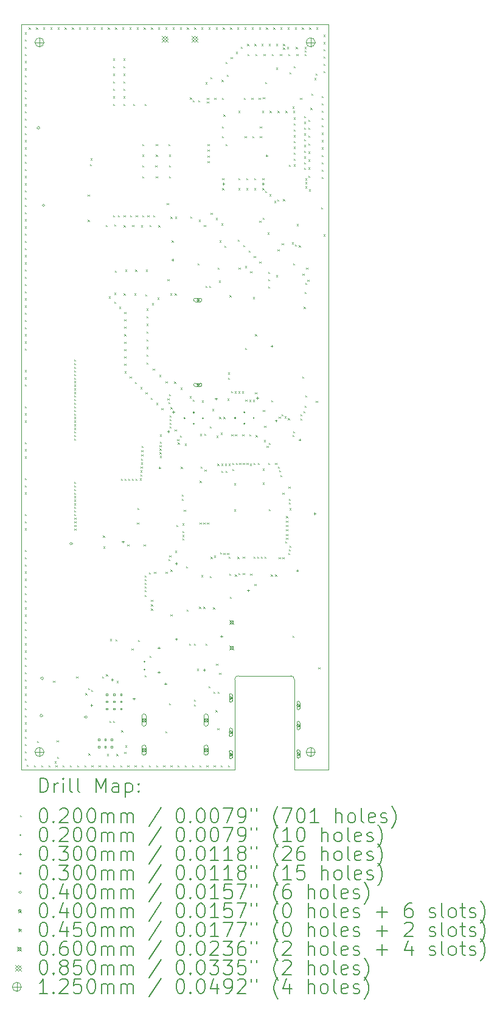
<source format=gbr>
%TF.GenerationSoftware,KiCad,Pcbnew,9.0.2-9.0.2-0~ubuntu25.04.1*%
%TF.CreationDate,2025-05-27T06:37:47+10:00*%
%TF.ProjectId,uq_phone,75715f70-686f-46e6-952e-6b696361645f,rev?*%
%TF.SameCoordinates,Original*%
%TF.FileFunction,Drillmap*%
%TF.FilePolarity,Positive*%
%FSLAX45Y45*%
G04 Gerber Fmt 4.5, Leading zero omitted, Abs format (unit mm)*
G04 Created by KiCad (PCBNEW 9.0.2-9.0.2-0~ubuntu25.04.1) date 2025-05-27 06:37:47*
%MOMM*%
%LPD*%
G01*
G04 APERTURE LIST*
%ADD10C,0.050000*%
%ADD11C,0.200000*%
%ADD12C,0.100000*%
%ADD13C,0.125000*%
G04 APERTURE END LIST*
D10*
X7012500Y-17200000D02*
X7012500Y-6825000D01*
X2737500Y-6825000D02*
X2737500Y-17200000D01*
X7012500Y-17200000D02*
X6735000Y-17200000D01*
X7012500Y-6825000D02*
X2737500Y-6825000D01*
X5520000Y-17200000D02*
X2737500Y-17200000D01*
X5705000Y-17200000D02*
X5520000Y-17200000D01*
X5705000Y-17200000D02*
X5705000Y-15940000D01*
X5755000Y-15890000D02*
X6485000Y-15890000D01*
X6535000Y-17200000D02*
X6535000Y-15940000D01*
X6735000Y-17200000D02*
X6535000Y-17200000D01*
X5705000Y-15940000D02*
G75*
G02*
X5755000Y-15890000I50000J0D01*
G01*
X6485000Y-15890000D02*
G75*
G02*
X6535000Y-15940000I0J-50000D01*
G01*
D11*
D12*
X2783566Y-6936308D02*
X2803566Y-6956308D01*
X2803566Y-6936308D02*
X2783566Y-6956308D01*
X2783566Y-7036346D02*
X2803566Y-7056346D01*
X2803566Y-7036346D02*
X2783566Y-7056346D01*
X2783566Y-7136384D02*
X2803566Y-7156384D01*
X2803566Y-7136384D02*
X2783566Y-7156384D01*
X2783566Y-7236423D02*
X2803566Y-7256423D01*
X2803566Y-7236423D02*
X2783566Y-7256423D01*
X2783566Y-7336461D02*
X2803566Y-7356461D01*
X2803566Y-7336461D02*
X2783566Y-7356461D01*
X2783566Y-7436500D02*
X2803566Y-7456500D01*
X2803566Y-7436500D02*
X2783566Y-7456500D01*
X2783566Y-7536538D02*
X2803566Y-7556538D01*
X2803566Y-7536538D02*
X2783566Y-7556538D01*
X2783566Y-7636576D02*
X2803566Y-7656576D01*
X2803566Y-7636576D02*
X2783566Y-7656576D01*
X2783566Y-7736615D02*
X2803566Y-7756615D01*
X2803566Y-7736615D02*
X2783566Y-7756615D01*
X2783566Y-7836653D02*
X2803566Y-7856653D01*
X2803566Y-7836653D02*
X2783566Y-7856653D01*
X2783566Y-7936692D02*
X2803566Y-7956692D01*
X2803566Y-7936692D02*
X2783566Y-7956692D01*
X2783566Y-8036730D02*
X2803566Y-8056730D01*
X2803566Y-8036730D02*
X2783566Y-8056730D01*
X2783566Y-8136769D02*
X2803566Y-8156769D01*
X2803566Y-8136769D02*
X2783566Y-8156769D01*
X2783566Y-8236807D02*
X2803566Y-8256807D01*
X2803566Y-8236807D02*
X2783566Y-8256807D01*
X2783566Y-8336845D02*
X2803566Y-8356845D01*
X2803566Y-8336845D02*
X2783566Y-8356845D01*
X2783566Y-8436884D02*
X2803566Y-8456884D01*
X2803566Y-8436884D02*
X2783566Y-8456884D01*
X2783566Y-8536922D02*
X2803566Y-8556922D01*
X2803566Y-8536922D02*
X2783566Y-8556922D01*
X2783566Y-8636961D02*
X2803566Y-8656961D01*
X2803566Y-8636961D02*
X2783566Y-8656961D01*
X2783566Y-8736999D02*
X2803566Y-8756999D01*
X2803566Y-8736999D02*
X2783566Y-8756999D01*
X2783566Y-8837038D02*
X2803566Y-8857038D01*
X2803566Y-8837038D02*
X2783566Y-8857038D01*
X2783566Y-8937076D02*
X2803566Y-8957076D01*
X2803566Y-8937076D02*
X2783566Y-8957076D01*
X2783566Y-9037114D02*
X2803566Y-9057114D01*
X2803566Y-9037114D02*
X2783566Y-9057114D01*
X2783566Y-9137153D02*
X2803566Y-9157153D01*
X2803566Y-9137153D02*
X2783566Y-9157153D01*
X2783566Y-9237191D02*
X2803566Y-9257191D01*
X2803566Y-9237191D02*
X2783566Y-9257191D01*
X2783566Y-9337230D02*
X2803566Y-9357230D01*
X2803566Y-9337230D02*
X2783566Y-9357230D01*
X2783566Y-9437268D02*
X2803566Y-9457268D01*
X2803566Y-9437268D02*
X2783566Y-9457268D01*
X2783566Y-9537307D02*
X2803566Y-9557307D01*
X2803566Y-9537307D02*
X2783566Y-9557307D01*
X2783566Y-9637345D02*
X2803566Y-9657345D01*
X2803566Y-9637345D02*
X2783566Y-9657345D01*
X2783566Y-9737383D02*
X2803566Y-9757383D01*
X2803566Y-9737383D02*
X2783566Y-9757383D01*
X2783566Y-9837422D02*
X2803566Y-9857422D01*
X2803566Y-9837422D02*
X2783566Y-9857422D01*
X2783566Y-9937460D02*
X2803566Y-9957460D01*
X2803566Y-9937460D02*
X2783566Y-9957460D01*
X2783566Y-10037499D02*
X2803566Y-10057499D01*
X2803566Y-10037499D02*
X2783566Y-10057499D01*
X2783566Y-10137537D02*
X2803566Y-10157537D01*
X2803566Y-10137537D02*
X2783566Y-10157537D01*
X2783566Y-10237576D02*
X2803566Y-10257576D01*
X2803566Y-10237576D02*
X2783566Y-10257576D01*
X2783566Y-10337614D02*
X2803566Y-10357614D01*
X2803566Y-10337614D02*
X2783566Y-10357614D01*
X2783566Y-10437652D02*
X2803566Y-10457652D01*
X2803566Y-10437652D02*
X2783566Y-10457652D01*
X2783566Y-10537691D02*
X2803566Y-10557691D01*
X2803566Y-10537691D02*
X2783566Y-10557691D01*
X2783566Y-10637729D02*
X2803566Y-10657729D01*
X2803566Y-10637729D02*
X2783566Y-10657729D01*
X2783566Y-10737768D02*
X2803566Y-10757768D01*
X2803566Y-10737768D02*
X2783566Y-10757768D01*
X2783566Y-10837806D02*
X2803566Y-10857806D01*
X2803566Y-10837806D02*
X2783566Y-10857806D01*
X2783566Y-10937844D02*
X2803566Y-10957844D01*
X2803566Y-10937844D02*
X2783566Y-10957844D01*
X2783566Y-11037883D02*
X2803566Y-11057883D01*
X2803566Y-11037883D02*
X2783566Y-11057883D01*
X2783566Y-11137921D02*
X2803566Y-11157921D01*
X2803566Y-11137921D02*
X2783566Y-11157921D01*
X2783566Y-11237960D02*
X2803566Y-11257960D01*
X2803566Y-11237960D02*
X2783566Y-11257960D01*
X2783566Y-11337998D02*
X2803566Y-11357998D01*
X2803566Y-11337998D02*
X2783566Y-11357998D01*
X2783566Y-11638113D02*
X2803566Y-11658113D01*
X2803566Y-11638113D02*
X2783566Y-11658113D01*
X2783566Y-11738152D02*
X2803566Y-11758152D01*
X2803566Y-11738152D02*
X2783566Y-11758152D01*
X2783566Y-11838190D02*
X2803566Y-11858190D01*
X2803566Y-11838190D02*
X2783566Y-11858190D01*
X2783566Y-12138305D02*
X2803566Y-12158305D01*
X2803566Y-12138305D02*
X2783566Y-12158305D01*
X2783566Y-12238344D02*
X2803566Y-12258344D01*
X2803566Y-12238344D02*
X2783566Y-12258344D01*
X2783566Y-12338382D02*
X2803566Y-12358382D01*
X2803566Y-12338382D02*
X2783566Y-12358382D01*
X2783566Y-12638498D02*
X2803566Y-12658498D01*
X2803566Y-12638498D02*
X2783566Y-12658498D01*
X2783566Y-12738536D02*
X2803566Y-12758536D01*
X2803566Y-12738536D02*
X2783566Y-12758536D01*
X2783566Y-12838574D02*
X2803566Y-12858574D01*
X2803566Y-12838574D02*
X2783566Y-12858574D01*
X2783566Y-13138690D02*
X2803566Y-13158690D01*
X2803566Y-13138690D02*
X2783566Y-13158690D01*
X2783566Y-13238728D02*
X2803566Y-13258728D01*
X2803566Y-13238728D02*
X2783566Y-13258728D01*
X2783566Y-13338766D02*
X2803566Y-13358766D01*
X2803566Y-13338766D02*
X2783566Y-13358766D01*
X2783566Y-13638882D02*
X2803566Y-13658882D01*
X2803566Y-13638882D02*
X2783566Y-13658882D01*
X2783566Y-13738920D02*
X2803566Y-13758920D01*
X2803566Y-13738920D02*
X2783566Y-13758920D01*
X2783566Y-13838959D02*
X2803566Y-13858959D01*
X2803566Y-13838959D02*
X2783566Y-13858959D01*
X2783566Y-14139074D02*
X2803566Y-14159074D01*
X2803566Y-14139074D02*
X2783566Y-14159074D01*
X2783566Y-14239112D02*
X2803566Y-14259112D01*
X2803566Y-14239112D02*
X2783566Y-14259112D01*
X2783566Y-14339151D02*
X2803566Y-14359151D01*
X2803566Y-14339151D02*
X2783566Y-14359151D01*
X2783566Y-14439189D02*
X2803566Y-14459189D01*
X2803566Y-14439189D02*
X2783566Y-14459189D01*
X2783566Y-14539228D02*
X2803566Y-14559228D01*
X2803566Y-14539228D02*
X2783566Y-14559228D01*
X2783566Y-14639266D02*
X2803566Y-14659266D01*
X2803566Y-14639266D02*
X2783566Y-14659266D01*
X2783566Y-14739304D02*
X2803566Y-14759304D01*
X2803566Y-14739304D02*
X2783566Y-14759304D01*
X2783566Y-14839343D02*
X2803566Y-14859343D01*
X2803566Y-14839343D02*
X2783566Y-14859343D01*
X2783566Y-14939381D02*
X2803566Y-14959381D01*
X2803566Y-14939381D02*
X2783566Y-14959381D01*
X2783566Y-15039420D02*
X2803566Y-15059420D01*
X2803566Y-15039420D02*
X2783566Y-15059420D01*
X2783566Y-15139458D02*
X2803566Y-15159458D01*
X2803566Y-15139458D02*
X2783566Y-15159458D01*
X2783566Y-15239496D02*
X2803566Y-15259496D01*
X2803566Y-15239496D02*
X2783566Y-15259496D01*
X2783566Y-15339535D02*
X2803566Y-15359535D01*
X2803566Y-15339535D02*
X2783566Y-15359535D01*
X2783566Y-15439573D02*
X2803566Y-15459573D01*
X2803566Y-15439573D02*
X2783566Y-15459573D01*
X2783566Y-15539612D02*
X2803566Y-15559612D01*
X2803566Y-15539612D02*
X2783566Y-15559612D01*
X2783566Y-15639650D02*
X2803566Y-15659650D01*
X2803566Y-15639650D02*
X2783566Y-15659650D01*
X2783566Y-15739689D02*
X2803566Y-15759689D01*
X2803566Y-15739689D02*
X2783566Y-15759689D01*
X2783566Y-15839727D02*
X2803566Y-15859727D01*
X2803566Y-15839727D02*
X2783566Y-15859727D01*
X2783566Y-15939765D02*
X2803566Y-15959765D01*
X2803566Y-15939765D02*
X2783566Y-15959765D01*
X2783566Y-16039804D02*
X2803566Y-16059804D01*
X2803566Y-16039804D02*
X2783566Y-16059804D01*
X2783566Y-16139842D02*
X2803566Y-16159842D01*
X2803566Y-16139842D02*
X2783566Y-16159842D01*
X2783566Y-16239881D02*
X2803566Y-16259881D01*
X2803566Y-16239881D02*
X2783566Y-16259881D01*
X2783566Y-16339919D02*
X2803566Y-16359919D01*
X2803566Y-16339919D02*
X2783566Y-16359919D01*
X2783566Y-16439958D02*
X2803566Y-16459958D01*
X2803566Y-16439958D02*
X2783566Y-16459958D01*
X2783566Y-16539996D02*
X2803566Y-16559996D01*
X2803566Y-16539996D02*
X2783566Y-16559996D01*
X2783566Y-16640034D02*
X2803566Y-16660034D01*
X2803566Y-16640034D02*
X2783566Y-16660034D01*
X2783566Y-16740073D02*
X2803566Y-16760073D01*
X2803566Y-16740073D02*
X2783566Y-16760073D01*
X2783566Y-16840111D02*
X2803566Y-16860111D01*
X2803566Y-16840111D02*
X2783566Y-16860111D01*
X2783566Y-16940150D02*
X2803566Y-16960150D01*
X2803566Y-16940150D02*
X2783566Y-16960150D01*
X2783566Y-17040188D02*
X2803566Y-17060188D01*
X2803566Y-17040188D02*
X2783566Y-17060188D01*
X2812046Y-17129066D02*
X2832046Y-17149066D01*
X2832046Y-17129066D02*
X2812046Y-17149066D01*
X2839823Y-6871066D02*
X2859823Y-6891066D01*
X2859823Y-6871066D02*
X2839823Y-6891066D01*
X2911357Y-17133934D02*
X2931357Y-17153934D01*
X2931357Y-17133934D02*
X2911357Y-17153934D01*
X2939861Y-6871066D02*
X2959861Y-6891066D01*
X2959861Y-6871066D02*
X2939861Y-6891066D01*
X2955000Y-16795000D02*
X2975000Y-16815000D01*
X2975000Y-16795000D02*
X2955000Y-16815000D01*
X3011395Y-17133934D02*
X3031395Y-17153934D01*
X3031395Y-17133934D02*
X3011395Y-17153934D01*
X3039900Y-6871066D02*
X3059900Y-6891066D01*
X3059900Y-6871066D02*
X3039900Y-6891066D01*
X3112000Y-17134000D02*
X3132000Y-17154000D01*
X3132000Y-17134000D02*
X3112000Y-17154000D01*
X3139938Y-6871066D02*
X3159938Y-6891066D01*
X3159938Y-6871066D02*
X3139938Y-6891066D01*
X3177500Y-15960000D02*
X3197500Y-15980000D01*
X3197500Y-15960000D02*
X3177500Y-15980000D01*
X3201849Y-17080259D02*
X3221849Y-17100259D01*
X3221849Y-17080259D02*
X3201849Y-17100259D01*
X3212038Y-17134000D02*
X3232038Y-17154000D01*
X3232038Y-17134000D02*
X3212038Y-17154000D01*
X3227500Y-16790000D02*
X3247500Y-16810000D01*
X3247500Y-16790000D02*
X3227500Y-16810000D01*
X3232000Y-17019000D02*
X3252000Y-17039000D01*
X3252000Y-17019000D02*
X3232000Y-17039000D01*
X3239977Y-6871066D02*
X3259977Y-6891066D01*
X3259977Y-6871066D02*
X3239977Y-6891066D01*
X3312077Y-17134000D02*
X3332077Y-17154000D01*
X3332077Y-17134000D02*
X3312077Y-17154000D01*
X3340015Y-6871066D02*
X3360015Y-6891066D01*
X3360015Y-6871066D02*
X3340015Y-6891066D01*
X3412115Y-17134000D02*
X3432115Y-17154000D01*
X3432115Y-17134000D02*
X3412115Y-17154000D01*
X3440053Y-6871066D02*
X3460053Y-6891066D01*
X3460053Y-6871066D02*
X3440053Y-6891066D01*
X3472500Y-11490000D02*
X3492500Y-11510000D01*
X3492500Y-11490000D02*
X3472500Y-11510000D01*
X3472500Y-11540000D02*
X3492500Y-11560000D01*
X3492500Y-11540000D02*
X3472500Y-11560000D01*
X3472500Y-11590000D02*
X3492500Y-11610000D01*
X3492500Y-11590000D02*
X3472500Y-11610000D01*
X3472500Y-11640000D02*
X3492500Y-11660000D01*
X3492500Y-11640000D02*
X3472500Y-11660000D01*
X3472500Y-11690000D02*
X3492500Y-11710000D01*
X3492500Y-11690000D02*
X3472500Y-11710000D01*
X3472500Y-11740000D02*
X3492500Y-11760000D01*
X3492500Y-11740000D02*
X3472500Y-11760000D01*
X3472500Y-11790000D02*
X3492500Y-11810000D01*
X3492500Y-11790000D02*
X3472500Y-11810000D01*
X3472500Y-11840000D02*
X3492500Y-11860000D01*
X3492500Y-11840000D02*
X3472500Y-11860000D01*
X3472500Y-11890000D02*
X3492500Y-11910000D01*
X3492500Y-11890000D02*
X3472500Y-11910000D01*
X3472500Y-11940000D02*
X3492500Y-11960000D01*
X3492500Y-11940000D02*
X3472500Y-11960000D01*
X3472500Y-11990000D02*
X3492500Y-12010000D01*
X3492500Y-11990000D02*
X3472500Y-12010000D01*
X3472500Y-12040000D02*
X3492500Y-12060000D01*
X3492500Y-12040000D02*
X3472500Y-12060000D01*
X3472500Y-12090000D02*
X3492500Y-12110000D01*
X3492500Y-12090000D02*
X3472500Y-12110000D01*
X3472500Y-12140000D02*
X3492500Y-12160000D01*
X3492500Y-12140000D02*
X3472500Y-12160000D01*
X3472500Y-12190000D02*
X3492500Y-12210000D01*
X3492500Y-12190000D02*
X3472500Y-12210000D01*
X3472500Y-12240000D02*
X3492500Y-12260000D01*
X3492500Y-12240000D02*
X3472500Y-12260000D01*
X3472500Y-12290000D02*
X3492500Y-12310000D01*
X3492500Y-12290000D02*
X3472500Y-12310000D01*
X3472500Y-12340000D02*
X3492500Y-12360000D01*
X3492500Y-12340000D02*
X3472500Y-12360000D01*
X3472500Y-12390000D02*
X3492500Y-12410000D01*
X3492500Y-12390000D02*
X3472500Y-12410000D01*
X3472500Y-12440000D02*
X3492500Y-12460000D01*
X3492500Y-12440000D02*
X3472500Y-12460000D01*
X3472500Y-12490000D02*
X3492500Y-12510000D01*
X3492500Y-12490000D02*
X3472500Y-12510000D01*
X3472500Y-12540000D02*
X3492500Y-12560000D01*
X3492500Y-12540000D02*
X3472500Y-12560000D01*
X3472500Y-12590000D02*
X3492500Y-12610000D01*
X3492500Y-12590000D02*
X3472500Y-12610000D01*
X3472500Y-13190000D02*
X3492500Y-13210000D01*
X3492500Y-13190000D02*
X3472500Y-13210000D01*
X3472500Y-13240000D02*
X3492500Y-13260000D01*
X3492500Y-13240000D02*
X3472500Y-13260000D01*
X3472500Y-13290000D02*
X3492500Y-13310000D01*
X3492500Y-13290000D02*
X3472500Y-13310000D01*
X3472500Y-13340000D02*
X3492500Y-13360000D01*
X3492500Y-13340000D02*
X3472500Y-13360000D01*
X3472500Y-13390000D02*
X3492500Y-13410000D01*
X3492500Y-13390000D02*
X3472500Y-13410000D01*
X3472500Y-13440000D02*
X3492500Y-13460000D01*
X3492500Y-13440000D02*
X3472500Y-13460000D01*
X3472500Y-13490000D02*
X3492500Y-13510000D01*
X3492500Y-13490000D02*
X3472500Y-13510000D01*
X3472500Y-13540000D02*
X3492500Y-13560000D01*
X3492500Y-13540000D02*
X3472500Y-13560000D01*
X3472500Y-13590000D02*
X3492500Y-13610000D01*
X3492500Y-13590000D02*
X3472500Y-13610000D01*
X3472500Y-13640000D02*
X3492500Y-13660000D01*
X3492500Y-13640000D02*
X3472500Y-13660000D01*
X3475000Y-13689999D02*
X3495000Y-13709999D01*
X3495000Y-13689999D02*
X3475000Y-13709999D01*
X3475000Y-13739999D02*
X3495000Y-13759999D01*
X3495000Y-13739999D02*
X3475000Y-13759999D01*
X3475000Y-13790000D02*
X3495000Y-13810000D01*
X3495000Y-13790000D02*
X3475000Y-13810000D01*
X3475000Y-13840000D02*
X3495000Y-13860000D01*
X3495000Y-13840000D02*
X3475000Y-13860000D01*
X3500000Y-15897500D02*
X3520000Y-15917500D01*
X3520000Y-15897500D02*
X3500000Y-15917500D01*
X3512154Y-17134000D02*
X3532154Y-17154000D01*
X3532154Y-17134000D02*
X3512154Y-17154000D01*
X3540092Y-6871066D02*
X3560092Y-6891066D01*
X3560092Y-6871066D02*
X3540092Y-6891066D01*
X3612192Y-17134000D02*
X3632192Y-17154000D01*
X3632192Y-17134000D02*
X3612192Y-17154000D01*
X3627500Y-16132500D02*
X3647500Y-16152500D01*
X3647500Y-16132500D02*
X3627500Y-16152500D01*
X3640130Y-6871066D02*
X3660130Y-6891066D01*
X3660130Y-6871066D02*
X3640130Y-6891066D01*
X3660000Y-9195000D02*
X3680000Y-9215000D01*
X3680000Y-9195000D02*
X3660000Y-9215000D01*
X3660000Y-9545000D02*
X3680000Y-9565000D01*
X3680000Y-9545000D02*
X3660000Y-9565000D01*
X3667500Y-16060000D02*
X3687500Y-16080000D01*
X3687500Y-16060000D02*
X3667500Y-16080000D01*
X3670000Y-16970000D02*
X3690000Y-16990000D01*
X3690000Y-16970000D02*
X3670000Y-16990000D01*
X3690000Y-8770000D02*
X3710000Y-8790000D01*
X3710000Y-8770000D02*
X3690000Y-8790000D01*
X3700000Y-8690000D02*
X3720000Y-8710000D01*
X3720000Y-8690000D02*
X3700000Y-8710000D01*
X3710000Y-16087500D02*
X3730000Y-16107500D01*
X3730000Y-16087500D02*
X3710000Y-16107500D01*
X3712000Y-17134000D02*
X3732000Y-17154000D01*
X3732000Y-17134000D02*
X3712000Y-17154000D01*
X3740169Y-6871066D02*
X3760169Y-6891066D01*
X3760169Y-6871066D02*
X3740169Y-6891066D01*
X3812038Y-17134000D02*
X3832038Y-17154000D01*
X3832038Y-17134000D02*
X3812038Y-17154000D01*
X3840207Y-6871066D02*
X3860207Y-6891066D01*
X3860207Y-6871066D02*
X3840207Y-6891066D01*
X3857500Y-15897500D02*
X3877500Y-15917500D01*
X3877500Y-15897500D02*
X3857500Y-15917500D01*
X3872500Y-13940000D02*
X3892500Y-13960000D01*
X3892500Y-13940000D02*
X3872500Y-13960000D01*
X3877500Y-14092500D02*
X3897500Y-14112500D01*
X3897500Y-14092500D02*
X3877500Y-14112500D01*
X3910040Y-9618771D02*
X3930040Y-9638771D01*
X3930040Y-9618771D02*
X3910040Y-9638771D01*
X3912077Y-17134000D02*
X3932077Y-17154000D01*
X3932077Y-17134000D02*
X3912077Y-17154000D01*
X3916000Y-15870000D02*
X3936000Y-15890000D01*
X3936000Y-15870000D02*
X3916000Y-15890000D01*
X3930000Y-16980000D02*
X3950000Y-17000000D01*
X3950000Y-16980000D02*
X3930000Y-17000000D01*
X3940245Y-6871066D02*
X3960245Y-6891066D01*
X3960245Y-6871066D02*
X3940245Y-6891066D01*
X3954645Y-10611924D02*
X3974645Y-10631924D01*
X3974645Y-10611924D02*
X3954645Y-10631924D01*
X3960000Y-16520000D02*
X3980000Y-16540000D01*
X3980000Y-16520000D02*
X3960000Y-16540000D01*
X3970000Y-15380000D02*
X3990000Y-15400000D01*
X3990000Y-15380000D02*
X3970000Y-15400000D01*
X4010000Y-9480000D02*
X4030000Y-9500000D01*
X4030000Y-9480000D02*
X4010000Y-9500000D01*
X4010000Y-16520000D02*
X4030000Y-16540000D01*
X4030000Y-16520000D02*
X4010000Y-16540000D01*
X4012115Y-17134000D02*
X4032115Y-17154000D01*
X4032115Y-17134000D02*
X4012115Y-17154000D01*
X4013750Y-7302281D02*
X4033750Y-7322281D01*
X4033750Y-7302281D02*
X4013750Y-7322281D01*
X4013750Y-7407062D02*
X4033750Y-7427062D01*
X4033750Y-7407062D02*
X4013750Y-7427062D01*
X4013750Y-7511844D02*
X4033750Y-7531844D01*
X4033750Y-7511844D02*
X4013750Y-7531844D01*
X4013750Y-7616625D02*
X4033750Y-7636625D01*
X4033750Y-7616625D02*
X4013750Y-7636625D01*
X4013750Y-7721406D02*
X4033750Y-7741406D01*
X4033750Y-7721406D02*
X4013750Y-7741406D01*
X4013750Y-7826187D02*
X4033750Y-7846187D01*
X4033750Y-7826187D02*
X4013750Y-7846187D01*
X4013750Y-7930969D02*
X4033750Y-7950969D01*
X4033750Y-7930969D02*
X4013750Y-7950969D01*
X4026430Y-10683709D02*
X4046430Y-10703709D01*
X4046430Y-10683709D02*
X4026430Y-10703709D01*
X4030000Y-9610000D02*
X4050000Y-9630000D01*
X4050000Y-9610000D02*
X4030000Y-9630000D01*
X4030000Y-10560000D02*
X4050000Y-10580000D01*
X4050000Y-10560000D02*
X4030000Y-10580000D01*
X4040000Y-10250000D02*
X4060000Y-10270000D01*
X4060000Y-10250000D02*
X4040000Y-10270000D01*
X4040284Y-6871066D02*
X4060284Y-6891066D01*
X4060284Y-6871066D02*
X4040284Y-6891066D01*
X4045500Y-15385500D02*
X4065500Y-15405500D01*
X4065500Y-15385500D02*
X4045500Y-15405500D01*
X4060000Y-16980000D02*
X4080000Y-17000000D01*
X4080000Y-16980000D02*
X4060000Y-17000000D01*
X4065000Y-15962500D02*
X4085000Y-15982500D01*
X4085000Y-15962500D02*
X4065000Y-15982500D01*
X4080000Y-9480000D02*
X4100000Y-9500000D01*
X4100000Y-9480000D02*
X4080000Y-9500000D01*
X4098215Y-10755494D02*
X4118215Y-10775494D01*
X4118215Y-10755494D02*
X4098215Y-10775494D01*
X4112154Y-17134000D02*
X4132154Y-17154000D01*
X4132154Y-17134000D02*
X4112154Y-17154000D01*
X4122500Y-13147500D02*
X4142500Y-13167500D01*
X4142500Y-13147500D02*
X4122500Y-13167500D01*
X4127500Y-16647500D02*
X4147500Y-16667500D01*
X4147500Y-16647500D02*
X4127500Y-16667500D01*
X4140322Y-6871066D02*
X4160322Y-6891066D01*
X4160322Y-6871066D02*
X4140322Y-6891066D01*
X4153750Y-7302281D02*
X4173750Y-7322281D01*
X4173750Y-7302281D02*
X4153750Y-7322281D01*
X4153750Y-7407062D02*
X4173750Y-7427062D01*
X4173750Y-7407062D02*
X4153750Y-7427062D01*
X4153750Y-7511844D02*
X4173750Y-7531844D01*
X4173750Y-7511844D02*
X4153750Y-7531844D01*
X4153750Y-7616625D02*
X4173750Y-7636625D01*
X4173750Y-7616625D02*
X4153750Y-7636625D01*
X4153750Y-7721406D02*
X4173750Y-7741406D01*
X4173750Y-7721406D02*
X4153750Y-7741406D01*
X4153750Y-7826187D02*
X4173750Y-7846187D01*
X4173750Y-7826187D02*
X4153750Y-7846187D01*
X4153750Y-7930969D02*
X4173750Y-7950969D01*
X4173750Y-7930969D02*
X4153750Y-7950969D01*
X4160000Y-9480000D02*
X4180000Y-9500000D01*
X4180000Y-9480000D02*
X4160000Y-9500000D01*
X4160000Y-10570000D02*
X4180000Y-10590000D01*
X4180000Y-10570000D02*
X4160000Y-10590000D01*
X4160315Y-9620458D02*
X4180315Y-9640458D01*
X4180315Y-9620458D02*
X4160315Y-9640458D01*
X4170000Y-10827279D02*
X4190000Y-10847279D01*
X4190000Y-10827279D02*
X4170000Y-10847279D01*
X4170000Y-10930552D02*
X4190000Y-10950552D01*
X4190000Y-10930552D02*
X4170000Y-10950552D01*
X4170000Y-11033826D02*
X4190000Y-11053826D01*
X4190000Y-11033826D02*
X4170000Y-11053826D01*
X4170000Y-11137099D02*
X4190000Y-11157099D01*
X4190000Y-11137099D02*
X4170000Y-11157099D01*
X4170000Y-11240372D02*
X4190000Y-11260372D01*
X4190000Y-11240372D02*
X4170000Y-11260372D01*
X4170000Y-11343645D02*
X4190000Y-11363645D01*
X4190000Y-11343645D02*
X4170000Y-11363645D01*
X4170000Y-11446918D02*
X4190000Y-11466918D01*
X4190000Y-11446918D02*
X4170000Y-11466918D01*
X4170000Y-11550191D02*
X4190000Y-11570191D01*
X4190000Y-11550191D02*
X4170000Y-11570191D01*
X4170000Y-16950000D02*
X4190000Y-16970000D01*
X4190000Y-16950000D02*
X4170000Y-16970000D01*
X4172500Y-13147500D02*
X4192500Y-13167500D01*
X4192500Y-13147500D02*
X4172500Y-13167500D01*
X4175405Y-11652613D02*
X4195406Y-11672613D01*
X4195406Y-11652613D02*
X4175405Y-11672613D01*
X4180000Y-10240000D02*
X4200000Y-10260000D01*
X4200000Y-10240000D02*
X4180000Y-10260000D01*
X4180000Y-16860000D02*
X4200000Y-16880000D01*
X4200000Y-16860000D02*
X4180000Y-16880000D01*
X4210000Y-14060000D02*
X4230000Y-14080000D01*
X4230000Y-14060000D02*
X4210000Y-14080000D01*
X4212192Y-17134000D02*
X4232192Y-17154000D01*
X4232192Y-17134000D02*
X4212192Y-17154000D01*
X4224999Y-13147500D02*
X4244999Y-13167500D01*
X4244999Y-13147500D02*
X4224999Y-13167500D01*
X4240361Y-6871066D02*
X4260361Y-6891066D01*
X4260361Y-6871066D02*
X4240361Y-6891066D01*
X4246494Y-11727204D02*
X4266494Y-11747204D01*
X4266494Y-11727204D02*
X4246494Y-11747204D01*
X4250000Y-9480000D02*
X4270000Y-9500000D01*
X4270000Y-9480000D02*
X4250000Y-9500000D01*
X4270000Y-15510000D02*
X4290000Y-15530000D01*
X4290000Y-15510000D02*
X4270000Y-15530000D01*
X4275000Y-13147500D02*
X4295000Y-13167500D01*
X4295000Y-13147500D02*
X4275000Y-13167500D01*
X4280000Y-9618750D02*
X4300000Y-9638750D01*
X4300000Y-9618750D02*
X4280000Y-9638750D01*
X4290000Y-7930000D02*
X4310000Y-7950000D01*
X4310000Y-7930000D02*
X4290000Y-7950000D01*
X4310000Y-10570000D02*
X4330000Y-10590000D01*
X4330000Y-10570000D02*
X4310000Y-10590000D01*
X4312231Y-17134000D02*
X4332231Y-17154000D01*
X4332231Y-17134000D02*
X4312231Y-17154000D01*
X4319519Y-11800229D02*
X4339519Y-11820229D01*
X4339519Y-11800229D02*
X4319519Y-11820229D01*
X4320000Y-10240000D02*
X4340000Y-10260000D01*
X4340000Y-10240000D02*
X4320000Y-10260000D01*
X4325000Y-13147500D02*
X4345000Y-13167500D01*
X4345000Y-13147500D02*
X4325000Y-13167500D01*
X4330000Y-9480000D02*
X4350000Y-9500000D01*
X4350000Y-9480000D02*
X4330000Y-9500000D01*
X4340399Y-6871066D02*
X4360399Y-6891066D01*
X4360399Y-6871066D02*
X4340399Y-6891066D01*
X4347500Y-13757500D02*
X4367500Y-13777500D01*
X4367500Y-13757500D02*
X4347500Y-13777500D01*
X4352500Y-13555000D02*
X4372500Y-13575000D01*
X4372500Y-13555000D02*
X4352500Y-13575000D01*
X4360000Y-15390000D02*
X4380000Y-15410000D01*
X4380000Y-15390000D02*
X4360000Y-15410000D01*
X4382500Y-13145000D02*
X4402500Y-13165000D01*
X4402500Y-13145000D02*
X4382500Y-13165000D01*
X4392500Y-13032500D02*
X4412500Y-13052500D01*
X4412500Y-13032500D02*
X4392500Y-13052500D01*
X4392500Y-13090000D02*
X4412500Y-13110000D01*
X4412500Y-13090000D02*
X4392500Y-13110000D01*
X4392544Y-11873255D02*
X4412544Y-11893255D01*
X4412544Y-11873255D02*
X4392544Y-11893255D01*
X4397500Y-12980000D02*
X4417500Y-13000000D01*
X4417500Y-12980000D02*
X4397500Y-13000000D01*
X4400000Y-12925000D02*
X4420000Y-12945000D01*
X4420000Y-12925000D02*
X4400000Y-12945000D01*
X4402500Y-12870000D02*
X4422500Y-12890000D01*
X4422500Y-12870000D02*
X4402500Y-12890000D01*
X4403326Y-9621500D02*
X4423326Y-9641500D01*
X4423326Y-9621500D02*
X4403326Y-9641500D01*
X4405000Y-12752500D02*
X4425000Y-12772500D01*
X4425000Y-12752500D02*
X4405000Y-12772500D01*
X4405000Y-12810000D02*
X4425000Y-12830000D01*
X4425000Y-12810000D02*
X4405000Y-12830000D01*
X4407500Y-12692500D02*
X4427500Y-12712500D01*
X4427500Y-12692500D02*
X4407500Y-12712500D01*
X4412039Y-17134000D02*
X4432039Y-17154000D01*
X4432039Y-17134000D02*
X4412039Y-17154000D01*
X4420000Y-8490000D02*
X4440000Y-8510000D01*
X4440000Y-8490000D02*
X4420000Y-8510000D01*
X4420000Y-8640000D02*
X4440000Y-8660000D01*
X4440000Y-8640000D02*
X4420000Y-8660000D01*
X4420000Y-8790000D02*
X4440000Y-8810000D01*
X4440000Y-8790000D02*
X4420000Y-8810000D01*
X4420000Y-8940000D02*
X4440000Y-8960000D01*
X4440000Y-8940000D02*
X4420000Y-8960000D01*
X4420000Y-9480000D02*
X4440000Y-9500000D01*
X4440000Y-9480000D02*
X4420000Y-9500000D01*
X4440000Y-14065000D02*
X4460000Y-14085000D01*
X4460000Y-14065000D02*
X4440000Y-14085000D01*
X4440438Y-6871066D02*
X4460438Y-6891066D01*
X4460438Y-6871066D02*
X4440438Y-6891066D01*
X4450000Y-7930000D02*
X4470000Y-7950000D01*
X4470000Y-7930000D02*
X4450000Y-7950000D01*
X4450000Y-14494999D02*
X4470000Y-14514999D01*
X4470000Y-14494999D02*
X4450000Y-14514999D01*
X4450000Y-14545000D02*
X4470000Y-14565000D01*
X4470000Y-14545000D02*
X4450000Y-14565000D01*
X4450000Y-14595000D02*
X4470000Y-14615000D01*
X4470000Y-14595000D02*
X4450000Y-14615000D01*
X4450000Y-14645000D02*
X4470000Y-14665000D01*
X4470000Y-14645000D02*
X4450000Y-14665000D01*
X4450000Y-14695000D02*
X4470000Y-14715000D01*
X4470000Y-14695000D02*
X4450000Y-14715000D01*
X4450000Y-14767500D02*
X4470000Y-14787500D01*
X4470000Y-14767500D02*
X4450000Y-14787500D01*
X4455000Y-15882500D02*
X4475000Y-15902500D01*
X4475000Y-15882500D02*
X4455000Y-15902500D01*
X4460000Y-10580000D02*
X4480000Y-10600000D01*
X4480000Y-10580000D02*
X4460000Y-10600000D01*
X4465569Y-11946280D02*
X4485569Y-11966280D01*
X4485569Y-11946280D02*
X4465569Y-11966280D01*
X4470000Y-10240000D02*
X4490000Y-10260000D01*
X4490000Y-10240000D02*
X4470000Y-10260000D01*
X4480000Y-10780711D02*
X4500000Y-10800711D01*
X4500000Y-10780711D02*
X4480000Y-10800711D01*
X4480000Y-10887650D02*
X4500000Y-10907650D01*
X4500000Y-10887650D02*
X4480000Y-10907650D01*
X4480000Y-10994590D02*
X4500000Y-11014590D01*
X4500000Y-10994590D02*
X4480000Y-11014590D01*
X4480000Y-11101530D02*
X4500000Y-11121530D01*
X4500000Y-11101530D02*
X4480000Y-11121530D01*
X4480000Y-11208470D02*
X4500000Y-11228470D01*
X4500000Y-11208470D02*
X4480000Y-11228470D01*
X4480000Y-11315410D02*
X4500000Y-11335410D01*
X4500000Y-11315410D02*
X4480000Y-11335410D01*
X4480000Y-11422349D02*
X4500000Y-11442349D01*
X4500000Y-11422349D02*
X4480000Y-11442349D01*
X4480000Y-11529289D02*
X4500000Y-11549289D01*
X4500000Y-11529289D02*
X4480000Y-11549289D01*
X4490000Y-9480000D02*
X4510000Y-9500000D01*
X4510000Y-9480000D02*
X4490000Y-9500000D01*
X4510000Y-14452500D02*
X4530000Y-14472500D01*
X4530000Y-14452500D02*
X4510000Y-14472500D01*
X4512077Y-17134000D02*
X4532077Y-17154000D01*
X4532077Y-17134000D02*
X4512077Y-17154000D01*
X4520000Y-9618750D02*
X4540000Y-9638750D01*
X4540000Y-9618750D02*
X4520000Y-9638750D01*
X4520000Y-15610000D02*
X4540000Y-15630000D01*
X4540000Y-15610000D02*
X4520000Y-15630000D01*
X4538594Y-12019305D02*
X4558594Y-12039305D01*
X4558594Y-12019305D02*
X4538594Y-12039305D01*
X4540000Y-14830100D02*
X4560000Y-14850100D01*
X4560000Y-14830100D02*
X4540000Y-14850100D01*
X4540000Y-14895000D02*
X4560000Y-14915000D01*
X4560000Y-14895000D02*
X4540000Y-14915000D01*
X4540000Y-14955000D02*
X4560000Y-14975000D01*
X4560000Y-14955000D02*
X4540000Y-14975000D01*
X4540476Y-6871066D02*
X4560476Y-6891066D01*
X4560476Y-6871066D02*
X4540476Y-6891066D01*
X4555378Y-10705333D02*
X4575378Y-10725333D01*
X4575378Y-10705333D02*
X4555378Y-10725333D01*
X4567904Y-11617193D02*
X4587904Y-11637193D01*
X4587904Y-11617193D02*
X4567904Y-11637193D01*
X4570000Y-9480000D02*
X4590000Y-9500000D01*
X4590000Y-9480000D02*
X4570000Y-9500000D01*
X4582500Y-14445000D02*
X4602500Y-14465000D01*
X4602500Y-14445000D02*
X4582500Y-14465000D01*
X4600000Y-8790000D02*
X4620000Y-8810000D01*
X4620000Y-8790000D02*
X4600000Y-8810000D01*
X4610000Y-8490000D02*
X4630000Y-8510000D01*
X4630000Y-8490000D02*
X4610000Y-8510000D01*
X4610000Y-8640000D02*
X4630000Y-8660000D01*
X4630000Y-8640000D02*
X4610000Y-8660000D01*
X4610000Y-8940000D02*
X4630000Y-8960000D01*
X4630000Y-8940000D02*
X4610000Y-8960000D01*
X4611620Y-12092330D02*
X4631620Y-12112330D01*
X4631620Y-12092330D02*
X4611620Y-12112330D01*
X4612115Y-17134000D02*
X4632115Y-17154000D01*
X4632115Y-17134000D02*
X4612115Y-17154000D01*
X4630755Y-10629955D02*
X4650755Y-10649955D01*
X4650755Y-10629955D02*
X4630755Y-10649955D01*
X4640515Y-6871066D02*
X4660515Y-6891066D01*
X4660515Y-6871066D02*
X4640515Y-6891066D01*
X4643326Y-9621500D02*
X4663326Y-9641500D01*
X4663326Y-9621500D02*
X4643326Y-9641500D01*
X4655807Y-11705096D02*
X4675807Y-11725096D01*
X4675807Y-11705096D02*
X4655807Y-11725096D01*
X4660000Y-12679999D02*
X4680000Y-12699999D01*
X4680000Y-12679999D02*
X4660000Y-12699999D01*
X4660000Y-12730000D02*
X4680000Y-12750000D01*
X4680000Y-12730000D02*
X4660000Y-12750000D01*
X4660000Y-12780000D02*
X4680000Y-12800000D01*
X4680000Y-12780000D02*
X4660000Y-12800000D01*
X4662500Y-12630000D02*
X4682500Y-12650000D01*
X4682500Y-12630000D02*
X4662500Y-12650000D01*
X4662500Y-12830000D02*
X4682500Y-12850000D01*
X4682500Y-12830000D02*
X4662500Y-12850000D01*
X4665000Y-12535000D02*
X4685000Y-12555000D01*
X4685000Y-12535000D02*
X4665000Y-12555000D01*
X4684645Y-12165355D02*
X4704645Y-12185355D01*
X4704645Y-12165355D02*
X4684645Y-12185355D01*
X4712154Y-17134000D02*
X4732154Y-17154000D01*
X4732154Y-17134000D02*
X4712154Y-17154000D01*
X4740332Y-16660332D02*
X4760332Y-16680332D01*
X4760332Y-16660332D02*
X4740332Y-16680332D01*
X4741038Y-6871000D02*
X4761038Y-6891000D01*
X4761038Y-6871000D02*
X4741038Y-6891000D01*
X4743711Y-11793000D02*
X4763711Y-11813000D01*
X4763711Y-11793000D02*
X4743711Y-11813000D01*
X4745000Y-14445000D02*
X4765000Y-14465000D01*
X4765000Y-14445000D02*
X4745000Y-14465000D01*
X4760000Y-9310000D02*
X4780000Y-9330000D01*
X4780000Y-9310000D02*
X4760000Y-9330000D01*
X4770000Y-10370000D02*
X4790000Y-10390000D01*
X4790000Y-10370000D02*
X4770000Y-10390000D01*
X4770000Y-12030000D02*
X4790000Y-12050000D01*
X4790000Y-12030000D02*
X4770000Y-12050000D01*
X4780000Y-8490000D02*
X4800000Y-8510000D01*
X4800000Y-8490000D02*
X4780000Y-8510000D01*
X4780000Y-12080000D02*
X4800000Y-12100000D01*
X4800000Y-12080000D02*
X4780000Y-12100000D01*
X4782500Y-14265000D02*
X4802500Y-14285000D01*
X4802500Y-14265000D02*
X4782500Y-14285000D01*
X4790000Y-8640000D02*
X4810000Y-8660000D01*
X4810000Y-8640000D02*
X4790000Y-8660000D01*
X4790000Y-8790000D02*
X4810000Y-8810000D01*
X4810000Y-8790000D02*
X4790000Y-8810000D01*
X4790000Y-8940000D02*
X4810000Y-8960000D01*
X4810000Y-8940000D02*
X4790000Y-8960000D01*
X4790000Y-11970000D02*
X4810000Y-11990000D01*
X4810000Y-11970000D02*
X4790000Y-11990000D01*
X4790000Y-16270000D02*
X4810000Y-16290000D01*
X4810000Y-16270000D02*
X4790000Y-16290000D01*
X4795000Y-14215000D02*
X4815000Y-14235000D01*
X4815000Y-14215000D02*
X4795000Y-14235000D01*
X4797500Y-12269999D02*
X4817500Y-12289999D01*
X4817500Y-12269999D02*
X4797500Y-12289999D01*
X4797500Y-12319999D02*
X4817500Y-12339999D01*
X4817500Y-12319999D02*
X4797500Y-12339999D01*
X4797500Y-12370000D02*
X4817500Y-12390000D01*
X4817500Y-12370000D02*
X4797500Y-12390000D01*
X4797500Y-12420000D02*
X4817500Y-12440000D01*
X4817500Y-12420000D02*
X4797500Y-12440000D01*
X4810000Y-10570000D02*
X4830000Y-10590000D01*
X4830000Y-10570000D02*
X4810000Y-10590000D01*
X4811250Y-9503217D02*
X4831250Y-9523217D01*
X4831250Y-9503217D02*
X4811250Y-9523217D01*
X4812192Y-17134000D02*
X4832192Y-17154000D01*
X4832192Y-17134000D02*
X4812192Y-17154000D01*
X4812500Y-12152500D02*
X4832500Y-12172500D01*
X4832500Y-12152500D02*
X4812500Y-12172500D01*
X4812500Y-15037500D02*
X4832500Y-15057500D01*
X4832500Y-15037500D02*
X4812500Y-15057500D01*
X4813750Y-14413750D02*
X4833750Y-14433750D01*
X4833750Y-14413750D02*
X4813750Y-14433750D01*
X4830000Y-9832500D02*
X4850000Y-9852500D01*
X4850000Y-9832500D02*
X4830000Y-9852500D01*
X4841077Y-6871000D02*
X4861077Y-6891000D01*
X4861077Y-6871000D02*
X4841077Y-6891000D01*
X4863954Y-11797787D02*
X4883954Y-11817787D01*
X4883954Y-11797787D02*
X4863954Y-11817787D01*
X4870000Y-10570000D02*
X4890000Y-10590000D01*
X4890000Y-10570000D02*
X4870000Y-10590000D01*
X4870000Y-12460000D02*
X4890000Y-12480000D01*
X4890000Y-12460000D02*
X4870000Y-12480000D01*
X4875000Y-14152500D02*
X4895000Y-14172500D01*
X4895000Y-14152500D02*
X4875000Y-14172500D01*
X4876250Y-9503217D02*
X4896250Y-9523217D01*
X4896250Y-9503217D02*
X4876250Y-9523217D01*
X4892500Y-13792500D02*
X4912500Y-13812500D01*
X4912500Y-13792500D02*
X4892500Y-13812500D01*
X4905000Y-12595000D02*
X4925000Y-12615000D01*
X4925000Y-12595000D02*
X4905000Y-12615000D01*
X4912000Y-17134000D02*
X4932000Y-17154000D01*
X4932000Y-17134000D02*
X4912000Y-17154000D01*
X4912798Y-12644388D02*
X4932798Y-12664388D01*
X4932798Y-12644388D02*
X4912798Y-12664388D01*
X4941115Y-6871000D02*
X4961115Y-6891000D01*
X4961115Y-6871000D02*
X4941115Y-6891000D01*
X4945000Y-12545000D02*
X4965000Y-12565000D01*
X4965000Y-12545000D02*
X4945000Y-12565000D01*
X4951316Y-11881000D02*
X4971316Y-11901000D01*
X4971316Y-11881000D02*
X4951316Y-11901000D01*
X4955000Y-12982500D02*
X4975000Y-13002500D01*
X4975000Y-12982500D02*
X4955000Y-13002500D01*
X4970000Y-13370000D02*
X4990000Y-13390000D01*
X4990000Y-13370000D02*
X4970000Y-13390000D01*
X4970000Y-13430000D02*
X4990000Y-13450000D01*
X4990000Y-13430000D02*
X4970000Y-13450000D01*
X4980000Y-13770000D02*
X5000000Y-13790000D01*
X5000000Y-13770000D02*
X4980000Y-13790000D01*
X4980000Y-13875000D02*
X5000000Y-13895000D01*
X5000000Y-13875000D02*
X4980000Y-13895000D01*
X4980000Y-13930000D02*
X5000000Y-13950000D01*
X5000000Y-13930000D02*
X4980000Y-13950000D01*
X4980000Y-13980000D02*
X5000000Y-14000000D01*
X5000000Y-13980000D02*
X4980000Y-14000000D01*
X5000000Y-13580000D02*
X5020000Y-13600000D01*
X5020000Y-13580000D02*
X5000000Y-13600000D01*
X5010000Y-12662500D02*
X5030000Y-12682500D01*
X5030000Y-12662500D02*
X5010000Y-12682500D01*
X5012039Y-17134000D02*
X5032039Y-17154000D01*
X5032039Y-17134000D02*
X5012039Y-17154000D01*
X5030000Y-14365000D02*
X5050000Y-14385000D01*
X5050000Y-14365000D02*
X5030000Y-14385000D01*
X5037500Y-14970000D02*
X5057500Y-14990000D01*
X5057500Y-14970000D02*
X5037500Y-14990000D01*
X5041154Y-6871000D02*
X5061154Y-6891000D01*
X5061154Y-6871000D02*
X5041154Y-6891000D01*
X5072500Y-15443456D02*
X5092500Y-15463456D01*
X5092500Y-15443456D02*
X5072500Y-15463456D01*
X5080000Y-12000000D02*
X5100000Y-12020000D01*
X5100000Y-12000000D02*
X5080000Y-12020000D01*
X5084645Y-7844645D02*
X5104645Y-7864645D01*
X5104645Y-7844645D02*
X5084645Y-7864645D01*
X5090000Y-9500000D02*
X5110000Y-9520000D01*
X5110000Y-9500000D02*
X5090000Y-9520000D01*
X5112077Y-17134000D02*
X5132077Y-17154000D01*
X5132077Y-17134000D02*
X5112077Y-17154000D01*
X5120000Y-7880000D02*
X5140000Y-7900000D01*
X5140000Y-7880000D02*
X5120000Y-7900000D01*
X5122103Y-12047897D02*
X5142103Y-12067897D01*
X5142103Y-12047897D02*
X5122103Y-12067897D01*
X5137500Y-15443456D02*
X5157500Y-15463456D01*
X5157500Y-15443456D02*
X5137500Y-15463456D01*
X5140000Y-16222500D02*
X5160000Y-16242500D01*
X5160000Y-16222500D02*
X5140000Y-16242500D01*
X5140000Y-16291000D02*
X5160000Y-16311000D01*
X5160000Y-16291000D02*
X5140000Y-16311000D01*
X5141192Y-6871000D02*
X5161192Y-6891000D01*
X5161192Y-6871000D02*
X5141192Y-6891000D01*
X5180000Y-15792500D02*
X5200000Y-15812500D01*
X5200000Y-15792500D02*
X5180000Y-15812500D01*
X5187500Y-10152500D02*
X5207500Y-10172500D01*
X5207500Y-10152500D02*
X5187500Y-10172500D01*
X5200000Y-7880000D02*
X5220000Y-7900000D01*
X5220000Y-7880000D02*
X5200000Y-7900000D01*
X5206073Y-9546784D02*
X5226073Y-9566784D01*
X5226073Y-9546784D02*
X5206073Y-9566784D01*
X5210000Y-14930000D02*
X5230000Y-14950000D01*
X5230000Y-14930000D02*
X5210000Y-14950000D01*
X5212115Y-17134000D02*
X5232115Y-17154000D01*
X5232115Y-17134000D02*
X5212115Y-17154000D01*
X5220000Y-13177500D02*
X5240000Y-13197500D01*
X5240000Y-13177500D02*
X5220000Y-13197500D01*
X5220000Y-13760000D02*
X5240000Y-13780000D01*
X5240000Y-13760000D02*
X5220000Y-13780000D01*
X5225000Y-12525000D02*
X5245000Y-12545000D01*
X5245000Y-12525000D02*
X5225000Y-12545000D01*
X5230000Y-12980000D02*
X5250000Y-13000000D01*
X5250000Y-12980000D02*
X5230000Y-13000000D01*
X5240000Y-14490000D02*
X5260000Y-14510000D01*
X5260000Y-14490000D02*
X5240000Y-14510000D01*
X5241231Y-6871000D02*
X5261231Y-6891000D01*
X5261231Y-6871000D02*
X5241231Y-6891000D01*
X5250000Y-12060000D02*
X5270000Y-12080000D01*
X5270000Y-12060000D02*
X5250000Y-12080000D01*
X5270000Y-13760000D02*
X5290000Y-13780000D01*
X5290000Y-13760000D02*
X5270000Y-13780000D01*
X5270000Y-14930000D02*
X5290000Y-14950000D01*
X5290000Y-14930000D02*
X5270000Y-14950000D01*
X5277502Y-9618212D02*
X5297502Y-9638212D01*
X5297502Y-9618212D02*
X5277502Y-9638212D01*
X5280000Y-12520000D02*
X5300000Y-12540000D01*
X5300000Y-12520000D02*
X5280000Y-12540000D01*
X5286250Y-13021250D02*
X5306250Y-13041250D01*
X5306250Y-13021250D02*
X5286250Y-13041250D01*
X5296995Y-7632294D02*
X5316995Y-7652294D01*
X5316995Y-7632294D02*
X5296995Y-7652294D01*
X5297500Y-10465000D02*
X5317500Y-10485000D01*
X5317500Y-10465000D02*
X5297500Y-10485000D01*
X5300000Y-15440000D02*
X5320000Y-15460000D01*
X5320000Y-15440000D02*
X5300000Y-15460000D01*
X5312154Y-17134000D02*
X5332154Y-17154000D01*
X5332154Y-17134000D02*
X5312154Y-17154000D01*
X5320000Y-7850000D02*
X5340000Y-7870000D01*
X5340000Y-7850000D02*
X5320000Y-7870000D01*
X5320000Y-7900000D02*
X5340000Y-7920000D01*
X5340000Y-7900000D02*
X5320000Y-7920000D01*
X5320000Y-13760000D02*
X5340000Y-13780000D01*
X5340000Y-13760000D02*
X5320000Y-13780000D01*
X5330000Y-8490000D02*
X5350000Y-8510000D01*
X5350000Y-8490000D02*
X5330000Y-8510000D01*
X5330000Y-8570000D02*
X5350000Y-8590000D01*
X5350000Y-8570000D02*
X5330000Y-8590000D01*
X5330000Y-8650000D02*
X5350000Y-8670000D01*
X5350000Y-8650000D02*
X5330000Y-8670000D01*
X5330000Y-8730000D02*
X5350000Y-8750000D01*
X5350000Y-8730000D02*
X5330000Y-8750000D01*
X5340000Y-16037500D02*
X5360000Y-16057500D01*
X5360000Y-16037500D02*
X5340000Y-16057500D01*
X5341269Y-6871000D02*
X5361269Y-6891000D01*
X5361269Y-6871000D02*
X5341269Y-6891000D01*
X5347500Y-10465000D02*
X5367500Y-10485000D01*
X5367500Y-10465000D02*
X5347500Y-10485000D01*
X5360000Y-12420000D02*
X5380000Y-12440000D01*
X5380000Y-12420000D02*
X5360000Y-12440000D01*
X5360000Y-14500000D02*
X5380000Y-14520000D01*
X5380000Y-14500000D02*
X5360000Y-14520000D01*
X5367778Y-7561511D02*
X5387778Y-7581511D01*
X5387778Y-7561511D02*
X5367778Y-7581511D01*
X5369759Y-9446012D02*
X5389759Y-9466012D01*
X5389759Y-9446012D02*
X5369759Y-9466012D01*
X5370000Y-14236000D02*
X5390000Y-14256000D01*
X5390000Y-14236000D02*
X5370000Y-14256000D01*
X5390000Y-12180000D02*
X5410000Y-12200000D01*
X5410000Y-12180000D02*
X5390000Y-12200000D01*
X5405000Y-14937500D02*
X5425000Y-14957500D01*
X5425000Y-14937500D02*
X5405000Y-14957500D01*
X5410000Y-16110000D02*
X5430000Y-16130000D01*
X5430000Y-16110000D02*
X5410000Y-16130000D01*
X5412192Y-17134000D02*
X5432192Y-17154000D01*
X5432192Y-17134000D02*
X5412192Y-17154000D01*
X5420000Y-14220000D02*
X5440000Y-14240000D01*
X5440000Y-14220000D02*
X5420000Y-14240000D01*
X5422857Y-7850000D02*
X5442857Y-7870000D01*
X5442857Y-7850000D02*
X5422857Y-7870000D01*
X5440000Y-16370000D02*
X5460000Y-16390000D01*
X5460000Y-16370000D02*
X5440000Y-16390000D01*
X5441307Y-6871000D02*
X5461307Y-6891000D01*
X5461307Y-6871000D02*
X5441307Y-6891000D01*
X5445163Y-9521415D02*
X5465163Y-9541415D01*
X5465163Y-9521415D02*
X5445163Y-9541415D01*
X5447500Y-15720000D02*
X5467500Y-15740000D01*
X5467500Y-15720000D02*
X5447500Y-15740000D01*
X5450000Y-12550000D02*
X5470000Y-12570000D01*
X5470000Y-12550000D02*
X5450000Y-12570000D01*
X5465000Y-16620000D02*
X5485000Y-16640000D01*
X5485000Y-16620000D02*
X5465000Y-16640000D01*
X5465691Y-12940307D02*
X5485691Y-12960307D01*
X5485691Y-12940307D02*
X5465691Y-12960307D01*
X5470000Y-10210000D02*
X5490000Y-10230000D01*
X5490000Y-10210000D02*
X5470000Y-10230000D01*
X5470000Y-16110000D02*
X5490000Y-16130000D01*
X5490000Y-16110000D02*
X5470000Y-16130000D01*
X5485000Y-10392500D02*
X5505000Y-10412500D01*
X5505000Y-10392500D02*
X5485000Y-10412500D01*
X5490000Y-12290000D02*
X5510000Y-12310000D01*
X5510000Y-12290000D02*
X5490000Y-12310000D01*
X5490000Y-15850000D02*
X5510000Y-15870000D01*
X5510000Y-15850000D02*
X5490000Y-15870000D01*
X5491788Y-9832498D02*
X5511788Y-9852498D01*
X5511788Y-9832498D02*
X5491788Y-9852498D01*
X5500000Y-14170000D02*
X5520000Y-14190000D01*
X5520000Y-14170000D02*
X5500000Y-14190000D01*
X5512000Y-17134000D02*
X5532000Y-17154000D01*
X5532000Y-17134000D02*
X5512000Y-17154000D01*
X5512500Y-12507500D02*
X5532500Y-12527500D01*
X5532500Y-12507500D02*
X5512500Y-12527500D01*
X5520000Y-12940000D02*
X5540000Y-12960000D01*
X5540000Y-12940000D02*
X5520000Y-12960000D01*
X5520000Y-13040000D02*
X5540000Y-13060000D01*
X5540000Y-13040000D02*
X5520000Y-13060000D01*
X5520566Y-9596819D02*
X5540566Y-9616819D01*
X5540566Y-9596819D02*
X5520566Y-9616819D01*
X5522180Y-7598531D02*
X5542180Y-7618531D01*
X5542180Y-7598531D02*
X5522180Y-7618531D01*
X5525714Y-7850000D02*
X5545714Y-7870000D01*
X5545714Y-7850000D02*
X5525714Y-7870000D01*
X5527643Y-8243750D02*
X5547643Y-8263750D01*
X5547643Y-8243750D02*
X5527643Y-8263750D01*
X5527643Y-8383750D02*
X5547643Y-8403750D01*
X5547643Y-8383750D02*
X5527643Y-8403750D01*
X5533125Y-8963750D02*
X5553125Y-8983750D01*
X5553125Y-8963750D02*
X5533125Y-8983750D01*
X5533125Y-9103750D02*
X5553125Y-9123750D01*
X5553125Y-9103750D02*
X5533125Y-9123750D01*
X5541346Y-6871000D02*
X5561346Y-6891000D01*
X5561346Y-6871000D02*
X5541346Y-6891000D01*
X5548507Y-14182127D02*
X5568507Y-14202127D01*
X5568507Y-14182127D02*
X5548507Y-14202127D01*
X5550000Y-8080000D02*
X5570000Y-8100000D01*
X5570000Y-8080000D02*
X5550000Y-8100000D01*
X5550000Y-12290000D02*
X5570000Y-12310000D01*
X5570000Y-12290000D02*
X5550000Y-12310000D01*
X5563216Y-9903927D02*
X5583216Y-9923927D01*
X5583216Y-9903927D02*
X5563216Y-9923927D01*
X5570000Y-12940000D02*
X5590000Y-12960000D01*
X5590000Y-12940000D02*
X5570000Y-12960000D01*
X5580000Y-8490000D02*
X5600000Y-8510000D01*
X5600000Y-8490000D02*
X5580000Y-8510000D01*
X5580000Y-13040000D02*
X5600000Y-13060000D01*
X5600000Y-13040000D02*
X5580000Y-13060000D01*
X5580129Y-7349161D02*
X5600128Y-7369161D01*
X5600128Y-7349161D02*
X5580129Y-7369161D01*
X5593886Y-7526824D02*
X5613886Y-7546824D01*
X5613886Y-7526824D02*
X5593886Y-7546824D01*
X5600000Y-14180000D02*
X5620000Y-14200000D01*
X5620000Y-14180000D02*
X5600000Y-14200000D01*
X5602500Y-12035000D02*
X5622500Y-12055000D01*
X5622500Y-12035000D02*
X5602500Y-12055000D01*
X5610000Y-11670000D02*
X5630000Y-11690000D01*
X5630000Y-11670000D02*
X5610000Y-11690000D01*
X5610000Y-11740000D02*
X5630000Y-11760000D01*
X5630000Y-11740000D02*
X5610000Y-11760000D01*
X5612038Y-17134000D02*
X5632038Y-17154000D01*
X5632038Y-17134000D02*
X5612038Y-17154000D01*
X5620000Y-14230000D02*
X5640000Y-14250000D01*
X5640000Y-14230000D02*
X5620000Y-14250000D01*
X5620001Y-12940000D02*
X5640001Y-12960000D01*
X5640001Y-12940000D02*
X5620001Y-12960000D01*
X5630000Y-14470000D02*
X5650000Y-14490000D01*
X5650000Y-14470000D02*
X5630000Y-14490000D01*
X5635000Y-10595000D02*
X5655000Y-10615000D01*
X5655000Y-10595000D02*
X5635000Y-10615000D01*
X5640000Y-14790000D02*
X5660000Y-14810000D01*
X5660000Y-14790000D02*
X5640000Y-14810000D01*
X5641384Y-6871000D02*
X5661384Y-6891000D01*
X5661384Y-6871000D02*
X5641384Y-6891000D01*
X5650912Y-7278377D02*
X5670912Y-7298377D01*
X5670912Y-7278377D02*
X5650912Y-7298377D01*
X5655000Y-11930000D02*
X5675000Y-11950000D01*
X5675000Y-11930000D02*
X5655000Y-11950000D01*
X5660000Y-12530000D02*
X5680000Y-12550000D01*
X5680000Y-12530000D02*
X5660000Y-12550000D01*
X5670000Y-12930000D02*
X5690000Y-12950000D01*
X5690000Y-12930000D02*
X5670000Y-12950000D01*
X5670000Y-13010000D02*
X5690000Y-13030000D01*
X5690000Y-13010000D02*
X5670000Y-13030000D01*
X5695000Y-13575000D02*
X5715000Y-13595000D01*
X5715000Y-13575000D02*
X5695000Y-13595000D01*
X5697500Y-13210000D02*
X5717500Y-13230000D01*
X5717500Y-13210000D02*
X5697500Y-13230000D01*
X5705000Y-11932500D02*
X5725000Y-11952500D01*
X5725000Y-11932500D02*
X5705000Y-11952500D01*
X5710000Y-12530000D02*
X5730000Y-12550000D01*
X5730000Y-12530000D02*
X5710000Y-12550000D01*
X5710000Y-14480000D02*
X5730000Y-14500000D01*
X5730000Y-14480000D02*
X5710000Y-14500000D01*
X5720000Y-12930000D02*
X5740000Y-12950000D01*
X5740000Y-12930000D02*
X5720000Y-12950000D01*
X5721695Y-7207594D02*
X5741695Y-7227594D01*
X5741695Y-7207594D02*
X5721695Y-7227594D01*
X5741423Y-6871000D02*
X5761423Y-6891000D01*
X5761423Y-6871000D02*
X5741423Y-6891000D01*
X5742566Y-14235811D02*
X5762566Y-14255811D01*
X5762566Y-14235811D02*
X5742566Y-14255811D01*
X5746777Y-9823030D02*
X5766777Y-9843030D01*
X5766777Y-9823030D02*
X5746777Y-9843030D01*
X5755000Y-11932500D02*
X5775000Y-11952500D01*
X5775000Y-11932500D02*
X5755000Y-11952500D01*
X5755875Y-8963750D02*
X5775875Y-8983750D01*
X5775875Y-8963750D02*
X5755875Y-8983750D01*
X5755875Y-9103750D02*
X5775875Y-9123750D01*
X5775875Y-9103750D02*
X5755875Y-9123750D01*
X5756194Y-14460866D02*
X5776194Y-14480866D01*
X5776194Y-14460866D02*
X5756194Y-14480866D01*
X5758750Y-8030000D02*
X5778750Y-8050000D01*
X5778750Y-8030000D02*
X5758750Y-8050000D01*
X5760000Y-10210000D02*
X5780000Y-10230000D01*
X5780000Y-10210000D02*
X5760000Y-10230000D01*
X5770000Y-12930000D02*
X5790000Y-12950000D01*
X5790000Y-12930000D02*
X5770000Y-12950000D01*
X5792479Y-7136810D02*
X5812479Y-7156810D01*
X5812479Y-7136810D02*
X5792479Y-7156810D01*
X5805000Y-11932500D02*
X5825000Y-11952500D01*
X5825000Y-11932500D02*
X5805000Y-11952500D01*
X5810000Y-12530000D02*
X5830000Y-12550000D01*
X5830000Y-12530000D02*
X5810000Y-12550000D01*
X5820000Y-12930000D02*
X5840000Y-12950000D01*
X5840000Y-12930000D02*
X5820000Y-12950000D01*
X5820000Y-14230000D02*
X5840000Y-14250000D01*
X5840000Y-14230000D02*
X5820000Y-14250000D01*
X5820000Y-14460000D02*
X5840000Y-14480000D01*
X5840000Y-14460000D02*
X5820000Y-14480000D01*
X5822181Y-9898434D02*
X5842181Y-9918434D01*
X5842181Y-9898434D02*
X5822181Y-9918434D01*
X5834286Y-7850000D02*
X5854286Y-7870000D01*
X5854286Y-7850000D02*
X5834286Y-7870000D01*
X5841461Y-6871000D02*
X5861461Y-6891000D01*
X5861461Y-6871000D02*
X5841461Y-6891000D01*
X5845321Y-8383750D02*
X5865321Y-8403750D01*
X5865321Y-8383750D02*
X5845321Y-8403750D01*
X5848930Y-10189641D02*
X5868930Y-10209641D01*
X5868930Y-10189641D02*
X5848930Y-10209641D01*
X5850100Y-11330000D02*
X5870100Y-11350000D01*
X5870100Y-11330000D02*
X5850100Y-11350000D01*
X5855000Y-12047500D02*
X5875000Y-12067500D01*
X5875000Y-12047500D02*
X5855000Y-12067500D01*
X5867250Y-8963750D02*
X5887250Y-8983750D01*
X5887250Y-8963750D02*
X5867250Y-8983750D01*
X5867250Y-9103750D02*
X5887250Y-9123750D01*
X5887250Y-9103750D02*
X5867250Y-9123750D01*
X5870000Y-12930000D02*
X5890000Y-12950000D01*
X5890000Y-12930000D02*
X5870000Y-12950000D01*
X5879486Y-7100000D02*
X5899486Y-7120000D01*
X5899486Y-7100000D02*
X5879486Y-7120000D01*
X5880711Y-7240000D02*
X5900711Y-7260000D01*
X5900711Y-7240000D02*
X5880711Y-7260000D01*
X5897584Y-9973837D02*
X5917584Y-9993837D01*
X5917584Y-9973837D02*
X5897584Y-9993837D01*
X5910000Y-12050000D02*
X5930000Y-12070000D01*
X5930000Y-12050000D02*
X5910000Y-12070000D01*
X5910000Y-12530000D02*
X5930000Y-12550000D01*
X5930000Y-12530000D02*
X5910000Y-12550000D01*
X5919146Y-12940225D02*
X5939146Y-12960225D01*
X5939146Y-12940225D02*
X5919146Y-12960225D01*
X5920000Y-14470000D02*
X5940000Y-14490000D01*
X5940000Y-14470000D02*
X5920000Y-14490000D01*
X5920359Y-10261070D02*
X5940359Y-10281070D01*
X5940359Y-10261070D02*
X5920359Y-10281070D01*
X5937143Y-7850000D02*
X5957143Y-7870000D01*
X5957143Y-7850000D02*
X5937143Y-7870000D01*
X5941499Y-6871000D02*
X5961499Y-6891000D01*
X5961499Y-6871000D02*
X5941499Y-6891000D01*
X5951214Y-8383750D02*
X5971214Y-8403750D01*
X5971214Y-8383750D02*
X5951214Y-8403750D01*
X5960000Y-10620000D02*
X5980000Y-10640000D01*
X5980000Y-10620000D02*
X5960000Y-10640000D01*
X5960000Y-12050000D02*
X5980000Y-12070000D01*
X5980000Y-12050000D02*
X5960000Y-12070000D01*
X5967500Y-12927500D02*
X5987500Y-12947500D01*
X5987500Y-12927500D02*
X5967500Y-12947500D01*
X5970000Y-14230000D02*
X5990000Y-14250000D01*
X5990000Y-14230000D02*
X5970000Y-14250000D01*
X5972988Y-10049241D02*
X5992988Y-10069241D01*
X5992988Y-10049241D02*
X5972988Y-10069241D01*
X5978625Y-8963750D02*
X5998625Y-8983750D01*
X5998625Y-8963750D02*
X5978625Y-8983750D01*
X5978625Y-9103750D02*
X5998625Y-9123750D01*
X5998625Y-9103750D02*
X5978625Y-9123750D01*
X5979588Y-7100000D02*
X5999588Y-7120000D01*
X5999588Y-7100000D02*
X5979588Y-7120000D01*
X5980000Y-14612500D02*
X6000000Y-14632500D01*
X6000000Y-14612500D02*
X5980000Y-14632500D01*
X5990000Y-11137500D02*
X6010000Y-11157500D01*
X6010000Y-11137500D02*
X5990000Y-11157500D01*
X5990000Y-11945000D02*
X6010000Y-11965000D01*
X6010000Y-11945000D02*
X5990000Y-11965000D01*
X5994895Y-7240000D02*
X6014895Y-7260000D01*
X6014895Y-7240000D02*
X5994895Y-7260000D01*
X5997500Y-12542500D02*
X6017500Y-12562500D01*
X6017500Y-12542500D02*
X5997500Y-12562500D01*
X6020000Y-14230000D02*
X6040000Y-14250000D01*
X6040000Y-14230000D02*
X6020000Y-14250000D01*
X6025000Y-12930000D02*
X6045000Y-12950000D01*
X6045000Y-12930000D02*
X6025000Y-12950000D01*
X6040000Y-7850000D02*
X6060000Y-7870000D01*
X6060000Y-7850000D02*
X6040000Y-7870000D01*
X6041538Y-6871000D02*
X6061538Y-6891000D01*
X6061538Y-6871000D02*
X6041538Y-6891000D01*
X6048392Y-10124645D02*
X6068392Y-10144645D01*
X6068392Y-10124645D02*
X6048392Y-10144645D01*
X6049519Y-9560481D02*
X6069519Y-9580481D01*
X6069519Y-9560481D02*
X6049519Y-9580481D01*
X6057107Y-8243750D02*
X6077107Y-8263750D01*
X6077107Y-8243750D02*
X6057107Y-8263750D01*
X6057107Y-8383750D02*
X6077107Y-8403750D01*
X6077107Y-8383750D02*
X6057107Y-8403750D01*
X6070000Y-14230000D02*
X6090000Y-14250000D01*
X6090000Y-14230000D02*
X6070000Y-14250000D01*
X6079691Y-7100000D02*
X6099691Y-7120000D01*
X6099691Y-7100000D02*
X6079691Y-7120000D01*
X6085000Y-8030000D02*
X6105000Y-8050000D01*
X6105000Y-8030000D02*
X6085000Y-8050000D01*
X6090000Y-8963750D02*
X6110000Y-8983750D01*
X6110000Y-8963750D02*
X6090000Y-8983750D01*
X6090000Y-9103750D02*
X6110000Y-9123750D01*
X6110000Y-9103750D02*
X6090000Y-9123750D01*
X6095000Y-13007500D02*
X6115000Y-13027500D01*
X6115000Y-13007500D02*
X6095000Y-13027500D01*
X6095000Y-13202500D02*
X6115000Y-13222500D01*
X6115000Y-13202500D02*
X6095000Y-13222500D01*
X6095481Y-9514519D02*
X6115481Y-9534519D01*
X6115481Y-9514519D02*
X6095481Y-9534519D01*
X6100000Y-7840000D02*
X6120000Y-7860000D01*
X6120000Y-7840000D02*
X6100000Y-7860000D01*
X6100000Y-12190000D02*
X6120000Y-12210000D01*
X6120000Y-12190000D02*
X6100000Y-12210000D01*
X6109079Y-7240000D02*
X6129079Y-7260000D01*
X6129079Y-7240000D02*
X6109079Y-7260000D01*
X6110000Y-12610000D02*
X6130000Y-12630000D01*
X6130000Y-12610000D02*
X6110000Y-12630000D01*
X6115000Y-12412500D02*
X6135000Y-12432500D01*
X6135000Y-12412500D02*
X6115000Y-12432500D01*
X6120000Y-14230000D02*
X6140000Y-14250000D01*
X6140000Y-14230000D02*
X6120000Y-14250000D01*
X6130000Y-7630000D02*
X6150000Y-7650000D01*
X6150000Y-7630000D02*
X6130000Y-7650000D01*
X6130000Y-9142500D02*
X6150000Y-9162500D01*
X6150000Y-9142500D02*
X6130000Y-9162500D01*
X6141576Y-6871000D02*
X6161576Y-6891000D01*
X6161576Y-6871000D02*
X6141576Y-6891000D01*
X6150000Y-12690000D02*
X6170000Y-12710000D01*
X6170000Y-12690000D02*
X6150000Y-12710000D01*
X6162500Y-9722500D02*
X6182500Y-9742500D01*
X6182500Y-9722500D02*
X6162500Y-9742500D01*
X6170000Y-10270000D02*
X6190000Y-10290000D01*
X6190000Y-10270000D02*
X6170000Y-10290000D01*
X6170000Y-10370000D02*
X6190000Y-10390000D01*
X6190000Y-10370000D02*
X6170000Y-10390000D01*
X6170000Y-10470000D02*
X6190000Y-10490000D01*
X6190000Y-10470000D02*
X6170000Y-10490000D01*
X6170000Y-12930000D02*
X6190000Y-12950000D01*
X6190000Y-12930000D02*
X6170000Y-12950000D01*
X6177500Y-13572500D02*
X6197500Y-13592500D01*
X6197500Y-13572500D02*
X6177500Y-13592500D01*
X6179794Y-7100000D02*
X6199794Y-7120000D01*
X6199794Y-7100000D02*
X6179794Y-7120000D01*
X6180000Y-12650000D02*
X6200000Y-12670000D01*
X6200000Y-12650000D02*
X6180000Y-12670000D01*
X6190000Y-9190000D02*
X6210000Y-9210000D01*
X6210000Y-9190000D02*
X6190000Y-9210000D01*
X6193750Y-8030000D02*
X6213750Y-8050000D01*
X6213750Y-8030000D02*
X6193750Y-8050000D01*
X6208750Y-14481250D02*
X6228750Y-14501250D01*
X6228750Y-14481250D02*
X6208750Y-14501250D01*
X6212500Y-12055000D02*
X6232500Y-12075000D01*
X6232500Y-12055000D02*
X6212500Y-12075000D01*
X6223263Y-7240000D02*
X6243263Y-7260000D01*
X6243263Y-7240000D02*
X6223263Y-7260000D01*
X6241615Y-6871000D02*
X6261615Y-6891000D01*
X6261615Y-6871000D02*
X6241615Y-6891000D01*
X6255278Y-9282361D02*
X6275278Y-9302361D01*
X6275278Y-9282361D02*
X6255278Y-9302361D01*
X6270000Y-12930000D02*
X6290000Y-12950000D01*
X6290000Y-12930000D02*
X6270000Y-12950000D01*
X6270000Y-14482500D02*
X6290000Y-14502500D01*
X6290000Y-14482500D02*
X6270000Y-14502500D01*
X6279897Y-7100000D02*
X6299897Y-7120000D01*
X6299897Y-7100000D02*
X6279897Y-7120000D01*
X6280000Y-7430000D02*
X6300000Y-7450000D01*
X6300000Y-7430000D02*
X6280000Y-7450000D01*
X6280000Y-10315000D02*
X6300000Y-10335000D01*
X6300000Y-10315000D02*
X6280000Y-10335000D01*
X6300000Y-9260000D02*
X6320000Y-9280000D01*
X6320000Y-9260000D02*
X6300000Y-9280000D01*
X6302500Y-8030000D02*
X6322500Y-8050000D01*
X6322500Y-8030000D02*
X6302500Y-8050000D01*
X6302500Y-9955000D02*
X6322500Y-9975000D01*
X6322500Y-9955000D02*
X6302500Y-9975000D01*
X6305000Y-12980000D02*
X6325000Y-13000000D01*
X6325000Y-12980000D02*
X6305000Y-13000000D01*
X6320000Y-12285000D02*
X6340000Y-12305000D01*
X6340000Y-12285000D02*
X6320000Y-12305000D01*
X6320000Y-14240000D02*
X6340000Y-14260000D01*
X6340000Y-14240000D02*
X6320000Y-14260000D01*
X6322556Y-13026817D02*
X6342556Y-13046817D01*
X6342556Y-13026817D02*
X6322556Y-13046817D01*
X6337447Y-7240000D02*
X6357447Y-7260000D01*
X6357447Y-7240000D02*
X6337447Y-7260000D01*
X6340000Y-13095000D02*
X6360000Y-13115000D01*
X6360000Y-13095000D02*
X6340000Y-13115000D01*
X6342000Y-6871000D02*
X6362000Y-6891000D01*
X6362000Y-6871000D02*
X6342000Y-6891000D01*
X6360000Y-12250000D02*
X6380000Y-12270000D01*
X6380000Y-12250000D02*
X6360000Y-12270000D01*
X6362500Y-9872500D02*
X6382500Y-9892500D01*
X6382500Y-9872500D02*
X6362500Y-9892500D01*
X6370000Y-13340000D02*
X6390000Y-13360000D01*
X6390000Y-13340000D02*
X6370000Y-13360000D01*
X6370000Y-14240000D02*
X6390000Y-14260000D01*
X6390000Y-14240000D02*
X6370000Y-14260000D01*
X6380000Y-7100000D02*
X6400000Y-7120000D01*
X6400000Y-7100000D02*
X6380000Y-7120000D01*
X6380000Y-7150000D02*
X6400000Y-7170000D01*
X6400000Y-7150000D02*
X6380000Y-7170000D01*
X6380000Y-9258500D02*
X6400000Y-9278500D01*
X6400000Y-9258500D02*
X6380000Y-9278500D01*
X6400000Y-12280000D02*
X6420000Y-12300000D01*
X6420000Y-12280000D02*
X6400000Y-12300000D01*
X6410000Y-14020000D02*
X6430000Y-14040000D01*
X6430000Y-14020000D02*
X6410000Y-14040000D01*
X6411250Y-8030000D02*
X6431250Y-8050000D01*
X6431250Y-8030000D02*
X6411250Y-8050000D01*
X6420000Y-13670000D02*
X6440000Y-13690000D01*
X6440000Y-13670000D02*
X6420000Y-13690000D01*
X6420000Y-13730000D02*
X6440000Y-13750000D01*
X6440000Y-13730000D02*
X6420000Y-13750000D01*
X6420000Y-13790000D02*
X6440000Y-13810000D01*
X6440000Y-13790000D02*
X6420000Y-13810000D01*
X6420000Y-13850000D02*
X6440000Y-13870000D01*
X6440000Y-13850000D02*
X6420000Y-13870000D01*
X6420000Y-13920000D02*
X6440000Y-13940000D01*
X6440000Y-13920000D02*
X6420000Y-13940000D01*
X6422127Y-13971493D02*
X6442127Y-13991493D01*
X6442127Y-13971493D02*
X6422127Y-13991493D01*
X6435000Y-7140000D02*
X6455000Y-7160000D01*
X6455000Y-7140000D02*
X6435000Y-7160000D01*
X6442038Y-6871000D02*
X6462038Y-6891000D01*
X6462038Y-6871000D02*
X6442038Y-6891000D01*
X6444990Y-12304990D02*
X6464990Y-12324990D01*
X6464990Y-12304990D02*
X6444990Y-12324990D01*
X6450000Y-14180000D02*
X6470000Y-14200000D01*
X6470000Y-14180000D02*
X6450000Y-14200000D01*
X6451632Y-7240000D02*
X6471632Y-7260000D01*
X6471632Y-7240000D02*
X6451632Y-7260000D01*
X6455000Y-13257500D02*
X6475000Y-13277500D01*
X6475000Y-13257500D02*
X6455000Y-13277500D01*
X6460000Y-8780000D02*
X6480000Y-8800000D01*
X6480000Y-8780000D02*
X6460000Y-8800000D01*
X6460000Y-13430000D02*
X6480000Y-13450000D01*
X6480000Y-13430000D02*
X6460000Y-13450000D01*
X6460000Y-13480000D02*
X6480000Y-13500000D01*
X6480000Y-13480000D02*
X6460000Y-13500000D01*
X6460000Y-14130000D02*
X6480000Y-14150000D01*
X6480000Y-14130000D02*
X6460000Y-14150000D01*
X6470000Y-7490000D02*
X6490000Y-7510000D01*
X6490000Y-7490000D02*
X6470000Y-7510000D01*
X6470000Y-13560000D02*
X6490000Y-13580000D01*
X6490000Y-13560000D02*
X6470000Y-13580000D01*
X6470000Y-14080000D02*
X6490000Y-14100000D01*
X6490000Y-14080000D02*
X6470000Y-14100000D01*
X6500000Y-9860000D02*
X6520000Y-9880000D01*
X6520000Y-9860000D02*
X6500000Y-9880000D01*
X6507500Y-7970000D02*
X6527500Y-7990000D01*
X6527500Y-7970000D02*
X6507500Y-7990000D01*
X6507500Y-15330000D02*
X6527500Y-15350000D01*
X6527500Y-15330000D02*
X6507500Y-15350000D01*
X6510000Y-12540000D02*
X6530000Y-12560000D01*
X6530000Y-12540000D02*
X6510000Y-12560000D01*
X6520000Y-8030000D02*
X6540000Y-8050000D01*
X6540000Y-8030000D02*
X6520000Y-8050000D01*
X6520000Y-10150000D02*
X6540000Y-10170000D01*
X6540000Y-10150000D02*
X6520000Y-10170000D01*
X6520000Y-12490000D02*
X6540000Y-12510000D01*
X6540000Y-12490000D02*
X6520000Y-12510000D01*
X6527500Y-7410000D02*
X6547500Y-7430000D01*
X6547500Y-7410000D02*
X6527500Y-7430000D01*
X6527500Y-8124327D02*
X6547500Y-8144327D01*
X6547500Y-8124327D02*
X6527500Y-8144327D01*
X6527500Y-8205580D02*
X6547500Y-8225580D01*
X6547500Y-8205580D02*
X6527500Y-8225580D01*
X6527500Y-8286834D02*
X6547500Y-8306834D01*
X6547500Y-8286834D02*
X6527500Y-8306834D01*
X6527500Y-8368087D02*
X6547500Y-8388087D01*
X6547500Y-8368087D02*
X6527500Y-8388087D01*
X6527500Y-8449341D02*
X6547500Y-8469341D01*
X6547500Y-8449341D02*
X6527500Y-8469341D01*
X6527500Y-8530594D02*
X6547500Y-8550594D01*
X6547500Y-8530594D02*
X6527500Y-8550594D01*
X6527500Y-8611848D02*
X6547500Y-8631848D01*
X6547500Y-8611848D02*
X6527500Y-8631848D01*
X6527500Y-8693101D02*
X6547500Y-8713101D01*
X6547500Y-8693101D02*
X6527500Y-8713101D01*
X6527500Y-8774355D02*
X6547500Y-8794355D01*
X6547500Y-8774355D02*
X6527500Y-8794355D01*
X6541603Y-9887735D02*
X6561603Y-9907735D01*
X6561603Y-9887735D02*
X6541603Y-9907735D01*
X6542077Y-6871000D02*
X6562077Y-6891000D01*
X6562077Y-6871000D02*
X6542077Y-6891000D01*
X6557500Y-7140000D02*
X6577500Y-7160000D01*
X6577500Y-7140000D02*
X6557500Y-7160000D01*
X6565816Y-7240000D02*
X6585816Y-7260000D01*
X6585816Y-7240000D02*
X6565816Y-7260000D01*
X6567500Y-9605000D02*
X6587500Y-9625000D01*
X6587500Y-9605000D02*
X6567500Y-9625000D01*
X6600000Y-9900000D02*
X6620000Y-9920000D01*
X6620000Y-9900000D02*
X6600000Y-9920000D01*
X6615000Y-7847500D02*
X6635000Y-7867500D01*
X6635000Y-7847500D02*
X6615000Y-7867500D01*
X6617500Y-12250000D02*
X6637500Y-12270000D01*
X6637500Y-12250000D02*
X6617500Y-12270000D01*
X6622500Y-12310000D02*
X6642500Y-12330000D01*
X6642500Y-12310000D02*
X6622500Y-12330000D01*
X6642115Y-6871000D02*
X6662115Y-6891000D01*
X6662115Y-6871000D02*
X6642115Y-6891000D01*
X6647500Y-11725000D02*
X6667500Y-11745000D01*
X6667500Y-11725000D02*
X6647500Y-11745000D01*
X6650000Y-10292500D02*
X6670000Y-10312500D01*
X6670000Y-10292500D02*
X6650000Y-10312500D01*
X6660000Y-12207500D02*
X6680000Y-12227500D01*
X6680000Y-12207500D02*
X6660000Y-12227500D01*
X6667500Y-10755000D02*
X6687500Y-10775000D01*
X6687500Y-10755000D02*
X6667500Y-10775000D01*
X6672500Y-8103282D02*
X6692500Y-8123282D01*
X6692500Y-8103282D02*
X6672500Y-8123282D01*
X6672500Y-8183333D02*
X6692500Y-8203333D01*
X6692500Y-8183333D02*
X6672500Y-8203333D01*
X6672500Y-8263384D02*
X6692500Y-8283384D01*
X6692500Y-8263384D02*
X6672500Y-8283384D01*
X6672500Y-8343435D02*
X6692500Y-8363435D01*
X6692500Y-8343435D02*
X6672500Y-8363435D01*
X6672500Y-8423486D02*
X6692500Y-8443486D01*
X6692500Y-8423486D02*
X6672500Y-8443486D01*
X6672500Y-8503536D02*
X6692500Y-8523536D01*
X6692500Y-8503536D02*
X6672500Y-8523536D01*
X6672500Y-8583587D02*
X6692500Y-8603587D01*
X6692500Y-8583587D02*
X6672500Y-8603587D01*
X6672500Y-8663638D02*
X6692500Y-8683638D01*
X6692500Y-8663638D02*
X6672500Y-8683638D01*
X6672500Y-8743689D02*
X6692500Y-8763689D01*
X6692500Y-8743689D02*
X6672500Y-8763689D01*
X6672500Y-8823740D02*
X6692500Y-8843740D01*
X6692500Y-8823740D02*
X6672500Y-8843740D01*
X6677500Y-10547500D02*
X6697500Y-10567500D01*
X6697500Y-10547500D02*
X6677500Y-10567500D01*
X6677500Y-12130000D02*
X6697500Y-12150000D01*
X6697500Y-12130000D02*
X6677500Y-12150000D01*
X6680000Y-7140000D02*
X6700000Y-7160000D01*
X6700000Y-7140000D02*
X6680000Y-7160000D01*
X6680000Y-7190000D02*
X6700000Y-7210000D01*
X6700000Y-7190000D02*
X6680000Y-7210000D01*
X6680000Y-7240000D02*
X6700000Y-7260000D01*
X6700000Y-7240000D02*
X6680000Y-7260000D01*
X6685000Y-11990000D02*
X6705000Y-12010000D01*
X6705000Y-11990000D02*
X6685000Y-12010000D01*
X6690000Y-8970000D02*
X6710000Y-8990000D01*
X6710000Y-8970000D02*
X6690000Y-8990000D01*
X6690000Y-9020000D02*
X6710000Y-9040000D01*
X6710000Y-9020000D02*
X6690000Y-9040000D01*
X6690000Y-9080000D02*
X6710000Y-9100000D01*
X6710000Y-9080000D02*
X6690000Y-9100000D01*
X6690000Y-10420000D02*
X6710000Y-10440000D01*
X6710000Y-10420000D02*
X6690000Y-10440000D01*
X6700000Y-10210000D02*
X6720000Y-10230000D01*
X6720000Y-10210000D02*
X6700000Y-10230000D01*
X6717500Y-10377500D02*
X6737500Y-10397500D01*
X6737500Y-10377500D02*
X6717500Y-10397500D01*
X6730000Y-8150000D02*
X6750000Y-8170000D01*
X6750000Y-8150000D02*
X6730000Y-8170000D01*
X6730000Y-8261428D02*
X6750000Y-8281428D01*
X6750000Y-8261428D02*
X6730000Y-8281428D01*
X6730000Y-8372857D02*
X6750000Y-8392857D01*
X6750000Y-8372857D02*
X6730000Y-8392857D01*
X6730000Y-8484286D02*
X6750000Y-8504286D01*
X6750000Y-8484286D02*
X6730000Y-8504286D01*
X6730000Y-8595714D02*
X6750000Y-8615714D01*
X6750000Y-8595714D02*
X6730000Y-8615714D01*
X6730000Y-8707143D02*
X6750000Y-8727143D01*
X6750000Y-8707143D02*
X6730000Y-8727143D01*
X6730000Y-8818571D02*
X6750000Y-8838571D01*
X6750000Y-8818571D02*
X6730000Y-8838571D01*
X6730000Y-8930000D02*
X6750000Y-8950000D01*
X6750000Y-8930000D02*
X6730000Y-8950000D01*
X6738750Y-9121250D02*
X6758750Y-9141250D01*
X6758750Y-9121250D02*
X6738750Y-9141250D01*
X6742154Y-6871000D02*
X6762154Y-6891000D01*
X6762154Y-6871000D02*
X6742154Y-6891000D01*
X6760000Y-7986644D02*
X6780000Y-8006644D01*
X6780000Y-7986644D02*
X6760000Y-8006644D01*
X6770000Y-7786500D02*
X6790000Y-7806500D01*
X6790000Y-7786500D02*
X6770000Y-7806500D01*
X6812750Y-7572750D02*
X6832750Y-7592750D01*
X6832750Y-7572750D02*
X6812750Y-7592750D01*
X6830000Y-7511493D02*
X6850000Y-7531493D01*
X6850000Y-7511493D02*
X6830000Y-7531493D01*
X6835000Y-12065000D02*
X6855000Y-12085000D01*
X6855000Y-12065000D02*
X6835000Y-12085000D01*
X6842192Y-6871000D02*
X6862192Y-6891000D01*
X6862192Y-6871000D02*
X6842192Y-6891000D01*
X6870000Y-15770000D02*
X6890000Y-15790000D01*
X6890000Y-15770000D02*
X6870000Y-15790000D01*
X6910000Y-9370000D02*
X6930000Y-9390000D01*
X6930000Y-9370000D02*
X6910000Y-9390000D01*
X6918000Y-7820615D02*
X6938000Y-7840615D01*
X6938000Y-7820615D02*
X6918000Y-7840615D01*
X6918000Y-7923231D02*
X6938000Y-7943231D01*
X6938000Y-7923231D02*
X6918000Y-7943231D01*
X6918000Y-8025846D02*
X6938000Y-8045846D01*
X6938000Y-8025846D02*
X6918000Y-8045846D01*
X6918000Y-8128461D02*
X6938000Y-8148461D01*
X6938000Y-8128461D02*
X6918000Y-8148461D01*
X6918000Y-8231077D02*
X6938000Y-8251077D01*
X6938000Y-8231077D02*
X6918000Y-8251077D01*
X6918000Y-8333692D02*
X6938000Y-8353692D01*
X6938000Y-8333692D02*
X6918000Y-8353692D01*
X6918000Y-8436308D02*
X6938000Y-8456308D01*
X6938000Y-8436308D02*
X6918000Y-8456308D01*
X6918000Y-8538923D02*
X6938000Y-8558923D01*
X6938000Y-8538923D02*
X6918000Y-8558923D01*
X6918000Y-8641538D02*
X6938000Y-8661538D01*
X6938000Y-8641538D02*
X6918000Y-8661538D01*
X6918000Y-8744154D02*
X6938000Y-8764154D01*
X6938000Y-8744154D02*
X6918000Y-8764154D01*
X6918000Y-8846769D02*
X6938000Y-8866769D01*
X6938000Y-8846769D02*
X6918000Y-8866769D01*
X6918000Y-8949385D02*
X6938000Y-8969385D01*
X6938000Y-8949385D02*
X6918000Y-8969385D01*
X6942500Y-6972538D02*
X6962500Y-6992538D01*
X6962500Y-6972538D02*
X6942500Y-6992538D01*
X6942500Y-7072577D02*
X6962500Y-7092577D01*
X6962500Y-7072577D02*
X6942500Y-7092577D01*
X6942500Y-7172615D02*
X6962500Y-7192615D01*
X6962500Y-7172615D02*
X6942500Y-7192615D01*
X6942500Y-7272654D02*
X6962500Y-7292654D01*
X6962500Y-7272654D02*
X6942500Y-7292654D01*
X6942500Y-7372692D02*
X6962500Y-7392692D01*
X6962500Y-7372692D02*
X6942500Y-7392692D01*
X6942500Y-7472730D02*
X6962500Y-7492730D01*
X6962500Y-7472730D02*
X6942500Y-7492730D01*
X6942500Y-9747500D02*
X6962500Y-9767500D01*
X6962500Y-9747500D02*
X6942500Y-9767500D01*
X4460000Y-15695000D02*
G75*
G02*
X4440000Y-15695000I-10000J0D01*
G01*
X4440000Y-15695000D02*
G75*
G02*
X4460000Y-15695000I10000J0D01*
G01*
X4460000Y-15805000D02*
G75*
G02*
X4440000Y-15805000I-10000J0D01*
G01*
X4440000Y-15805000D02*
G75*
G02*
X4460000Y-15805000I10000J0D01*
G01*
X5017500Y-12305000D02*
G75*
G02*
X4997500Y-12305000I-10000J0D01*
G01*
X4997500Y-12305000D02*
G75*
G02*
X5017500Y-12305000I10000J0D01*
G01*
X5145000Y-12227500D02*
G75*
G02*
X5125000Y-12227500I-10000J0D01*
G01*
X5125000Y-12227500D02*
G75*
G02*
X5145000Y-12227500I10000J0D01*
G01*
X5145000Y-12382500D02*
G75*
G02*
X5125000Y-12382500I-10000J0D01*
G01*
X5125000Y-12382500D02*
G75*
G02*
X5145000Y-12382500I10000J0D01*
G01*
X5272500Y-12305000D02*
G75*
G02*
X5252500Y-12305000I-10000J0D01*
G01*
X5252500Y-12305000D02*
G75*
G02*
X5272500Y-12305000I10000J0D01*
G01*
X5722500Y-12302500D02*
G75*
G02*
X5702500Y-12302500I-10000J0D01*
G01*
X5702500Y-12302500D02*
G75*
G02*
X5722500Y-12302500I10000J0D01*
G01*
X5850000Y-12225000D02*
G75*
G02*
X5830000Y-12225000I-10000J0D01*
G01*
X5830000Y-12225000D02*
G75*
G02*
X5850000Y-12225000I10000J0D01*
G01*
X5850000Y-12380000D02*
G75*
G02*
X5830000Y-12380000I-10000J0D01*
G01*
X5830000Y-12380000D02*
G75*
G02*
X5850000Y-12380000I10000J0D01*
G01*
X5977500Y-12302500D02*
G75*
G02*
X5957500Y-12302500I-10000J0D01*
G01*
X5957500Y-12302500D02*
G75*
G02*
X5977500Y-12302500I10000J0D01*
G01*
X3712500Y-16285000D02*
X3712500Y-16315000D01*
X3697500Y-16300000D02*
X3727500Y-16300000D01*
X4000000Y-15930000D02*
X4000000Y-15960000D01*
X3985000Y-15945000D02*
X4015000Y-15945000D01*
X4150000Y-14010000D02*
X4150000Y-14040000D01*
X4135000Y-14025000D02*
X4165000Y-14025000D01*
X4300000Y-16195000D02*
X4300000Y-16225000D01*
X4285000Y-16210000D02*
X4315000Y-16210000D01*
X4649500Y-15823000D02*
X4649500Y-15853000D01*
X4634500Y-15838000D02*
X4664500Y-15838000D01*
X4650000Y-15485000D02*
X4650000Y-15515000D01*
X4635000Y-15500000D02*
X4665000Y-15500000D01*
X4660000Y-12979500D02*
X4660000Y-13009500D01*
X4645000Y-12994500D02*
X4675000Y-12994500D01*
X4740000Y-15985000D02*
X4740000Y-16015000D01*
X4725000Y-16000000D02*
X4755000Y-16000000D01*
X4780000Y-12475000D02*
X4780000Y-12505000D01*
X4765000Y-12490000D02*
X4795000Y-12490000D01*
X4840000Y-10085000D02*
X4840000Y-10115000D01*
X4825000Y-10100000D02*
X4855000Y-10100000D01*
X4850000Y-12205000D02*
X4850000Y-12235000D01*
X4835000Y-12220000D02*
X4865000Y-12220000D01*
X4890000Y-14310000D02*
X4890000Y-14340000D01*
X4875000Y-14325000D02*
X4905000Y-14325000D01*
X4890000Y-15365000D02*
X4890000Y-15395000D01*
X4875000Y-15380000D02*
X4905000Y-15380000D01*
X5280000Y-15795000D02*
X5280000Y-15825000D01*
X5265000Y-15810000D02*
X5295000Y-15810000D01*
X5444645Y-12020355D02*
X5444645Y-12050355D01*
X5429645Y-12035355D02*
X5459645Y-12035355D01*
X5520000Y-15325000D02*
X5520000Y-15355000D01*
X5505000Y-15340000D02*
X5535000Y-15340000D01*
X5550000Y-9028750D02*
X5550000Y-9058750D01*
X5535000Y-9043750D02*
X5565000Y-9043750D01*
X5894645Y-14687500D02*
X5894645Y-14717500D01*
X5879645Y-14702500D02*
X5909645Y-14702500D01*
X6020000Y-12009870D02*
X6020000Y-12039870D01*
X6005000Y-12024870D02*
X6035000Y-12024870D01*
X6100000Y-9028750D02*
X6100000Y-9058750D01*
X6085000Y-9043750D02*
X6115000Y-9043750D01*
X6150000Y-8635000D02*
X6150000Y-8665000D01*
X6135000Y-8650000D02*
X6165000Y-8650000D01*
X6220000Y-11285000D02*
X6220000Y-11315000D01*
X6205000Y-11300000D02*
X6235000Y-11300000D01*
X6280000Y-12325000D02*
X6280000Y-12355000D01*
X6265000Y-12340000D02*
X6295000Y-12340000D01*
X6575000Y-14410000D02*
X6575000Y-14440000D01*
X6560000Y-14425000D02*
X6590000Y-14425000D01*
X6610000Y-12590000D02*
X6610000Y-12620000D01*
X6595000Y-12605000D02*
X6625000Y-12605000D01*
X6820000Y-13615000D02*
X6820000Y-13645000D01*
X6805000Y-13630000D02*
X6835000Y-13630000D01*
X3824107Y-16788107D02*
X3824107Y-16766893D01*
X3802893Y-16766893D01*
X3802893Y-16788107D01*
X3824107Y-16788107D01*
X3824107Y-16888107D02*
X3824107Y-16866893D01*
X3802893Y-16866893D01*
X3802893Y-16888107D01*
X3824107Y-16888107D01*
X3914107Y-16788107D02*
X3914107Y-16766893D01*
X3892893Y-16766893D01*
X3892893Y-16788107D01*
X3914107Y-16788107D01*
X3914107Y-16888107D02*
X3914107Y-16866893D01*
X3892893Y-16866893D01*
X3892893Y-16888107D01*
X3914107Y-16888107D01*
X3935607Y-16160607D02*
X3935607Y-16139393D01*
X3914393Y-16139393D01*
X3914393Y-16160607D01*
X3935607Y-16160607D01*
X3935607Y-16260607D02*
X3935607Y-16239393D01*
X3914393Y-16239393D01*
X3914393Y-16260607D01*
X3935607Y-16260607D01*
X3935607Y-16360607D02*
X3935607Y-16339393D01*
X3914393Y-16339393D01*
X3914393Y-16360607D01*
X3935607Y-16360607D01*
X4004107Y-16788107D02*
X4004107Y-16766893D01*
X3982893Y-16766893D01*
X3982893Y-16788107D01*
X4004107Y-16788107D01*
X4004107Y-16888107D02*
X4004107Y-16866893D01*
X3982893Y-16866893D01*
X3982893Y-16888107D01*
X4004107Y-16888107D01*
X4035607Y-16160607D02*
X4035607Y-16139393D01*
X4014393Y-16139393D01*
X4014393Y-16160607D01*
X4035607Y-16160607D01*
X4035607Y-16260607D02*
X4035607Y-16239393D01*
X4014393Y-16239393D01*
X4014393Y-16260607D01*
X4035607Y-16260607D01*
X4035607Y-16360607D02*
X4035607Y-16339393D01*
X4014393Y-16339393D01*
X4014393Y-16360607D01*
X4035607Y-16360607D01*
X4135607Y-16160607D02*
X4135607Y-16139393D01*
X4114393Y-16139393D01*
X4114393Y-16160607D01*
X4135607Y-16160607D01*
X4135607Y-16260607D02*
X4135607Y-16239393D01*
X4114393Y-16239393D01*
X4114393Y-16260607D01*
X4135607Y-16260607D01*
X4135607Y-16360607D02*
X4135607Y-16339393D01*
X4114393Y-16339393D01*
X4114393Y-16360607D01*
X4135607Y-16360607D01*
X2970000Y-8280000D02*
X2990000Y-8260000D01*
X2970000Y-8240000D01*
X2950000Y-8260000D01*
X2970000Y-8280000D01*
X3010000Y-16460000D02*
X3030000Y-16440000D01*
X3010000Y-16420000D01*
X2990000Y-16440000D01*
X3010000Y-16460000D01*
X3020000Y-15940000D02*
X3040000Y-15920000D01*
X3020000Y-15900000D01*
X3000000Y-15920000D01*
X3020000Y-15940000D01*
X3040000Y-9360000D02*
X3060000Y-9340000D01*
X3040000Y-9320000D01*
X3020000Y-9340000D01*
X3040000Y-9360000D01*
X3425100Y-14067500D02*
X3445100Y-14047500D01*
X3425100Y-14027500D01*
X3405100Y-14047500D01*
X3425100Y-14067500D01*
X3630000Y-16480000D02*
X3650000Y-16460000D01*
X3630000Y-16440000D01*
X3610000Y-16460000D01*
X3630000Y-16480000D01*
X5630000Y-16178000D02*
X5670000Y-16218000D01*
X5670000Y-16178000D02*
X5630000Y-16218000D01*
X5670000Y-16198000D02*
G75*
G02*
X5630000Y-16198000I-20000J0D01*
G01*
X5630000Y-16198000D02*
G75*
G02*
X5670000Y-16198000I20000J0D01*
G01*
X5670000Y-16238000D02*
X5670000Y-16158000D01*
X5630000Y-16158000D02*
G75*
G02*
X5670000Y-16158000I20000J0D01*
G01*
X5630000Y-16158000D02*
X5630000Y-16238000D01*
X5630000Y-16238000D02*
G75*
G03*
X5670000Y-16238000I20000J0D01*
G01*
X5630000Y-16657000D02*
X5670000Y-16697000D01*
X5670000Y-16657000D02*
X5630000Y-16697000D01*
X5670000Y-16677000D02*
G75*
G02*
X5630000Y-16677000I-20000J0D01*
G01*
X5630000Y-16677000D02*
G75*
G02*
X5670000Y-16677000I20000J0D01*
G01*
X5670000Y-16717000D02*
X5670000Y-16637000D01*
X5630000Y-16637000D02*
G75*
G02*
X5670000Y-16637000I20000J0D01*
G01*
X5630000Y-16637000D02*
X5630000Y-16717000D01*
X5630000Y-16717000D02*
G75*
G03*
X5670000Y-16717000I20000J0D01*
G01*
X5630000Y-16966000D02*
X5670000Y-17006000D01*
X5670000Y-16966000D02*
X5630000Y-17006000D01*
X5670000Y-16986000D02*
G75*
G02*
X5630000Y-16986000I-20000J0D01*
G01*
X5630000Y-16986000D02*
G75*
G02*
X5670000Y-16986000I20000J0D01*
G01*
X5670000Y-17026000D02*
X5670000Y-16946000D01*
X5630000Y-16946000D02*
G75*
G02*
X5670000Y-16946000I20000J0D01*
G01*
X5630000Y-16946000D02*
X5630000Y-17026000D01*
X5630000Y-17026000D02*
G75*
G03*
X5670000Y-17026000I20000J0D01*
G01*
X6570000Y-16283000D02*
X6610000Y-16323000D01*
X6610000Y-16283000D02*
X6570000Y-16323000D01*
X6610000Y-16303000D02*
G75*
G02*
X6570000Y-16303000I-20000J0D01*
G01*
X6570000Y-16303000D02*
G75*
G02*
X6610000Y-16303000I20000J0D01*
G01*
X6610000Y-16343000D02*
X6610000Y-16263000D01*
X6570000Y-16263000D02*
G75*
G02*
X6610000Y-16263000I20000J0D01*
G01*
X6570000Y-16263000D02*
X6570000Y-16343000D01*
X6570000Y-16343000D02*
G75*
G03*
X6610000Y-16343000I20000J0D01*
G01*
X6570000Y-16563000D02*
X6610000Y-16603000D01*
X6610000Y-16563000D02*
X6570000Y-16603000D01*
X6610000Y-16583000D02*
G75*
G02*
X6570000Y-16583000I-20000J0D01*
G01*
X6570000Y-16583000D02*
G75*
G02*
X6610000Y-16583000I20000J0D01*
G01*
X6610000Y-16623000D02*
X6610000Y-16543000D01*
X6570000Y-16543000D02*
G75*
G02*
X6610000Y-16543000I20000J0D01*
G01*
X6570000Y-16543000D02*
X6570000Y-16623000D01*
X6570000Y-16623000D02*
G75*
G03*
X6610000Y-16623000I20000J0D01*
G01*
X6570000Y-16958000D02*
X6610000Y-16998000D01*
X6610000Y-16958000D02*
X6570000Y-16998000D01*
X6610000Y-16978000D02*
G75*
G02*
X6570000Y-16978000I-20000J0D01*
G01*
X6570000Y-16978000D02*
G75*
G02*
X6610000Y-16978000I20000J0D01*
G01*
X6610000Y-17018000D02*
X6610000Y-16938000D01*
X6570000Y-16938000D02*
G75*
G02*
X6610000Y-16938000I20000J0D01*
G01*
X6570000Y-16938000D02*
X6570000Y-17018000D01*
X6570000Y-17018000D02*
G75*
G03*
X6610000Y-17018000I20000J0D01*
G01*
X5169500Y-10637500D02*
X5214500Y-10682500D01*
X5214500Y-10637500D02*
X5169500Y-10682500D01*
X5192000Y-10637500D02*
X5192000Y-10682500D01*
X5169500Y-10660000D02*
X5214500Y-10660000D01*
X5227000Y-10637500D02*
X5157000Y-10637500D01*
X5157000Y-10682500D02*
G75*
G02*
X5157000Y-10637500I0J22500D01*
G01*
X5157000Y-10682500D02*
X5227000Y-10682500D01*
X5227000Y-10682500D02*
G75*
G03*
X5227000Y-10637500I0J22500D01*
G01*
X5169500Y-11817500D02*
X5214500Y-11862500D01*
X5214500Y-11817500D02*
X5169500Y-11862500D01*
X5192000Y-11817500D02*
X5192000Y-11862500D01*
X5169500Y-11840000D02*
X5214500Y-11840000D01*
X5227000Y-11817500D02*
X5157000Y-11817500D01*
X5157000Y-11862500D02*
G75*
G02*
X5157000Y-11817500I0J22500D01*
G01*
X5157000Y-11862500D02*
X5227000Y-11862500D01*
X5227000Y-11862500D02*
G75*
G03*
X5227000Y-11817500I0J22500D01*
G01*
X4413000Y-16477000D02*
X4473000Y-16537000D01*
X4473000Y-16477000D02*
X4413000Y-16537000D01*
X4464213Y-16528213D02*
X4464213Y-16485787D01*
X4421787Y-16485787D01*
X4421787Y-16528213D01*
X4464213Y-16528213D01*
X4413000Y-16452000D02*
X4413000Y-16562000D01*
X4473000Y-16562000D02*
G75*
G02*
X4413000Y-16562000I-30000J0D01*
G01*
X4473000Y-16562000D02*
X4473000Y-16452000D01*
X4473000Y-16452000D02*
G75*
G03*
X4413000Y-16452000I-30000J0D01*
G01*
X4413000Y-16895000D02*
X4473000Y-16955000D01*
X4473000Y-16895000D02*
X4413000Y-16955000D01*
X4464213Y-16946213D02*
X4464213Y-16903787D01*
X4421787Y-16903787D01*
X4421787Y-16946213D01*
X4464213Y-16946213D01*
X4413000Y-16885000D02*
X4413000Y-16965000D01*
X4473000Y-16965000D02*
G75*
G02*
X4413000Y-16965000I-30000J0D01*
G01*
X4473000Y-16965000D02*
X4473000Y-16885000D01*
X4473000Y-16885000D02*
G75*
G03*
X4413000Y-16885000I-30000J0D01*
G01*
X5277000Y-16477000D02*
X5337000Y-16537000D01*
X5337000Y-16477000D02*
X5277000Y-16537000D01*
X5328213Y-16528213D02*
X5328213Y-16485787D01*
X5285787Y-16485787D01*
X5285787Y-16528213D01*
X5328213Y-16528213D01*
X5277000Y-16452000D02*
X5277000Y-16562000D01*
X5337000Y-16562000D02*
G75*
G02*
X5277000Y-16562000I-30000J0D01*
G01*
X5337000Y-16562000D02*
X5337000Y-16452000D01*
X5337000Y-16452000D02*
G75*
G03*
X5277000Y-16452000I-30000J0D01*
G01*
X5277000Y-16895000D02*
X5337000Y-16955000D01*
X5337000Y-16895000D02*
X5277000Y-16955000D01*
X5328213Y-16946213D02*
X5328213Y-16903787D01*
X5285787Y-16903787D01*
X5285787Y-16946213D01*
X5328213Y-16946213D01*
X5277000Y-16885000D02*
X5277000Y-16965000D01*
X5337000Y-16965000D02*
G75*
G02*
X5277000Y-16965000I-30000J0D01*
G01*
X5337000Y-16965000D02*
X5337000Y-16885000D01*
X5337000Y-16885000D02*
G75*
G03*
X5277000Y-16885000I-30000J0D01*
G01*
X5630000Y-15110000D02*
X5690000Y-15170000D01*
X5690000Y-15110000D02*
X5630000Y-15170000D01*
X5681213Y-15161213D02*
X5681213Y-15118787D01*
X5638787Y-15118787D01*
X5638787Y-15161213D01*
X5681213Y-15161213D01*
X5630000Y-15470000D02*
X5690000Y-15530000D01*
X5690000Y-15470000D02*
X5630000Y-15530000D01*
X5681213Y-15521213D02*
X5681213Y-15478787D01*
X5638787Y-15478787D01*
X5638787Y-15521213D01*
X5681213Y-15521213D01*
X4687500Y-6987500D02*
X4772500Y-7072500D01*
X4772500Y-6987500D02*
X4687500Y-7072500D01*
X4730000Y-7072500D02*
X4772500Y-7030000D01*
X4730000Y-6987500D01*
X4687500Y-7030000D01*
X4730000Y-7072500D01*
X5107500Y-6987500D02*
X5192500Y-7072500D01*
X5192500Y-6987500D02*
X5107500Y-7072500D01*
X5150000Y-7072500D02*
X5192500Y-7030000D01*
X5150000Y-6987500D01*
X5107500Y-7030000D01*
X5150000Y-7072500D01*
D13*
X2987500Y-16887462D02*
X2987500Y-17012462D01*
X2925000Y-16949962D02*
X3050000Y-16949962D01*
X3050000Y-16949962D02*
G75*
G02*
X2925000Y-16949962I-62500J0D01*
G01*
X2925000Y-16949962D02*
G75*
G02*
X3050000Y-16949962I62500J0D01*
G01*
X2987538Y-7012500D02*
X2987538Y-7137500D01*
X2925038Y-7075000D02*
X3050038Y-7075000D01*
X3050038Y-7075000D02*
G75*
G02*
X2925038Y-7075000I-62500J0D01*
G01*
X2925038Y-7075000D02*
G75*
G02*
X3050038Y-7075000I62500J0D01*
G01*
X6762462Y-16887500D02*
X6762462Y-17012500D01*
X6699962Y-16950000D02*
X6824962Y-16950000D01*
X6824962Y-16950000D02*
G75*
G02*
X6699962Y-16950000I-62500J0D01*
G01*
X6699962Y-16950000D02*
G75*
G02*
X6824962Y-16950000I62500J0D01*
G01*
X6762500Y-7012538D02*
X6762500Y-7137538D01*
X6700000Y-7075038D02*
X6825000Y-7075038D01*
X6825000Y-7075038D02*
G75*
G02*
X6700000Y-7075038I-62500J0D01*
G01*
X6700000Y-7075038D02*
G75*
G02*
X6825000Y-7075038I62500J0D01*
G01*
D11*
X2995777Y-17513984D02*
X2995777Y-17313984D01*
X2995777Y-17313984D02*
X3043396Y-17313984D01*
X3043396Y-17313984D02*
X3071967Y-17323508D01*
X3071967Y-17323508D02*
X3091015Y-17342555D01*
X3091015Y-17342555D02*
X3100539Y-17361603D01*
X3100539Y-17361603D02*
X3110062Y-17399698D01*
X3110062Y-17399698D02*
X3110062Y-17428270D01*
X3110062Y-17428270D02*
X3100539Y-17466365D01*
X3100539Y-17466365D02*
X3091015Y-17485412D01*
X3091015Y-17485412D02*
X3071967Y-17504460D01*
X3071967Y-17504460D02*
X3043396Y-17513984D01*
X3043396Y-17513984D02*
X2995777Y-17513984D01*
X3195777Y-17513984D02*
X3195777Y-17380650D01*
X3195777Y-17418746D02*
X3205301Y-17399698D01*
X3205301Y-17399698D02*
X3214824Y-17390174D01*
X3214824Y-17390174D02*
X3233872Y-17380650D01*
X3233872Y-17380650D02*
X3252920Y-17380650D01*
X3319586Y-17513984D02*
X3319586Y-17380650D01*
X3319586Y-17313984D02*
X3310062Y-17323508D01*
X3310062Y-17323508D02*
X3319586Y-17333031D01*
X3319586Y-17333031D02*
X3329110Y-17323508D01*
X3329110Y-17323508D02*
X3319586Y-17313984D01*
X3319586Y-17313984D02*
X3319586Y-17333031D01*
X3443396Y-17513984D02*
X3424348Y-17504460D01*
X3424348Y-17504460D02*
X3414824Y-17485412D01*
X3414824Y-17485412D02*
X3414824Y-17313984D01*
X3548158Y-17513984D02*
X3529110Y-17504460D01*
X3529110Y-17504460D02*
X3519586Y-17485412D01*
X3519586Y-17485412D02*
X3519586Y-17313984D01*
X3776729Y-17513984D02*
X3776729Y-17313984D01*
X3776729Y-17313984D02*
X3843396Y-17456841D01*
X3843396Y-17456841D02*
X3910062Y-17313984D01*
X3910062Y-17313984D02*
X3910062Y-17513984D01*
X4091015Y-17513984D02*
X4091015Y-17409222D01*
X4091015Y-17409222D02*
X4081491Y-17390174D01*
X4081491Y-17390174D02*
X4062443Y-17380650D01*
X4062443Y-17380650D02*
X4024348Y-17380650D01*
X4024348Y-17380650D02*
X4005301Y-17390174D01*
X4091015Y-17504460D02*
X4071967Y-17513984D01*
X4071967Y-17513984D02*
X4024348Y-17513984D01*
X4024348Y-17513984D02*
X4005301Y-17504460D01*
X4005301Y-17504460D02*
X3995777Y-17485412D01*
X3995777Y-17485412D02*
X3995777Y-17466365D01*
X3995777Y-17466365D02*
X4005301Y-17447317D01*
X4005301Y-17447317D02*
X4024348Y-17437793D01*
X4024348Y-17437793D02*
X4071967Y-17437793D01*
X4071967Y-17437793D02*
X4091015Y-17428270D01*
X4186253Y-17380650D02*
X4186253Y-17580650D01*
X4186253Y-17390174D02*
X4205301Y-17380650D01*
X4205301Y-17380650D02*
X4243396Y-17380650D01*
X4243396Y-17380650D02*
X4262444Y-17390174D01*
X4262444Y-17390174D02*
X4271967Y-17399698D01*
X4271967Y-17399698D02*
X4281491Y-17418746D01*
X4281491Y-17418746D02*
X4281491Y-17475889D01*
X4281491Y-17475889D02*
X4271967Y-17494936D01*
X4271967Y-17494936D02*
X4262444Y-17504460D01*
X4262444Y-17504460D02*
X4243396Y-17513984D01*
X4243396Y-17513984D02*
X4205301Y-17513984D01*
X4205301Y-17513984D02*
X4186253Y-17504460D01*
X4367205Y-17494936D02*
X4376729Y-17504460D01*
X4376729Y-17504460D02*
X4367205Y-17513984D01*
X4367205Y-17513984D02*
X4357682Y-17504460D01*
X4357682Y-17504460D02*
X4367205Y-17494936D01*
X4367205Y-17494936D02*
X4367205Y-17513984D01*
X4367205Y-17390174D02*
X4376729Y-17399698D01*
X4376729Y-17399698D02*
X4367205Y-17409222D01*
X4367205Y-17409222D02*
X4357682Y-17399698D01*
X4357682Y-17399698D02*
X4367205Y-17390174D01*
X4367205Y-17390174D02*
X4367205Y-17409222D01*
D12*
X2715000Y-17832500D02*
X2735000Y-17852500D01*
X2735000Y-17832500D02*
X2715000Y-17852500D01*
D11*
X3033872Y-17733984D02*
X3052920Y-17733984D01*
X3052920Y-17733984D02*
X3071967Y-17743508D01*
X3071967Y-17743508D02*
X3081491Y-17753031D01*
X3081491Y-17753031D02*
X3091015Y-17772079D01*
X3091015Y-17772079D02*
X3100539Y-17810174D01*
X3100539Y-17810174D02*
X3100539Y-17857793D01*
X3100539Y-17857793D02*
X3091015Y-17895889D01*
X3091015Y-17895889D02*
X3081491Y-17914936D01*
X3081491Y-17914936D02*
X3071967Y-17924460D01*
X3071967Y-17924460D02*
X3052920Y-17933984D01*
X3052920Y-17933984D02*
X3033872Y-17933984D01*
X3033872Y-17933984D02*
X3014824Y-17924460D01*
X3014824Y-17924460D02*
X3005301Y-17914936D01*
X3005301Y-17914936D02*
X2995777Y-17895889D01*
X2995777Y-17895889D02*
X2986253Y-17857793D01*
X2986253Y-17857793D02*
X2986253Y-17810174D01*
X2986253Y-17810174D02*
X2995777Y-17772079D01*
X2995777Y-17772079D02*
X3005301Y-17753031D01*
X3005301Y-17753031D02*
X3014824Y-17743508D01*
X3014824Y-17743508D02*
X3033872Y-17733984D01*
X3186253Y-17914936D02*
X3195777Y-17924460D01*
X3195777Y-17924460D02*
X3186253Y-17933984D01*
X3186253Y-17933984D02*
X3176729Y-17924460D01*
X3176729Y-17924460D02*
X3186253Y-17914936D01*
X3186253Y-17914936D02*
X3186253Y-17933984D01*
X3271967Y-17753031D02*
X3281491Y-17743508D01*
X3281491Y-17743508D02*
X3300539Y-17733984D01*
X3300539Y-17733984D02*
X3348158Y-17733984D01*
X3348158Y-17733984D02*
X3367205Y-17743508D01*
X3367205Y-17743508D02*
X3376729Y-17753031D01*
X3376729Y-17753031D02*
X3386253Y-17772079D01*
X3386253Y-17772079D02*
X3386253Y-17791127D01*
X3386253Y-17791127D02*
X3376729Y-17819698D01*
X3376729Y-17819698D02*
X3262443Y-17933984D01*
X3262443Y-17933984D02*
X3386253Y-17933984D01*
X3510062Y-17733984D02*
X3529110Y-17733984D01*
X3529110Y-17733984D02*
X3548158Y-17743508D01*
X3548158Y-17743508D02*
X3557682Y-17753031D01*
X3557682Y-17753031D02*
X3567205Y-17772079D01*
X3567205Y-17772079D02*
X3576729Y-17810174D01*
X3576729Y-17810174D02*
X3576729Y-17857793D01*
X3576729Y-17857793D02*
X3567205Y-17895889D01*
X3567205Y-17895889D02*
X3557682Y-17914936D01*
X3557682Y-17914936D02*
X3548158Y-17924460D01*
X3548158Y-17924460D02*
X3529110Y-17933984D01*
X3529110Y-17933984D02*
X3510062Y-17933984D01*
X3510062Y-17933984D02*
X3491015Y-17924460D01*
X3491015Y-17924460D02*
X3481491Y-17914936D01*
X3481491Y-17914936D02*
X3471967Y-17895889D01*
X3471967Y-17895889D02*
X3462443Y-17857793D01*
X3462443Y-17857793D02*
X3462443Y-17810174D01*
X3462443Y-17810174D02*
X3471967Y-17772079D01*
X3471967Y-17772079D02*
X3481491Y-17753031D01*
X3481491Y-17753031D02*
X3491015Y-17743508D01*
X3491015Y-17743508D02*
X3510062Y-17733984D01*
X3700539Y-17733984D02*
X3719586Y-17733984D01*
X3719586Y-17733984D02*
X3738634Y-17743508D01*
X3738634Y-17743508D02*
X3748158Y-17753031D01*
X3748158Y-17753031D02*
X3757682Y-17772079D01*
X3757682Y-17772079D02*
X3767205Y-17810174D01*
X3767205Y-17810174D02*
X3767205Y-17857793D01*
X3767205Y-17857793D02*
X3757682Y-17895889D01*
X3757682Y-17895889D02*
X3748158Y-17914936D01*
X3748158Y-17914936D02*
X3738634Y-17924460D01*
X3738634Y-17924460D02*
X3719586Y-17933984D01*
X3719586Y-17933984D02*
X3700539Y-17933984D01*
X3700539Y-17933984D02*
X3681491Y-17924460D01*
X3681491Y-17924460D02*
X3671967Y-17914936D01*
X3671967Y-17914936D02*
X3662443Y-17895889D01*
X3662443Y-17895889D02*
X3652920Y-17857793D01*
X3652920Y-17857793D02*
X3652920Y-17810174D01*
X3652920Y-17810174D02*
X3662443Y-17772079D01*
X3662443Y-17772079D02*
X3671967Y-17753031D01*
X3671967Y-17753031D02*
X3681491Y-17743508D01*
X3681491Y-17743508D02*
X3700539Y-17733984D01*
X3852920Y-17933984D02*
X3852920Y-17800650D01*
X3852920Y-17819698D02*
X3862443Y-17810174D01*
X3862443Y-17810174D02*
X3881491Y-17800650D01*
X3881491Y-17800650D02*
X3910063Y-17800650D01*
X3910063Y-17800650D02*
X3929110Y-17810174D01*
X3929110Y-17810174D02*
X3938634Y-17829222D01*
X3938634Y-17829222D02*
X3938634Y-17933984D01*
X3938634Y-17829222D02*
X3948158Y-17810174D01*
X3948158Y-17810174D02*
X3967205Y-17800650D01*
X3967205Y-17800650D02*
X3995777Y-17800650D01*
X3995777Y-17800650D02*
X4014824Y-17810174D01*
X4014824Y-17810174D02*
X4024348Y-17829222D01*
X4024348Y-17829222D02*
X4024348Y-17933984D01*
X4119586Y-17933984D02*
X4119586Y-17800650D01*
X4119586Y-17819698D02*
X4129110Y-17810174D01*
X4129110Y-17810174D02*
X4148158Y-17800650D01*
X4148158Y-17800650D02*
X4176729Y-17800650D01*
X4176729Y-17800650D02*
X4195777Y-17810174D01*
X4195777Y-17810174D02*
X4205301Y-17829222D01*
X4205301Y-17829222D02*
X4205301Y-17933984D01*
X4205301Y-17829222D02*
X4214825Y-17810174D01*
X4214825Y-17810174D02*
X4233872Y-17800650D01*
X4233872Y-17800650D02*
X4262444Y-17800650D01*
X4262444Y-17800650D02*
X4281491Y-17810174D01*
X4281491Y-17810174D02*
X4291015Y-17829222D01*
X4291015Y-17829222D02*
X4291015Y-17933984D01*
X4681491Y-17724460D02*
X4510063Y-17981603D01*
X4938634Y-17733984D02*
X4957682Y-17733984D01*
X4957682Y-17733984D02*
X4976729Y-17743508D01*
X4976729Y-17743508D02*
X4986253Y-17753031D01*
X4986253Y-17753031D02*
X4995777Y-17772079D01*
X4995777Y-17772079D02*
X5005301Y-17810174D01*
X5005301Y-17810174D02*
X5005301Y-17857793D01*
X5005301Y-17857793D02*
X4995777Y-17895889D01*
X4995777Y-17895889D02*
X4986253Y-17914936D01*
X4986253Y-17914936D02*
X4976729Y-17924460D01*
X4976729Y-17924460D02*
X4957682Y-17933984D01*
X4957682Y-17933984D02*
X4938634Y-17933984D01*
X4938634Y-17933984D02*
X4919587Y-17924460D01*
X4919587Y-17924460D02*
X4910063Y-17914936D01*
X4910063Y-17914936D02*
X4900539Y-17895889D01*
X4900539Y-17895889D02*
X4891015Y-17857793D01*
X4891015Y-17857793D02*
X4891015Y-17810174D01*
X4891015Y-17810174D02*
X4900539Y-17772079D01*
X4900539Y-17772079D02*
X4910063Y-17753031D01*
X4910063Y-17753031D02*
X4919587Y-17743508D01*
X4919587Y-17743508D02*
X4938634Y-17733984D01*
X5091015Y-17914936D02*
X5100539Y-17924460D01*
X5100539Y-17924460D02*
X5091015Y-17933984D01*
X5091015Y-17933984D02*
X5081491Y-17924460D01*
X5081491Y-17924460D02*
X5091015Y-17914936D01*
X5091015Y-17914936D02*
X5091015Y-17933984D01*
X5224348Y-17733984D02*
X5243396Y-17733984D01*
X5243396Y-17733984D02*
X5262444Y-17743508D01*
X5262444Y-17743508D02*
X5271968Y-17753031D01*
X5271968Y-17753031D02*
X5281491Y-17772079D01*
X5281491Y-17772079D02*
X5291015Y-17810174D01*
X5291015Y-17810174D02*
X5291015Y-17857793D01*
X5291015Y-17857793D02*
X5281491Y-17895889D01*
X5281491Y-17895889D02*
X5271968Y-17914936D01*
X5271968Y-17914936D02*
X5262444Y-17924460D01*
X5262444Y-17924460D02*
X5243396Y-17933984D01*
X5243396Y-17933984D02*
X5224348Y-17933984D01*
X5224348Y-17933984D02*
X5205301Y-17924460D01*
X5205301Y-17924460D02*
X5195777Y-17914936D01*
X5195777Y-17914936D02*
X5186253Y-17895889D01*
X5186253Y-17895889D02*
X5176729Y-17857793D01*
X5176729Y-17857793D02*
X5176729Y-17810174D01*
X5176729Y-17810174D02*
X5186253Y-17772079D01*
X5186253Y-17772079D02*
X5195777Y-17753031D01*
X5195777Y-17753031D02*
X5205301Y-17743508D01*
X5205301Y-17743508D02*
X5224348Y-17733984D01*
X5414825Y-17733984D02*
X5433872Y-17733984D01*
X5433872Y-17733984D02*
X5452920Y-17743508D01*
X5452920Y-17743508D02*
X5462444Y-17753031D01*
X5462444Y-17753031D02*
X5471968Y-17772079D01*
X5471968Y-17772079D02*
X5481491Y-17810174D01*
X5481491Y-17810174D02*
X5481491Y-17857793D01*
X5481491Y-17857793D02*
X5471968Y-17895889D01*
X5471968Y-17895889D02*
X5462444Y-17914936D01*
X5462444Y-17914936D02*
X5452920Y-17924460D01*
X5452920Y-17924460D02*
X5433872Y-17933984D01*
X5433872Y-17933984D02*
X5414825Y-17933984D01*
X5414825Y-17933984D02*
X5395777Y-17924460D01*
X5395777Y-17924460D02*
X5386253Y-17914936D01*
X5386253Y-17914936D02*
X5376729Y-17895889D01*
X5376729Y-17895889D02*
X5367206Y-17857793D01*
X5367206Y-17857793D02*
X5367206Y-17810174D01*
X5367206Y-17810174D02*
X5376729Y-17772079D01*
X5376729Y-17772079D02*
X5386253Y-17753031D01*
X5386253Y-17753031D02*
X5395777Y-17743508D01*
X5395777Y-17743508D02*
X5414825Y-17733984D01*
X5548158Y-17733984D02*
X5681491Y-17733984D01*
X5681491Y-17733984D02*
X5595777Y-17933984D01*
X5767206Y-17933984D02*
X5805301Y-17933984D01*
X5805301Y-17933984D02*
X5824348Y-17924460D01*
X5824348Y-17924460D02*
X5833872Y-17914936D01*
X5833872Y-17914936D02*
X5852920Y-17886365D01*
X5852920Y-17886365D02*
X5862444Y-17848270D01*
X5862444Y-17848270D02*
X5862444Y-17772079D01*
X5862444Y-17772079D02*
X5852920Y-17753031D01*
X5852920Y-17753031D02*
X5843396Y-17743508D01*
X5843396Y-17743508D02*
X5824348Y-17733984D01*
X5824348Y-17733984D02*
X5786253Y-17733984D01*
X5786253Y-17733984D02*
X5767206Y-17743508D01*
X5767206Y-17743508D02*
X5757682Y-17753031D01*
X5757682Y-17753031D02*
X5748158Y-17772079D01*
X5748158Y-17772079D02*
X5748158Y-17819698D01*
X5748158Y-17819698D02*
X5757682Y-17838746D01*
X5757682Y-17838746D02*
X5767206Y-17848270D01*
X5767206Y-17848270D02*
X5786253Y-17857793D01*
X5786253Y-17857793D02*
X5824348Y-17857793D01*
X5824348Y-17857793D02*
X5843396Y-17848270D01*
X5843396Y-17848270D02*
X5852920Y-17838746D01*
X5852920Y-17838746D02*
X5862444Y-17819698D01*
X5938634Y-17733984D02*
X5938634Y-17772079D01*
X6014825Y-17733984D02*
X6014825Y-17772079D01*
X6310063Y-18010174D02*
X6300539Y-18000650D01*
X6300539Y-18000650D02*
X6281491Y-17972079D01*
X6281491Y-17972079D02*
X6271968Y-17953031D01*
X6271968Y-17953031D02*
X6262444Y-17924460D01*
X6262444Y-17924460D02*
X6252920Y-17876841D01*
X6252920Y-17876841D02*
X6252920Y-17838746D01*
X6252920Y-17838746D02*
X6262444Y-17791127D01*
X6262444Y-17791127D02*
X6271968Y-17762555D01*
X6271968Y-17762555D02*
X6281491Y-17743508D01*
X6281491Y-17743508D02*
X6300539Y-17714936D01*
X6300539Y-17714936D02*
X6310063Y-17705412D01*
X6367206Y-17733984D02*
X6500539Y-17733984D01*
X6500539Y-17733984D02*
X6414825Y-17933984D01*
X6614825Y-17733984D02*
X6633872Y-17733984D01*
X6633872Y-17733984D02*
X6652920Y-17743508D01*
X6652920Y-17743508D02*
X6662444Y-17753031D01*
X6662444Y-17753031D02*
X6671968Y-17772079D01*
X6671968Y-17772079D02*
X6681491Y-17810174D01*
X6681491Y-17810174D02*
X6681491Y-17857793D01*
X6681491Y-17857793D02*
X6671968Y-17895889D01*
X6671968Y-17895889D02*
X6662444Y-17914936D01*
X6662444Y-17914936D02*
X6652920Y-17924460D01*
X6652920Y-17924460D02*
X6633872Y-17933984D01*
X6633872Y-17933984D02*
X6614825Y-17933984D01*
X6614825Y-17933984D02*
X6595777Y-17924460D01*
X6595777Y-17924460D02*
X6586253Y-17914936D01*
X6586253Y-17914936D02*
X6576729Y-17895889D01*
X6576729Y-17895889D02*
X6567206Y-17857793D01*
X6567206Y-17857793D02*
X6567206Y-17810174D01*
X6567206Y-17810174D02*
X6576729Y-17772079D01*
X6576729Y-17772079D02*
X6586253Y-17753031D01*
X6586253Y-17753031D02*
X6595777Y-17743508D01*
X6595777Y-17743508D02*
X6614825Y-17733984D01*
X6871968Y-17933984D02*
X6757682Y-17933984D01*
X6814825Y-17933984D02*
X6814825Y-17733984D01*
X6814825Y-17733984D02*
X6795777Y-17762555D01*
X6795777Y-17762555D02*
X6776729Y-17781603D01*
X6776729Y-17781603D02*
X6757682Y-17791127D01*
X7110063Y-17933984D02*
X7110063Y-17733984D01*
X7195777Y-17933984D02*
X7195777Y-17829222D01*
X7195777Y-17829222D02*
X7186253Y-17810174D01*
X7186253Y-17810174D02*
X7167206Y-17800650D01*
X7167206Y-17800650D02*
X7138634Y-17800650D01*
X7138634Y-17800650D02*
X7119587Y-17810174D01*
X7119587Y-17810174D02*
X7110063Y-17819698D01*
X7319587Y-17933984D02*
X7300539Y-17924460D01*
X7300539Y-17924460D02*
X7291015Y-17914936D01*
X7291015Y-17914936D02*
X7281491Y-17895889D01*
X7281491Y-17895889D02*
X7281491Y-17838746D01*
X7281491Y-17838746D02*
X7291015Y-17819698D01*
X7291015Y-17819698D02*
X7300539Y-17810174D01*
X7300539Y-17810174D02*
X7319587Y-17800650D01*
X7319587Y-17800650D02*
X7348158Y-17800650D01*
X7348158Y-17800650D02*
X7367206Y-17810174D01*
X7367206Y-17810174D02*
X7376730Y-17819698D01*
X7376730Y-17819698D02*
X7386253Y-17838746D01*
X7386253Y-17838746D02*
X7386253Y-17895889D01*
X7386253Y-17895889D02*
X7376730Y-17914936D01*
X7376730Y-17914936D02*
X7367206Y-17924460D01*
X7367206Y-17924460D02*
X7348158Y-17933984D01*
X7348158Y-17933984D02*
X7319587Y-17933984D01*
X7500539Y-17933984D02*
X7481491Y-17924460D01*
X7481491Y-17924460D02*
X7471968Y-17905412D01*
X7471968Y-17905412D02*
X7471968Y-17733984D01*
X7652920Y-17924460D02*
X7633872Y-17933984D01*
X7633872Y-17933984D02*
X7595777Y-17933984D01*
X7595777Y-17933984D02*
X7576730Y-17924460D01*
X7576730Y-17924460D02*
X7567206Y-17905412D01*
X7567206Y-17905412D02*
X7567206Y-17829222D01*
X7567206Y-17829222D02*
X7576730Y-17810174D01*
X7576730Y-17810174D02*
X7595777Y-17800650D01*
X7595777Y-17800650D02*
X7633872Y-17800650D01*
X7633872Y-17800650D02*
X7652920Y-17810174D01*
X7652920Y-17810174D02*
X7662444Y-17829222D01*
X7662444Y-17829222D02*
X7662444Y-17848270D01*
X7662444Y-17848270D02*
X7567206Y-17867317D01*
X7738634Y-17924460D02*
X7757682Y-17933984D01*
X7757682Y-17933984D02*
X7795777Y-17933984D01*
X7795777Y-17933984D02*
X7814825Y-17924460D01*
X7814825Y-17924460D02*
X7824349Y-17905412D01*
X7824349Y-17905412D02*
X7824349Y-17895889D01*
X7824349Y-17895889D02*
X7814825Y-17876841D01*
X7814825Y-17876841D02*
X7795777Y-17867317D01*
X7795777Y-17867317D02*
X7767206Y-17867317D01*
X7767206Y-17867317D02*
X7748158Y-17857793D01*
X7748158Y-17857793D02*
X7738634Y-17838746D01*
X7738634Y-17838746D02*
X7738634Y-17829222D01*
X7738634Y-17829222D02*
X7748158Y-17810174D01*
X7748158Y-17810174D02*
X7767206Y-17800650D01*
X7767206Y-17800650D02*
X7795777Y-17800650D01*
X7795777Y-17800650D02*
X7814825Y-17810174D01*
X7891015Y-18010174D02*
X7900539Y-18000650D01*
X7900539Y-18000650D02*
X7919587Y-17972079D01*
X7919587Y-17972079D02*
X7929111Y-17953031D01*
X7929111Y-17953031D02*
X7938634Y-17924460D01*
X7938634Y-17924460D02*
X7948158Y-17876841D01*
X7948158Y-17876841D02*
X7948158Y-17838746D01*
X7948158Y-17838746D02*
X7938634Y-17791127D01*
X7938634Y-17791127D02*
X7929111Y-17762555D01*
X7929111Y-17762555D02*
X7919587Y-17743508D01*
X7919587Y-17743508D02*
X7900539Y-17714936D01*
X7900539Y-17714936D02*
X7891015Y-17705412D01*
D12*
X2735000Y-18106500D02*
G75*
G02*
X2715000Y-18106500I-10000J0D01*
G01*
X2715000Y-18106500D02*
G75*
G02*
X2735000Y-18106500I10000J0D01*
G01*
D11*
X3033872Y-17997984D02*
X3052920Y-17997984D01*
X3052920Y-17997984D02*
X3071967Y-18007508D01*
X3071967Y-18007508D02*
X3081491Y-18017031D01*
X3081491Y-18017031D02*
X3091015Y-18036079D01*
X3091015Y-18036079D02*
X3100539Y-18074174D01*
X3100539Y-18074174D02*
X3100539Y-18121793D01*
X3100539Y-18121793D02*
X3091015Y-18159889D01*
X3091015Y-18159889D02*
X3081491Y-18178936D01*
X3081491Y-18178936D02*
X3071967Y-18188460D01*
X3071967Y-18188460D02*
X3052920Y-18197984D01*
X3052920Y-18197984D02*
X3033872Y-18197984D01*
X3033872Y-18197984D02*
X3014824Y-18188460D01*
X3014824Y-18188460D02*
X3005301Y-18178936D01*
X3005301Y-18178936D02*
X2995777Y-18159889D01*
X2995777Y-18159889D02*
X2986253Y-18121793D01*
X2986253Y-18121793D02*
X2986253Y-18074174D01*
X2986253Y-18074174D02*
X2995777Y-18036079D01*
X2995777Y-18036079D02*
X3005301Y-18017031D01*
X3005301Y-18017031D02*
X3014824Y-18007508D01*
X3014824Y-18007508D02*
X3033872Y-17997984D01*
X3186253Y-18178936D02*
X3195777Y-18188460D01*
X3195777Y-18188460D02*
X3186253Y-18197984D01*
X3186253Y-18197984D02*
X3176729Y-18188460D01*
X3176729Y-18188460D02*
X3186253Y-18178936D01*
X3186253Y-18178936D02*
X3186253Y-18197984D01*
X3271967Y-18017031D02*
X3281491Y-18007508D01*
X3281491Y-18007508D02*
X3300539Y-17997984D01*
X3300539Y-17997984D02*
X3348158Y-17997984D01*
X3348158Y-17997984D02*
X3367205Y-18007508D01*
X3367205Y-18007508D02*
X3376729Y-18017031D01*
X3376729Y-18017031D02*
X3386253Y-18036079D01*
X3386253Y-18036079D02*
X3386253Y-18055127D01*
X3386253Y-18055127D02*
X3376729Y-18083698D01*
X3376729Y-18083698D02*
X3262443Y-18197984D01*
X3262443Y-18197984D02*
X3386253Y-18197984D01*
X3510062Y-17997984D02*
X3529110Y-17997984D01*
X3529110Y-17997984D02*
X3548158Y-18007508D01*
X3548158Y-18007508D02*
X3557682Y-18017031D01*
X3557682Y-18017031D02*
X3567205Y-18036079D01*
X3567205Y-18036079D02*
X3576729Y-18074174D01*
X3576729Y-18074174D02*
X3576729Y-18121793D01*
X3576729Y-18121793D02*
X3567205Y-18159889D01*
X3567205Y-18159889D02*
X3557682Y-18178936D01*
X3557682Y-18178936D02*
X3548158Y-18188460D01*
X3548158Y-18188460D02*
X3529110Y-18197984D01*
X3529110Y-18197984D02*
X3510062Y-18197984D01*
X3510062Y-18197984D02*
X3491015Y-18188460D01*
X3491015Y-18188460D02*
X3481491Y-18178936D01*
X3481491Y-18178936D02*
X3471967Y-18159889D01*
X3471967Y-18159889D02*
X3462443Y-18121793D01*
X3462443Y-18121793D02*
X3462443Y-18074174D01*
X3462443Y-18074174D02*
X3471967Y-18036079D01*
X3471967Y-18036079D02*
X3481491Y-18017031D01*
X3481491Y-18017031D02*
X3491015Y-18007508D01*
X3491015Y-18007508D02*
X3510062Y-17997984D01*
X3700539Y-17997984D02*
X3719586Y-17997984D01*
X3719586Y-17997984D02*
X3738634Y-18007508D01*
X3738634Y-18007508D02*
X3748158Y-18017031D01*
X3748158Y-18017031D02*
X3757682Y-18036079D01*
X3757682Y-18036079D02*
X3767205Y-18074174D01*
X3767205Y-18074174D02*
X3767205Y-18121793D01*
X3767205Y-18121793D02*
X3757682Y-18159889D01*
X3757682Y-18159889D02*
X3748158Y-18178936D01*
X3748158Y-18178936D02*
X3738634Y-18188460D01*
X3738634Y-18188460D02*
X3719586Y-18197984D01*
X3719586Y-18197984D02*
X3700539Y-18197984D01*
X3700539Y-18197984D02*
X3681491Y-18188460D01*
X3681491Y-18188460D02*
X3671967Y-18178936D01*
X3671967Y-18178936D02*
X3662443Y-18159889D01*
X3662443Y-18159889D02*
X3652920Y-18121793D01*
X3652920Y-18121793D02*
X3652920Y-18074174D01*
X3652920Y-18074174D02*
X3662443Y-18036079D01*
X3662443Y-18036079D02*
X3671967Y-18017031D01*
X3671967Y-18017031D02*
X3681491Y-18007508D01*
X3681491Y-18007508D02*
X3700539Y-17997984D01*
X3852920Y-18197984D02*
X3852920Y-18064650D01*
X3852920Y-18083698D02*
X3862443Y-18074174D01*
X3862443Y-18074174D02*
X3881491Y-18064650D01*
X3881491Y-18064650D02*
X3910063Y-18064650D01*
X3910063Y-18064650D02*
X3929110Y-18074174D01*
X3929110Y-18074174D02*
X3938634Y-18093222D01*
X3938634Y-18093222D02*
X3938634Y-18197984D01*
X3938634Y-18093222D02*
X3948158Y-18074174D01*
X3948158Y-18074174D02*
X3967205Y-18064650D01*
X3967205Y-18064650D02*
X3995777Y-18064650D01*
X3995777Y-18064650D02*
X4014824Y-18074174D01*
X4014824Y-18074174D02*
X4024348Y-18093222D01*
X4024348Y-18093222D02*
X4024348Y-18197984D01*
X4119586Y-18197984D02*
X4119586Y-18064650D01*
X4119586Y-18083698D02*
X4129110Y-18074174D01*
X4129110Y-18074174D02*
X4148158Y-18064650D01*
X4148158Y-18064650D02*
X4176729Y-18064650D01*
X4176729Y-18064650D02*
X4195777Y-18074174D01*
X4195777Y-18074174D02*
X4205301Y-18093222D01*
X4205301Y-18093222D02*
X4205301Y-18197984D01*
X4205301Y-18093222D02*
X4214825Y-18074174D01*
X4214825Y-18074174D02*
X4233872Y-18064650D01*
X4233872Y-18064650D02*
X4262444Y-18064650D01*
X4262444Y-18064650D02*
X4281491Y-18074174D01*
X4281491Y-18074174D02*
X4291015Y-18093222D01*
X4291015Y-18093222D02*
X4291015Y-18197984D01*
X4681491Y-17988460D02*
X4510063Y-18245603D01*
X4938634Y-17997984D02*
X4957682Y-17997984D01*
X4957682Y-17997984D02*
X4976729Y-18007508D01*
X4976729Y-18007508D02*
X4986253Y-18017031D01*
X4986253Y-18017031D02*
X4995777Y-18036079D01*
X4995777Y-18036079D02*
X5005301Y-18074174D01*
X5005301Y-18074174D02*
X5005301Y-18121793D01*
X5005301Y-18121793D02*
X4995777Y-18159889D01*
X4995777Y-18159889D02*
X4986253Y-18178936D01*
X4986253Y-18178936D02*
X4976729Y-18188460D01*
X4976729Y-18188460D02*
X4957682Y-18197984D01*
X4957682Y-18197984D02*
X4938634Y-18197984D01*
X4938634Y-18197984D02*
X4919587Y-18188460D01*
X4919587Y-18188460D02*
X4910063Y-18178936D01*
X4910063Y-18178936D02*
X4900539Y-18159889D01*
X4900539Y-18159889D02*
X4891015Y-18121793D01*
X4891015Y-18121793D02*
X4891015Y-18074174D01*
X4891015Y-18074174D02*
X4900539Y-18036079D01*
X4900539Y-18036079D02*
X4910063Y-18017031D01*
X4910063Y-18017031D02*
X4919587Y-18007508D01*
X4919587Y-18007508D02*
X4938634Y-17997984D01*
X5091015Y-18178936D02*
X5100539Y-18188460D01*
X5100539Y-18188460D02*
X5091015Y-18197984D01*
X5091015Y-18197984D02*
X5081491Y-18188460D01*
X5081491Y-18188460D02*
X5091015Y-18178936D01*
X5091015Y-18178936D02*
X5091015Y-18197984D01*
X5224348Y-17997984D02*
X5243396Y-17997984D01*
X5243396Y-17997984D02*
X5262444Y-18007508D01*
X5262444Y-18007508D02*
X5271968Y-18017031D01*
X5271968Y-18017031D02*
X5281491Y-18036079D01*
X5281491Y-18036079D02*
X5291015Y-18074174D01*
X5291015Y-18074174D02*
X5291015Y-18121793D01*
X5291015Y-18121793D02*
X5281491Y-18159889D01*
X5281491Y-18159889D02*
X5271968Y-18178936D01*
X5271968Y-18178936D02*
X5262444Y-18188460D01*
X5262444Y-18188460D02*
X5243396Y-18197984D01*
X5243396Y-18197984D02*
X5224348Y-18197984D01*
X5224348Y-18197984D02*
X5205301Y-18188460D01*
X5205301Y-18188460D02*
X5195777Y-18178936D01*
X5195777Y-18178936D02*
X5186253Y-18159889D01*
X5186253Y-18159889D02*
X5176729Y-18121793D01*
X5176729Y-18121793D02*
X5176729Y-18074174D01*
X5176729Y-18074174D02*
X5186253Y-18036079D01*
X5186253Y-18036079D02*
X5195777Y-18017031D01*
X5195777Y-18017031D02*
X5205301Y-18007508D01*
X5205301Y-18007508D02*
X5224348Y-17997984D01*
X5414825Y-17997984D02*
X5433872Y-17997984D01*
X5433872Y-17997984D02*
X5452920Y-18007508D01*
X5452920Y-18007508D02*
X5462444Y-18017031D01*
X5462444Y-18017031D02*
X5471968Y-18036079D01*
X5471968Y-18036079D02*
X5481491Y-18074174D01*
X5481491Y-18074174D02*
X5481491Y-18121793D01*
X5481491Y-18121793D02*
X5471968Y-18159889D01*
X5471968Y-18159889D02*
X5462444Y-18178936D01*
X5462444Y-18178936D02*
X5452920Y-18188460D01*
X5452920Y-18188460D02*
X5433872Y-18197984D01*
X5433872Y-18197984D02*
X5414825Y-18197984D01*
X5414825Y-18197984D02*
X5395777Y-18188460D01*
X5395777Y-18188460D02*
X5386253Y-18178936D01*
X5386253Y-18178936D02*
X5376729Y-18159889D01*
X5376729Y-18159889D02*
X5367206Y-18121793D01*
X5367206Y-18121793D02*
X5367206Y-18074174D01*
X5367206Y-18074174D02*
X5376729Y-18036079D01*
X5376729Y-18036079D02*
X5386253Y-18017031D01*
X5386253Y-18017031D02*
X5395777Y-18007508D01*
X5395777Y-18007508D02*
X5414825Y-17997984D01*
X5548158Y-17997984D02*
X5681491Y-17997984D01*
X5681491Y-17997984D02*
X5595777Y-18197984D01*
X5767206Y-18197984D02*
X5805301Y-18197984D01*
X5805301Y-18197984D02*
X5824348Y-18188460D01*
X5824348Y-18188460D02*
X5833872Y-18178936D01*
X5833872Y-18178936D02*
X5852920Y-18150365D01*
X5852920Y-18150365D02*
X5862444Y-18112270D01*
X5862444Y-18112270D02*
X5862444Y-18036079D01*
X5862444Y-18036079D02*
X5852920Y-18017031D01*
X5852920Y-18017031D02*
X5843396Y-18007508D01*
X5843396Y-18007508D02*
X5824348Y-17997984D01*
X5824348Y-17997984D02*
X5786253Y-17997984D01*
X5786253Y-17997984D02*
X5767206Y-18007508D01*
X5767206Y-18007508D02*
X5757682Y-18017031D01*
X5757682Y-18017031D02*
X5748158Y-18036079D01*
X5748158Y-18036079D02*
X5748158Y-18083698D01*
X5748158Y-18083698D02*
X5757682Y-18102746D01*
X5757682Y-18102746D02*
X5767206Y-18112270D01*
X5767206Y-18112270D02*
X5786253Y-18121793D01*
X5786253Y-18121793D02*
X5824348Y-18121793D01*
X5824348Y-18121793D02*
X5843396Y-18112270D01*
X5843396Y-18112270D02*
X5852920Y-18102746D01*
X5852920Y-18102746D02*
X5862444Y-18083698D01*
X5938634Y-17997984D02*
X5938634Y-18036079D01*
X6014825Y-17997984D02*
X6014825Y-18036079D01*
X6310063Y-18274174D02*
X6300539Y-18264650D01*
X6300539Y-18264650D02*
X6281491Y-18236079D01*
X6281491Y-18236079D02*
X6271968Y-18217031D01*
X6271968Y-18217031D02*
X6262444Y-18188460D01*
X6262444Y-18188460D02*
X6252920Y-18140841D01*
X6252920Y-18140841D02*
X6252920Y-18102746D01*
X6252920Y-18102746D02*
X6262444Y-18055127D01*
X6262444Y-18055127D02*
X6271968Y-18026555D01*
X6271968Y-18026555D02*
X6281491Y-18007508D01*
X6281491Y-18007508D02*
X6300539Y-17978936D01*
X6300539Y-17978936D02*
X6310063Y-17969412D01*
X6491015Y-18197984D02*
X6376729Y-18197984D01*
X6433872Y-18197984D02*
X6433872Y-17997984D01*
X6433872Y-17997984D02*
X6414825Y-18026555D01*
X6414825Y-18026555D02*
X6395777Y-18045603D01*
X6395777Y-18045603D02*
X6376729Y-18055127D01*
X6614825Y-17997984D02*
X6633872Y-17997984D01*
X6633872Y-17997984D02*
X6652920Y-18007508D01*
X6652920Y-18007508D02*
X6662444Y-18017031D01*
X6662444Y-18017031D02*
X6671968Y-18036079D01*
X6671968Y-18036079D02*
X6681491Y-18074174D01*
X6681491Y-18074174D02*
X6681491Y-18121793D01*
X6681491Y-18121793D02*
X6671968Y-18159889D01*
X6671968Y-18159889D02*
X6662444Y-18178936D01*
X6662444Y-18178936D02*
X6652920Y-18188460D01*
X6652920Y-18188460D02*
X6633872Y-18197984D01*
X6633872Y-18197984D02*
X6614825Y-18197984D01*
X6614825Y-18197984D02*
X6595777Y-18188460D01*
X6595777Y-18188460D02*
X6586253Y-18178936D01*
X6586253Y-18178936D02*
X6576729Y-18159889D01*
X6576729Y-18159889D02*
X6567206Y-18121793D01*
X6567206Y-18121793D02*
X6567206Y-18074174D01*
X6567206Y-18074174D02*
X6576729Y-18036079D01*
X6576729Y-18036079D02*
X6586253Y-18017031D01*
X6586253Y-18017031D02*
X6595777Y-18007508D01*
X6595777Y-18007508D02*
X6614825Y-17997984D01*
X6919587Y-18197984D02*
X6919587Y-17997984D01*
X7005301Y-18197984D02*
X7005301Y-18093222D01*
X7005301Y-18093222D02*
X6995777Y-18074174D01*
X6995777Y-18074174D02*
X6976730Y-18064650D01*
X6976730Y-18064650D02*
X6948158Y-18064650D01*
X6948158Y-18064650D02*
X6929110Y-18074174D01*
X6929110Y-18074174D02*
X6919587Y-18083698D01*
X7129110Y-18197984D02*
X7110063Y-18188460D01*
X7110063Y-18188460D02*
X7100539Y-18178936D01*
X7100539Y-18178936D02*
X7091015Y-18159889D01*
X7091015Y-18159889D02*
X7091015Y-18102746D01*
X7091015Y-18102746D02*
X7100539Y-18083698D01*
X7100539Y-18083698D02*
X7110063Y-18074174D01*
X7110063Y-18074174D02*
X7129110Y-18064650D01*
X7129110Y-18064650D02*
X7157682Y-18064650D01*
X7157682Y-18064650D02*
X7176730Y-18074174D01*
X7176730Y-18074174D02*
X7186253Y-18083698D01*
X7186253Y-18083698D02*
X7195777Y-18102746D01*
X7195777Y-18102746D02*
X7195777Y-18159889D01*
X7195777Y-18159889D02*
X7186253Y-18178936D01*
X7186253Y-18178936D02*
X7176730Y-18188460D01*
X7176730Y-18188460D02*
X7157682Y-18197984D01*
X7157682Y-18197984D02*
X7129110Y-18197984D01*
X7310063Y-18197984D02*
X7291015Y-18188460D01*
X7291015Y-18188460D02*
X7281491Y-18169412D01*
X7281491Y-18169412D02*
X7281491Y-17997984D01*
X7462444Y-18188460D02*
X7443396Y-18197984D01*
X7443396Y-18197984D02*
X7405301Y-18197984D01*
X7405301Y-18197984D02*
X7386253Y-18188460D01*
X7386253Y-18188460D02*
X7376730Y-18169412D01*
X7376730Y-18169412D02*
X7376730Y-18093222D01*
X7376730Y-18093222D02*
X7386253Y-18074174D01*
X7386253Y-18074174D02*
X7405301Y-18064650D01*
X7405301Y-18064650D02*
X7443396Y-18064650D01*
X7443396Y-18064650D02*
X7462444Y-18074174D01*
X7462444Y-18074174D02*
X7471968Y-18093222D01*
X7471968Y-18093222D02*
X7471968Y-18112270D01*
X7471968Y-18112270D02*
X7376730Y-18131317D01*
X7548158Y-18188460D02*
X7567206Y-18197984D01*
X7567206Y-18197984D02*
X7605301Y-18197984D01*
X7605301Y-18197984D02*
X7624349Y-18188460D01*
X7624349Y-18188460D02*
X7633872Y-18169412D01*
X7633872Y-18169412D02*
X7633872Y-18159889D01*
X7633872Y-18159889D02*
X7624349Y-18140841D01*
X7624349Y-18140841D02*
X7605301Y-18131317D01*
X7605301Y-18131317D02*
X7576730Y-18131317D01*
X7576730Y-18131317D02*
X7557682Y-18121793D01*
X7557682Y-18121793D02*
X7548158Y-18102746D01*
X7548158Y-18102746D02*
X7548158Y-18093222D01*
X7548158Y-18093222D02*
X7557682Y-18074174D01*
X7557682Y-18074174D02*
X7576730Y-18064650D01*
X7576730Y-18064650D02*
X7605301Y-18064650D01*
X7605301Y-18064650D02*
X7624349Y-18074174D01*
X7700539Y-18274174D02*
X7710063Y-18264650D01*
X7710063Y-18264650D02*
X7729111Y-18236079D01*
X7729111Y-18236079D02*
X7738634Y-18217031D01*
X7738634Y-18217031D02*
X7748158Y-18188460D01*
X7748158Y-18188460D02*
X7757682Y-18140841D01*
X7757682Y-18140841D02*
X7757682Y-18102746D01*
X7757682Y-18102746D02*
X7748158Y-18055127D01*
X7748158Y-18055127D02*
X7738634Y-18026555D01*
X7738634Y-18026555D02*
X7729111Y-18007508D01*
X7729111Y-18007508D02*
X7710063Y-17978936D01*
X7710063Y-17978936D02*
X7700539Y-17969412D01*
D12*
X2720000Y-18355500D02*
X2720000Y-18385500D01*
X2705000Y-18370500D02*
X2735000Y-18370500D01*
D11*
X3033872Y-18261984D02*
X3052920Y-18261984D01*
X3052920Y-18261984D02*
X3071967Y-18271508D01*
X3071967Y-18271508D02*
X3081491Y-18281031D01*
X3081491Y-18281031D02*
X3091015Y-18300079D01*
X3091015Y-18300079D02*
X3100539Y-18338174D01*
X3100539Y-18338174D02*
X3100539Y-18385793D01*
X3100539Y-18385793D02*
X3091015Y-18423889D01*
X3091015Y-18423889D02*
X3081491Y-18442936D01*
X3081491Y-18442936D02*
X3071967Y-18452460D01*
X3071967Y-18452460D02*
X3052920Y-18461984D01*
X3052920Y-18461984D02*
X3033872Y-18461984D01*
X3033872Y-18461984D02*
X3014824Y-18452460D01*
X3014824Y-18452460D02*
X3005301Y-18442936D01*
X3005301Y-18442936D02*
X2995777Y-18423889D01*
X2995777Y-18423889D02*
X2986253Y-18385793D01*
X2986253Y-18385793D02*
X2986253Y-18338174D01*
X2986253Y-18338174D02*
X2995777Y-18300079D01*
X2995777Y-18300079D02*
X3005301Y-18281031D01*
X3005301Y-18281031D02*
X3014824Y-18271508D01*
X3014824Y-18271508D02*
X3033872Y-18261984D01*
X3186253Y-18442936D02*
X3195777Y-18452460D01*
X3195777Y-18452460D02*
X3186253Y-18461984D01*
X3186253Y-18461984D02*
X3176729Y-18452460D01*
X3176729Y-18452460D02*
X3186253Y-18442936D01*
X3186253Y-18442936D02*
X3186253Y-18461984D01*
X3262443Y-18261984D02*
X3386253Y-18261984D01*
X3386253Y-18261984D02*
X3319586Y-18338174D01*
X3319586Y-18338174D02*
X3348158Y-18338174D01*
X3348158Y-18338174D02*
X3367205Y-18347698D01*
X3367205Y-18347698D02*
X3376729Y-18357222D01*
X3376729Y-18357222D02*
X3386253Y-18376270D01*
X3386253Y-18376270D02*
X3386253Y-18423889D01*
X3386253Y-18423889D02*
X3376729Y-18442936D01*
X3376729Y-18442936D02*
X3367205Y-18452460D01*
X3367205Y-18452460D02*
X3348158Y-18461984D01*
X3348158Y-18461984D02*
X3291015Y-18461984D01*
X3291015Y-18461984D02*
X3271967Y-18452460D01*
X3271967Y-18452460D02*
X3262443Y-18442936D01*
X3510062Y-18261984D02*
X3529110Y-18261984D01*
X3529110Y-18261984D02*
X3548158Y-18271508D01*
X3548158Y-18271508D02*
X3557682Y-18281031D01*
X3557682Y-18281031D02*
X3567205Y-18300079D01*
X3567205Y-18300079D02*
X3576729Y-18338174D01*
X3576729Y-18338174D02*
X3576729Y-18385793D01*
X3576729Y-18385793D02*
X3567205Y-18423889D01*
X3567205Y-18423889D02*
X3557682Y-18442936D01*
X3557682Y-18442936D02*
X3548158Y-18452460D01*
X3548158Y-18452460D02*
X3529110Y-18461984D01*
X3529110Y-18461984D02*
X3510062Y-18461984D01*
X3510062Y-18461984D02*
X3491015Y-18452460D01*
X3491015Y-18452460D02*
X3481491Y-18442936D01*
X3481491Y-18442936D02*
X3471967Y-18423889D01*
X3471967Y-18423889D02*
X3462443Y-18385793D01*
X3462443Y-18385793D02*
X3462443Y-18338174D01*
X3462443Y-18338174D02*
X3471967Y-18300079D01*
X3471967Y-18300079D02*
X3481491Y-18281031D01*
X3481491Y-18281031D02*
X3491015Y-18271508D01*
X3491015Y-18271508D02*
X3510062Y-18261984D01*
X3700539Y-18261984D02*
X3719586Y-18261984D01*
X3719586Y-18261984D02*
X3738634Y-18271508D01*
X3738634Y-18271508D02*
X3748158Y-18281031D01*
X3748158Y-18281031D02*
X3757682Y-18300079D01*
X3757682Y-18300079D02*
X3767205Y-18338174D01*
X3767205Y-18338174D02*
X3767205Y-18385793D01*
X3767205Y-18385793D02*
X3757682Y-18423889D01*
X3757682Y-18423889D02*
X3748158Y-18442936D01*
X3748158Y-18442936D02*
X3738634Y-18452460D01*
X3738634Y-18452460D02*
X3719586Y-18461984D01*
X3719586Y-18461984D02*
X3700539Y-18461984D01*
X3700539Y-18461984D02*
X3681491Y-18452460D01*
X3681491Y-18452460D02*
X3671967Y-18442936D01*
X3671967Y-18442936D02*
X3662443Y-18423889D01*
X3662443Y-18423889D02*
X3652920Y-18385793D01*
X3652920Y-18385793D02*
X3652920Y-18338174D01*
X3652920Y-18338174D02*
X3662443Y-18300079D01*
X3662443Y-18300079D02*
X3671967Y-18281031D01*
X3671967Y-18281031D02*
X3681491Y-18271508D01*
X3681491Y-18271508D02*
X3700539Y-18261984D01*
X3852920Y-18461984D02*
X3852920Y-18328650D01*
X3852920Y-18347698D02*
X3862443Y-18338174D01*
X3862443Y-18338174D02*
X3881491Y-18328650D01*
X3881491Y-18328650D02*
X3910063Y-18328650D01*
X3910063Y-18328650D02*
X3929110Y-18338174D01*
X3929110Y-18338174D02*
X3938634Y-18357222D01*
X3938634Y-18357222D02*
X3938634Y-18461984D01*
X3938634Y-18357222D02*
X3948158Y-18338174D01*
X3948158Y-18338174D02*
X3967205Y-18328650D01*
X3967205Y-18328650D02*
X3995777Y-18328650D01*
X3995777Y-18328650D02*
X4014824Y-18338174D01*
X4014824Y-18338174D02*
X4024348Y-18357222D01*
X4024348Y-18357222D02*
X4024348Y-18461984D01*
X4119586Y-18461984D02*
X4119586Y-18328650D01*
X4119586Y-18347698D02*
X4129110Y-18338174D01*
X4129110Y-18338174D02*
X4148158Y-18328650D01*
X4148158Y-18328650D02*
X4176729Y-18328650D01*
X4176729Y-18328650D02*
X4195777Y-18338174D01*
X4195777Y-18338174D02*
X4205301Y-18357222D01*
X4205301Y-18357222D02*
X4205301Y-18461984D01*
X4205301Y-18357222D02*
X4214825Y-18338174D01*
X4214825Y-18338174D02*
X4233872Y-18328650D01*
X4233872Y-18328650D02*
X4262444Y-18328650D01*
X4262444Y-18328650D02*
X4281491Y-18338174D01*
X4281491Y-18338174D02*
X4291015Y-18357222D01*
X4291015Y-18357222D02*
X4291015Y-18461984D01*
X4681491Y-18252460D02*
X4510063Y-18509603D01*
X4938634Y-18261984D02*
X4957682Y-18261984D01*
X4957682Y-18261984D02*
X4976729Y-18271508D01*
X4976729Y-18271508D02*
X4986253Y-18281031D01*
X4986253Y-18281031D02*
X4995777Y-18300079D01*
X4995777Y-18300079D02*
X5005301Y-18338174D01*
X5005301Y-18338174D02*
X5005301Y-18385793D01*
X5005301Y-18385793D02*
X4995777Y-18423889D01*
X4995777Y-18423889D02*
X4986253Y-18442936D01*
X4986253Y-18442936D02*
X4976729Y-18452460D01*
X4976729Y-18452460D02*
X4957682Y-18461984D01*
X4957682Y-18461984D02*
X4938634Y-18461984D01*
X4938634Y-18461984D02*
X4919587Y-18452460D01*
X4919587Y-18452460D02*
X4910063Y-18442936D01*
X4910063Y-18442936D02*
X4900539Y-18423889D01*
X4900539Y-18423889D02*
X4891015Y-18385793D01*
X4891015Y-18385793D02*
X4891015Y-18338174D01*
X4891015Y-18338174D02*
X4900539Y-18300079D01*
X4900539Y-18300079D02*
X4910063Y-18281031D01*
X4910063Y-18281031D02*
X4919587Y-18271508D01*
X4919587Y-18271508D02*
X4938634Y-18261984D01*
X5091015Y-18442936D02*
X5100539Y-18452460D01*
X5100539Y-18452460D02*
X5091015Y-18461984D01*
X5091015Y-18461984D02*
X5081491Y-18452460D01*
X5081491Y-18452460D02*
X5091015Y-18442936D01*
X5091015Y-18442936D02*
X5091015Y-18461984D01*
X5224348Y-18261984D02*
X5243396Y-18261984D01*
X5243396Y-18261984D02*
X5262444Y-18271508D01*
X5262444Y-18271508D02*
X5271968Y-18281031D01*
X5271968Y-18281031D02*
X5281491Y-18300079D01*
X5281491Y-18300079D02*
X5291015Y-18338174D01*
X5291015Y-18338174D02*
X5291015Y-18385793D01*
X5291015Y-18385793D02*
X5281491Y-18423889D01*
X5281491Y-18423889D02*
X5271968Y-18442936D01*
X5271968Y-18442936D02*
X5262444Y-18452460D01*
X5262444Y-18452460D02*
X5243396Y-18461984D01*
X5243396Y-18461984D02*
X5224348Y-18461984D01*
X5224348Y-18461984D02*
X5205301Y-18452460D01*
X5205301Y-18452460D02*
X5195777Y-18442936D01*
X5195777Y-18442936D02*
X5186253Y-18423889D01*
X5186253Y-18423889D02*
X5176729Y-18385793D01*
X5176729Y-18385793D02*
X5176729Y-18338174D01*
X5176729Y-18338174D02*
X5186253Y-18300079D01*
X5186253Y-18300079D02*
X5195777Y-18281031D01*
X5195777Y-18281031D02*
X5205301Y-18271508D01*
X5205301Y-18271508D02*
X5224348Y-18261984D01*
X5481491Y-18461984D02*
X5367206Y-18461984D01*
X5424348Y-18461984D02*
X5424348Y-18261984D01*
X5424348Y-18261984D02*
X5405301Y-18290555D01*
X5405301Y-18290555D02*
X5386253Y-18309603D01*
X5386253Y-18309603D02*
X5367206Y-18319127D01*
X5671967Y-18461984D02*
X5557682Y-18461984D01*
X5614825Y-18461984D02*
X5614825Y-18261984D01*
X5614825Y-18261984D02*
X5595777Y-18290555D01*
X5595777Y-18290555D02*
X5576729Y-18309603D01*
X5576729Y-18309603D02*
X5557682Y-18319127D01*
X5786253Y-18347698D02*
X5767206Y-18338174D01*
X5767206Y-18338174D02*
X5757682Y-18328650D01*
X5757682Y-18328650D02*
X5748158Y-18309603D01*
X5748158Y-18309603D02*
X5748158Y-18300079D01*
X5748158Y-18300079D02*
X5757682Y-18281031D01*
X5757682Y-18281031D02*
X5767206Y-18271508D01*
X5767206Y-18271508D02*
X5786253Y-18261984D01*
X5786253Y-18261984D02*
X5824348Y-18261984D01*
X5824348Y-18261984D02*
X5843396Y-18271508D01*
X5843396Y-18271508D02*
X5852920Y-18281031D01*
X5852920Y-18281031D02*
X5862444Y-18300079D01*
X5862444Y-18300079D02*
X5862444Y-18309603D01*
X5862444Y-18309603D02*
X5852920Y-18328650D01*
X5852920Y-18328650D02*
X5843396Y-18338174D01*
X5843396Y-18338174D02*
X5824348Y-18347698D01*
X5824348Y-18347698D02*
X5786253Y-18347698D01*
X5786253Y-18347698D02*
X5767206Y-18357222D01*
X5767206Y-18357222D02*
X5757682Y-18366746D01*
X5757682Y-18366746D02*
X5748158Y-18385793D01*
X5748158Y-18385793D02*
X5748158Y-18423889D01*
X5748158Y-18423889D02*
X5757682Y-18442936D01*
X5757682Y-18442936D02*
X5767206Y-18452460D01*
X5767206Y-18452460D02*
X5786253Y-18461984D01*
X5786253Y-18461984D02*
X5824348Y-18461984D01*
X5824348Y-18461984D02*
X5843396Y-18452460D01*
X5843396Y-18452460D02*
X5852920Y-18442936D01*
X5852920Y-18442936D02*
X5862444Y-18423889D01*
X5862444Y-18423889D02*
X5862444Y-18385793D01*
X5862444Y-18385793D02*
X5852920Y-18366746D01*
X5852920Y-18366746D02*
X5843396Y-18357222D01*
X5843396Y-18357222D02*
X5824348Y-18347698D01*
X5938634Y-18261984D02*
X5938634Y-18300079D01*
X6014825Y-18261984D02*
X6014825Y-18300079D01*
X6310063Y-18538174D02*
X6300539Y-18528650D01*
X6300539Y-18528650D02*
X6281491Y-18500079D01*
X6281491Y-18500079D02*
X6271968Y-18481031D01*
X6271968Y-18481031D02*
X6262444Y-18452460D01*
X6262444Y-18452460D02*
X6252920Y-18404841D01*
X6252920Y-18404841D02*
X6252920Y-18366746D01*
X6252920Y-18366746D02*
X6262444Y-18319127D01*
X6262444Y-18319127D02*
X6271968Y-18290555D01*
X6271968Y-18290555D02*
X6281491Y-18271508D01*
X6281491Y-18271508D02*
X6300539Y-18242936D01*
X6300539Y-18242936D02*
X6310063Y-18233412D01*
X6376729Y-18281031D02*
X6386253Y-18271508D01*
X6386253Y-18271508D02*
X6405301Y-18261984D01*
X6405301Y-18261984D02*
X6452920Y-18261984D01*
X6452920Y-18261984D02*
X6471968Y-18271508D01*
X6471968Y-18271508D02*
X6481491Y-18281031D01*
X6481491Y-18281031D02*
X6491015Y-18300079D01*
X6491015Y-18300079D02*
X6491015Y-18319127D01*
X6491015Y-18319127D02*
X6481491Y-18347698D01*
X6481491Y-18347698D02*
X6367206Y-18461984D01*
X6367206Y-18461984D02*
X6491015Y-18461984D01*
X6662444Y-18261984D02*
X6624348Y-18261984D01*
X6624348Y-18261984D02*
X6605301Y-18271508D01*
X6605301Y-18271508D02*
X6595777Y-18281031D01*
X6595777Y-18281031D02*
X6576729Y-18309603D01*
X6576729Y-18309603D02*
X6567206Y-18347698D01*
X6567206Y-18347698D02*
X6567206Y-18423889D01*
X6567206Y-18423889D02*
X6576729Y-18442936D01*
X6576729Y-18442936D02*
X6586253Y-18452460D01*
X6586253Y-18452460D02*
X6605301Y-18461984D01*
X6605301Y-18461984D02*
X6643396Y-18461984D01*
X6643396Y-18461984D02*
X6662444Y-18452460D01*
X6662444Y-18452460D02*
X6671968Y-18442936D01*
X6671968Y-18442936D02*
X6681491Y-18423889D01*
X6681491Y-18423889D02*
X6681491Y-18376270D01*
X6681491Y-18376270D02*
X6671968Y-18357222D01*
X6671968Y-18357222D02*
X6662444Y-18347698D01*
X6662444Y-18347698D02*
X6643396Y-18338174D01*
X6643396Y-18338174D02*
X6605301Y-18338174D01*
X6605301Y-18338174D02*
X6586253Y-18347698D01*
X6586253Y-18347698D02*
X6576729Y-18357222D01*
X6576729Y-18357222D02*
X6567206Y-18376270D01*
X6919587Y-18461984D02*
X6919587Y-18261984D01*
X7005301Y-18461984D02*
X7005301Y-18357222D01*
X7005301Y-18357222D02*
X6995777Y-18338174D01*
X6995777Y-18338174D02*
X6976730Y-18328650D01*
X6976730Y-18328650D02*
X6948158Y-18328650D01*
X6948158Y-18328650D02*
X6929110Y-18338174D01*
X6929110Y-18338174D02*
X6919587Y-18347698D01*
X7129110Y-18461984D02*
X7110063Y-18452460D01*
X7110063Y-18452460D02*
X7100539Y-18442936D01*
X7100539Y-18442936D02*
X7091015Y-18423889D01*
X7091015Y-18423889D02*
X7091015Y-18366746D01*
X7091015Y-18366746D02*
X7100539Y-18347698D01*
X7100539Y-18347698D02*
X7110063Y-18338174D01*
X7110063Y-18338174D02*
X7129110Y-18328650D01*
X7129110Y-18328650D02*
X7157682Y-18328650D01*
X7157682Y-18328650D02*
X7176730Y-18338174D01*
X7176730Y-18338174D02*
X7186253Y-18347698D01*
X7186253Y-18347698D02*
X7195777Y-18366746D01*
X7195777Y-18366746D02*
X7195777Y-18423889D01*
X7195777Y-18423889D02*
X7186253Y-18442936D01*
X7186253Y-18442936D02*
X7176730Y-18452460D01*
X7176730Y-18452460D02*
X7157682Y-18461984D01*
X7157682Y-18461984D02*
X7129110Y-18461984D01*
X7310063Y-18461984D02*
X7291015Y-18452460D01*
X7291015Y-18452460D02*
X7281491Y-18433412D01*
X7281491Y-18433412D02*
X7281491Y-18261984D01*
X7462444Y-18452460D02*
X7443396Y-18461984D01*
X7443396Y-18461984D02*
X7405301Y-18461984D01*
X7405301Y-18461984D02*
X7386253Y-18452460D01*
X7386253Y-18452460D02*
X7376730Y-18433412D01*
X7376730Y-18433412D02*
X7376730Y-18357222D01*
X7376730Y-18357222D02*
X7386253Y-18338174D01*
X7386253Y-18338174D02*
X7405301Y-18328650D01*
X7405301Y-18328650D02*
X7443396Y-18328650D01*
X7443396Y-18328650D02*
X7462444Y-18338174D01*
X7462444Y-18338174D02*
X7471968Y-18357222D01*
X7471968Y-18357222D02*
X7471968Y-18376270D01*
X7471968Y-18376270D02*
X7376730Y-18395317D01*
X7548158Y-18452460D02*
X7567206Y-18461984D01*
X7567206Y-18461984D02*
X7605301Y-18461984D01*
X7605301Y-18461984D02*
X7624349Y-18452460D01*
X7624349Y-18452460D02*
X7633872Y-18433412D01*
X7633872Y-18433412D02*
X7633872Y-18423889D01*
X7633872Y-18423889D02*
X7624349Y-18404841D01*
X7624349Y-18404841D02*
X7605301Y-18395317D01*
X7605301Y-18395317D02*
X7576730Y-18395317D01*
X7576730Y-18395317D02*
X7557682Y-18385793D01*
X7557682Y-18385793D02*
X7548158Y-18366746D01*
X7548158Y-18366746D02*
X7548158Y-18357222D01*
X7548158Y-18357222D02*
X7557682Y-18338174D01*
X7557682Y-18338174D02*
X7576730Y-18328650D01*
X7576730Y-18328650D02*
X7605301Y-18328650D01*
X7605301Y-18328650D02*
X7624349Y-18338174D01*
X7700539Y-18538174D02*
X7710063Y-18528650D01*
X7710063Y-18528650D02*
X7729111Y-18500079D01*
X7729111Y-18500079D02*
X7738634Y-18481031D01*
X7738634Y-18481031D02*
X7748158Y-18452460D01*
X7748158Y-18452460D02*
X7757682Y-18404841D01*
X7757682Y-18404841D02*
X7757682Y-18366746D01*
X7757682Y-18366746D02*
X7748158Y-18319127D01*
X7748158Y-18319127D02*
X7738634Y-18290555D01*
X7738634Y-18290555D02*
X7729111Y-18271508D01*
X7729111Y-18271508D02*
X7710063Y-18242936D01*
X7710063Y-18242936D02*
X7700539Y-18233412D01*
D12*
X2730607Y-18645107D02*
X2730607Y-18623893D01*
X2709393Y-18623893D01*
X2709393Y-18645107D01*
X2730607Y-18645107D01*
D11*
X3033872Y-18525984D02*
X3052920Y-18525984D01*
X3052920Y-18525984D02*
X3071967Y-18535508D01*
X3071967Y-18535508D02*
X3081491Y-18545031D01*
X3081491Y-18545031D02*
X3091015Y-18564079D01*
X3091015Y-18564079D02*
X3100539Y-18602174D01*
X3100539Y-18602174D02*
X3100539Y-18649793D01*
X3100539Y-18649793D02*
X3091015Y-18687889D01*
X3091015Y-18687889D02*
X3081491Y-18706936D01*
X3081491Y-18706936D02*
X3071967Y-18716460D01*
X3071967Y-18716460D02*
X3052920Y-18725984D01*
X3052920Y-18725984D02*
X3033872Y-18725984D01*
X3033872Y-18725984D02*
X3014824Y-18716460D01*
X3014824Y-18716460D02*
X3005301Y-18706936D01*
X3005301Y-18706936D02*
X2995777Y-18687889D01*
X2995777Y-18687889D02*
X2986253Y-18649793D01*
X2986253Y-18649793D02*
X2986253Y-18602174D01*
X2986253Y-18602174D02*
X2995777Y-18564079D01*
X2995777Y-18564079D02*
X3005301Y-18545031D01*
X3005301Y-18545031D02*
X3014824Y-18535508D01*
X3014824Y-18535508D02*
X3033872Y-18525984D01*
X3186253Y-18706936D02*
X3195777Y-18716460D01*
X3195777Y-18716460D02*
X3186253Y-18725984D01*
X3186253Y-18725984D02*
X3176729Y-18716460D01*
X3176729Y-18716460D02*
X3186253Y-18706936D01*
X3186253Y-18706936D02*
X3186253Y-18725984D01*
X3262443Y-18525984D02*
X3386253Y-18525984D01*
X3386253Y-18525984D02*
X3319586Y-18602174D01*
X3319586Y-18602174D02*
X3348158Y-18602174D01*
X3348158Y-18602174D02*
X3367205Y-18611698D01*
X3367205Y-18611698D02*
X3376729Y-18621222D01*
X3376729Y-18621222D02*
X3386253Y-18640270D01*
X3386253Y-18640270D02*
X3386253Y-18687889D01*
X3386253Y-18687889D02*
X3376729Y-18706936D01*
X3376729Y-18706936D02*
X3367205Y-18716460D01*
X3367205Y-18716460D02*
X3348158Y-18725984D01*
X3348158Y-18725984D02*
X3291015Y-18725984D01*
X3291015Y-18725984D02*
X3271967Y-18716460D01*
X3271967Y-18716460D02*
X3262443Y-18706936D01*
X3510062Y-18525984D02*
X3529110Y-18525984D01*
X3529110Y-18525984D02*
X3548158Y-18535508D01*
X3548158Y-18535508D02*
X3557682Y-18545031D01*
X3557682Y-18545031D02*
X3567205Y-18564079D01*
X3567205Y-18564079D02*
X3576729Y-18602174D01*
X3576729Y-18602174D02*
X3576729Y-18649793D01*
X3576729Y-18649793D02*
X3567205Y-18687889D01*
X3567205Y-18687889D02*
X3557682Y-18706936D01*
X3557682Y-18706936D02*
X3548158Y-18716460D01*
X3548158Y-18716460D02*
X3529110Y-18725984D01*
X3529110Y-18725984D02*
X3510062Y-18725984D01*
X3510062Y-18725984D02*
X3491015Y-18716460D01*
X3491015Y-18716460D02*
X3481491Y-18706936D01*
X3481491Y-18706936D02*
X3471967Y-18687889D01*
X3471967Y-18687889D02*
X3462443Y-18649793D01*
X3462443Y-18649793D02*
X3462443Y-18602174D01*
X3462443Y-18602174D02*
X3471967Y-18564079D01*
X3471967Y-18564079D02*
X3481491Y-18545031D01*
X3481491Y-18545031D02*
X3491015Y-18535508D01*
X3491015Y-18535508D02*
X3510062Y-18525984D01*
X3700539Y-18525984D02*
X3719586Y-18525984D01*
X3719586Y-18525984D02*
X3738634Y-18535508D01*
X3738634Y-18535508D02*
X3748158Y-18545031D01*
X3748158Y-18545031D02*
X3757682Y-18564079D01*
X3757682Y-18564079D02*
X3767205Y-18602174D01*
X3767205Y-18602174D02*
X3767205Y-18649793D01*
X3767205Y-18649793D02*
X3757682Y-18687889D01*
X3757682Y-18687889D02*
X3748158Y-18706936D01*
X3748158Y-18706936D02*
X3738634Y-18716460D01*
X3738634Y-18716460D02*
X3719586Y-18725984D01*
X3719586Y-18725984D02*
X3700539Y-18725984D01*
X3700539Y-18725984D02*
X3681491Y-18716460D01*
X3681491Y-18716460D02*
X3671967Y-18706936D01*
X3671967Y-18706936D02*
X3662443Y-18687889D01*
X3662443Y-18687889D02*
X3652920Y-18649793D01*
X3652920Y-18649793D02*
X3652920Y-18602174D01*
X3652920Y-18602174D02*
X3662443Y-18564079D01*
X3662443Y-18564079D02*
X3671967Y-18545031D01*
X3671967Y-18545031D02*
X3681491Y-18535508D01*
X3681491Y-18535508D02*
X3700539Y-18525984D01*
X3852920Y-18725984D02*
X3852920Y-18592650D01*
X3852920Y-18611698D02*
X3862443Y-18602174D01*
X3862443Y-18602174D02*
X3881491Y-18592650D01*
X3881491Y-18592650D02*
X3910063Y-18592650D01*
X3910063Y-18592650D02*
X3929110Y-18602174D01*
X3929110Y-18602174D02*
X3938634Y-18621222D01*
X3938634Y-18621222D02*
X3938634Y-18725984D01*
X3938634Y-18621222D02*
X3948158Y-18602174D01*
X3948158Y-18602174D02*
X3967205Y-18592650D01*
X3967205Y-18592650D02*
X3995777Y-18592650D01*
X3995777Y-18592650D02*
X4014824Y-18602174D01*
X4014824Y-18602174D02*
X4024348Y-18621222D01*
X4024348Y-18621222D02*
X4024348Y-18725984D01*
X4119586Y-18725984D02*
X4119586Y-18592650D01*
X4119586Y-18611698D02*
X4129110Y-18602174D01*
X4129110Y-18602174D02*
X4148158Y-18592650D01*
X4148158Y-18592650D02*
X4176729Y-18592650D01*
X4176729Y-18592650D02*
X4195777Y-18602174D01*
X4195777Y-18602174D02*
X4205301Y-18621222D01*
X4205301Y-18621222D02*
X4205301Y-18725984D01*
X4205301Y-18621222D02*
X4214825Y-18602174D01*
X4214825Y-18602174D02*
X4233872Y-18592650D01*
X4233872Y-18592650D02*
X4262444Y-18592650D01*
X4262444Y-18592650D02*
X4281491Y-18602174D01*
X4281491Y-18602174D02*
X4291015Y-18621222D01*
X4291015Y-18621222D02*
X4291015Y-18725984D01*
X4681491Y-18516460D02*
X4510063Y-18773603D01*
X4938634Y-18525984D02*
X4957682Y-18525984D01*
X4957682Y-18525984D02*
X4976729Y-18535508D01*
X4976729Y-18535508D02*
X4986253Y-18545031D01*
X4986253Y-18545031D02*
X4995777Y-18564079D01*
X4995777Y-18564079D02*
X5005301Y-18602174D01*
X5005301Y-18602174D02*
X5005301Y-18649793D01*
X5005301Y-18649793D02*
X4995777Y-18687889D01*
X4995777Y-18687889D02*
X4986253Y-18706936D01*
X4986253Y-18706936D02*
X4976729Y-18716460D01*
X4976729Y-18716460D02*
X4957682Y-18725984D01*
X4957682Y-18725984D02*
X4938634Y-18725984D01*
X4938634Y-18725984D02*
X4919587Y-18716460D01*
X4919587Y-18716460D02*
X4910063Y-18706936D01*
X4910063Y-18706936D02*
X4900539Y-18687889D01*
X4900539Y-18687889D02*
X4891015Y-18649793D01*
X4891015Y-18649793D02*
X4891015Y-18602174D01*
X4891015Y-18602174D02*
X4900539Y-18564079D01*
X4900539Y-18564079D02*
X4910063Y-18545031D01*
X4910063Y-18545031D02*
X4919587Y-18535508D01*
X4919587Y-18535508D02*
X4938634Y-18525984D01*
X5091015Y-18706936D02*
X5100539Y-18716460D01*
X5100539Y-18716460D02*
X5091015Y-18725984D01*
X5091015Y-18725984D02*
X5081491Y-18716460D01*
X5081491Y-18716460D02*
X5091015Y-18706936D01*
X5091015Y-18706936D02*
X5091015Y-18725984D01*
X5224348Y-18525984D02*
X5243396Y-18525984D01*
X5243396Y-18525984D02*
X5262444Y-18535508D01*
X5262444Y-18535508D02*
X5271968Y-18545031D01*
X5271968Y-18545031D02*
X5281491Y-18564079D01*
X5281491Y-18564079D02*
X5291015Y-18602174D01*
X5291015Y-18602174D02*
X5291015Y-18649793D01*
X5291015Y-18649793D02*
X5281491Y-18687889D01*
X5281491Y-18687889D02*
X5271968Y-18706936D01*
X5271968Y-18706936D02*
X5262444Y-18716460D01*
X5262444Y-18716460D02*
X5243396Y-18725984D01*
X5243396Y-18725984D02*
X5224348Y-18725984D01*
X5224348Y-18725984D02*
X5205301Y-18716460D01*
X5205301Y-18716460D02*
X5195777Y-18706936D01*
X5195777Y-18706936D02*
X5186253Y-18687889D01*
X5186253Y-18687889D02*
X5176729Y-18649793D01*
X5176729Y-18649793D02*
X5176729Y-18602174D01*
X5176729Y-18602174D02*
X5186253Y-18564079D01*
X5186253Y-18564079D02*
X5195777Y-18545031D01*
X5195777Y-18545031D02*
X5205301Y-18535508D01*
X5205301Y-18535508D02*
X5224348Y-18525984D01*
X5481491Y-18725984D02*
X5367206Y-18725984D01*
X5424348Y-18725984D02*
X5424348Y-18525984D01*
X5424348Y-18525984D02*
X5405301Y-18554555D01*
X5405301Y-18554555D02*
X5386253Y-18573603D01*
X5386253Y-18573603D02*
X5367206Y-18583127D01*
X5671967Y-18725984D02*
X5557682Y-18725984D01*
X5614825Y-18725984D02*
X5614825Y-18525984D01*
X5614825Y-18525984D02*
X5595777Y-18554555D01*
X5595777Y-18554555D02*
X5576729Y-18573603D01*
X5576729Y-18573603D02*
X5557682Y-18583127D01*
X5786253Y-18611698D02*
X5767206Y-18602174D01*
X5767206Y-18602174D02*
X5757682Y-18592650D01*
X5757682Y-18592650D02*
X5748158Y-18573603D01*
X5748158Y-18573603D02*
X5748158Y-18564079D01*
X5748158Y-18564079D02*
X5757682Y-18545031D01*
X5757682Y-18545031D02*
X5767206Y-18535508D01*
X5767206Y-18535508D02*
X5786253Y-18525984D01*
X5786253Y-18525984D02*
X5824348Y-18525984D01*
X5824348Y-18525984D02*
X5843396Y-18535508D01*
X5843396Y-18535508D02*
X5852920Y-18545031D01*
X5852920Y-18545031D02*
X5862444Y-18564079D01*
X5862444Y-18564079D02*
X5862444Y-18573603D01*
X5862444Y-18573603D02*
X5852920Y-18592650D01*
X5852920Y-18592650D02*
X5843396Y-18602174D01*
X5843396Y-18602174D02*
X5824348Y-18611698D01*
X5824348Y-18611698D02*
X5786253Y-18611698D01*
X5786253Y-18611698D02*
X5767206Y-18621222D01*
X5767206Y-18621222D02*
X5757682Y-18630746D01*
X5757682Y-18630746D02*
X5748158Y-18649793D01*
X5748158Y-18649793D02*
X5748158Y-18687889D01*
X5748158Y-18687889D02*
X5757682Y-18706936D01*
X5757682Y-18706936D02*
X5767206Y-18716460D01*
X5767206Y-18716460D02*
X5786253Y-18725984D01*
X5786253Y-18725984D02*
X5824348Y-18725984D01*
X5824348Y-18725984D02*
X5843396Y-18716460D01*
X5843396Y-18716460D02*
X5852920Y-18706936D01*
X5852920Y-18706936D02*
X5862444Y-18687889D01*
X5862444Y-18687889D02*
X5862444Y-18649793D01*
X5862444Y-18649793D02*
X5852920Y-18630746D01*
X5852920Y-18630746D02*
X5843396Y-18621222D01*
X5843396Y-18621222D02*
X5824348Y-18611698D01*
X5938634Y-18525984D02*
X5938634Y-18564079D01*
X6014825Y-18525984D02*
X6014825Y-18564079D01*
X6310063Y-18802174D02*
X6300539Y-18792650D01*
X6300539Y-18792650D02*
X6281491Y-18764079D01*
X6281491Y-18764079D02*
X6271968Y-18745031D01*
X6271968Y-18745031D02*
X6262444Y-18716460D01*
X6262444Y-18716460D02*
X6252920Y-18668841D01*
X6252920Y-18668841D02*
X6252920Y-18630746D01*
X6252920Y-18630746D02*
X6262444Y-18583127D01*
X6262444Y-18583127D02*
X6271968Y-18554555D01*
X6271968Y-18554555D02*
X6281491Y-18535508D01*
X6281491Y-18535508D02*
X6300539Y-18506936D01*
X6300539Y-18506936D02*
X6310063Y-18497412D01*
X6491015Y-18725984D02*
X6376729Y-18725984D01*
X6433872Y-18725984D02*
X6433872Y-18525984D01*
X6433872Y-18525984D02*
X6414825Y-18554555D01*
X6414825Y-18554555D02*
X6395777Y-18573603D01*
X6395777Y-18573603D02*
X6376729Y-18583127D01*
X6671968Y-18525984D02*
X6576729Y-18525984D01*
X6576729Y-18525984D02*
X6567206Y-18621222D01*
X6567206Y-18621222D02*
X6576729Y-18611698D01*
X6576729Y-18611698D02*
X6595777Y-18602174D01*
X6595777Y-18602174D02*
X6643396Y-18602174D01*
X6643396Y-18602174D02*
X6662444Y-18611698D01*
X6662444Y-18611698D02*
X6671968Y-18621222D01*
X6671968Y-18621222D02*
X6681491Y-18640270D01*
X6681491Y-18640270D02*
X6681491Y-18687889D01*
X6681491Y-18687889D02*
X6671968Y-18706936D01*
X6671968Y-18706936D02*
X6662444Y-18716460D01*
X6662444Y-18716460D02*
X6643396Y-18725984D01*
X6643396Y-18725984D02*
X6595777Y-18725984D01*
X6595777Y-18725984D02*
X6576729Y-18716460D01*
X6576729Y-18716460D02*
X6567206Y-18706936D01*
X6919587Y-18725984D02*
X6919587Y-18525984D01*
X7005301Y-18725984D02*
X7005301Y-18621222D01*
X7005301Y-18621222D02*
X6995777Y-18602174D01*
X6995777Y-18602174D02*
X6976730Y-18592650D01*
X6976730Y-18592650D02*
X6948158Y-18592650D01*
X6948158Y-18592650D02*
X6929110Y-18602174D01*
X6929110Y-18602174D02*
X6919587Y-18611698D01*
X7129110Y-18725984D02*
X7110063Y-18716460D01*
X7110063Y-18716460D02*
X7100539Y-18706936D01*
X7100539Y-18706936D02*
X7091015Y-18687889D01*
X7091015Y-18687889D02*
X7091015Y-18630746D01*
X7091015Y-18630746D02*
X7100539Y-18611698D01*
X7100539Y-18611698D02*
X7110063Y-18602174D01*
X7110063Y-18602174D02*
X7129110Y-18592650D01*
X7129110Y-18592650D02*
X7157682Y-18592650D01*
X7157682Y-18592650D02*
X7176730Y-18602174D01*
X7176730Y-18602174D02*
X7186253Y-18611698D01*
X7186253Y-18611698D02*
X7195777Y-18630746D01*
X7195777Y-18630746D02*
X7195777Y-18687889D01*
X7195777Y-18687889D02*
X7186253Y-18706936D01*
X7186253Y-18706936D02*
X7176730Y-18716460D01*
X7176730Y-18716460D02*
X7157682Y-18725984D01*
X7157682Y-18725984D02*
X7129110Y-18725984D01*
X7310063Y-18725984D02*
X7291015Y-18716460D01*
X7291015Y-18716460D02*
X7281491Y-18697412D01*
X7281491Y-18697412D02*
X7281491Y-18525984D01*
X7462444Y-18716460D02*
X7443396Y-18725984D01*
X7443396Y-18725984D02*
X7405301Y-18725984D01*
X7405301Y-18725984D02*
X7386253Y-18716460D01*
X7386253Y-18716460D02*
X7376730Y-18697412D01*
X7376730Y-18697412D02*
X7376730Y-18621222D01*
X7376730Y-18621222D02*
X7386253Y-18602174D01*
X7386253Y-18602174D02*
X7405301Y-18592650D01*
X7405301Y-18592650D02*
X7443396Y-18592650D01*
X7443396Y-18592650D02*
X7462444Y-18602174D01*
X7462444Y-18602174D02*
X7471968Y-18621222D01*
X7471968Y-18621222D02*
X7471968Y-18640270D01*
X7471968Y-18640270D02*
X7376730Y-18659317D01*
X7548158Y-18716460D02*
X7567206Y-18725984D01*
X7567206Y-18725984D02*
X7605301Y-18725984D01*
X7605301Y-18725984D02*
X7624349Y-18716460D01*
X7624349Y-18716460D02*
X7633872Y-18697412D01*
X7633872Y-18697412D02*
X7633872Y-18687889D01*
X7633872Y-18687889D02*
X7624349Y-18668841D01*
X7624349Y-18668841D02*
X7605301Y-18659317D01*
X7605301Y-18659317D02*
X7576730Y-18659317D01*
X7576730Y-18659317D02*
X7557682Y-18649793D01*
X7557682Y-18649793D02*
X7548158Y-18630746D01*
X7548158Y-18630746D02*
X7548158Y-18621222D01*
X7548158Y-18621222D02*
X7557682Y-18602174D01*
X7557682Y-18602174D02*
X7576730Y-18592650D01*
X7576730Y-18592650D02*
X7605301Y-18592650D01*
X7605301Y-18592650D02*
X7624349Y-18602174D01*
X7700539Y-18802174D02*
X7710063Y-18792650D01*
X7710063Y-18792650D02*
X7729111Y-18764079D01*
X7729111Y-18764079D02*
X7738634Y-18745031D01*
X7738634Y-18745031D02*
X7748158Y-18716460D01*
X7748158Y-18716460D02*
X7757682Y-18668841D01*
X7757682Y-18668841D02*
X7757682Y-18630746D01*
X7757682Y-18630746D02*
X7748158Y-18583127D01*
X7748158Y-18583127D02*
X7738634Y-18554555D01*
X7738634Y-18554555D02*
X7729111Y-18535508D01*
X7729111Y-18535508D02*
X7710063Y-18506936D01*
X7710063Y-18506936D02*
X7700539Y-18497412D01*
D12*
X2715000Y-18918500D02*
X2735000Y-18898500D01*
X2715000Y-18878500D01*
X2695000Y-18898500D01*
X2715000Y-18918500D01*
D11*
X3033872Y-18789984D02*
X3052920Y-18789984D01*
X3052920Y-18789984D02*
X3071967Y-18799508D01*
X3071967Y-18799508D02*
X3081491Y-18809031D01*
X3081491Y-18809031D02*
X3091015Y-18828079D01*
X3091015Y-18828079D02*
X3100539Y-18866174D01*
X3100539Y-18866174D02*
X3100539Y-18913793D01*
X3100539Y-18913793D02*
X3091015Y-18951889D01*
X3091015Y-18951889D02*
X3081491Y-18970936D01*
X3081491Y-18970936D02*
X3071967Y-18980460D01*
X3071967Y-18980460D02*
X3052920Y-18989984D01*
X3052920Y-18989984D02*
X3033872Y-18989984D01*
X3033872Y-18989984D02*
X3014824Y-18980460D01*
X3014824Y-18980460D02*
X3005301Y-18970936D01*
X3005301Y-18970936D02*
X2995777Y-18951889D01*
X2995777Y-18951889D02*
X2986253Y-18913793D01*
X2986253Y-18913793D02*
X2986253Y-18866174D01*
X2986253Y-18866174D02*
X2995777Y-18828079D01*
X2995777Y-18828079D02*
X3005301Y-18809031D01*
X3005301Y-18809031D02*
X3014824Y-18799508D01*
X3014824Y-18799508D02*
X3033872Y-18789984D01*
X3186253Y-18970936D02*
X3195777Y-18980460D01*
X3195777Y-18980460D02*
X3186253Y-18989984D01*
X3186253Y-18989984D02*
X3176729Y-18980460D01*
X3176729Y-18980460D02*
X3186253Y-18970936D01*
X3186253Y-18970936D02*
X3186253Y-18989984D01*
X3367205Y-18856650D02*
X3367205Y-18989984D01*
X3319586Y-18780460D02*
X3271967Y-18923317D01*
X3271967Y-18923317D02*
X3395777Y-18923317D01*
X3510062Y-18789984D02*
X3529110Y-18789984D01*
X3529110Y-18789984D02*
X3548158Y-18799508D01*
X3548158Y-18799508D02*
X3557682Y-18809031D01*
X3557682Y-18809031D02*
X3567205Y-18828079D01*
X3567205Y-18828079D02*
X3576729Y-18866174D01*
X3576729Y-18866174D02*
X3576729Y-18913793D01*
X3576729Y-18913793D02*
X3567205Y-18951889D01*
X3567205Y-18951889D02*
X3557682Y-18970936D01*
X3557682Y-18970936D02*
X3548158Y-18980460D01*
X3548158Y-18980460D02*
X3529110Y-18989984D01*
X3529110Y-18989984D02*
X3510062Y-18989984D01*
X3510062Y-18989984D02*
X3491015Y-18980460D01*
X3491015Y-18980460D02*
X3481491Y-18970936D01*
X3481491Y-18970936D02*
X3471967Y-18951889D01*
X3471967Y-18951889D02*
X3462443Y-18913793D01*
X3462443Y-18913793D02*
X3462443Y-18866174D01*
X3462443Y-18866174D02*
X3471967Y-18828079D01*
X3471967Y-18828079D02*
X3481491Y-18809031D01*
X3481491Y-18809031D02*
X3491015Y-18799508D01*
X3491015Y-18799508D02*
X3510062Y-18789984D01*
X3700539Y-18789984D02*
X3719586Y-18789984D01*
X3719586Y-18789984D02*
X3738634Y-18799508D01*
X3738634Y-18799508D02*
X3748158Y-18809031D01*
X3748158Y-18809031D02*
X3757682Y-18828079D01*
X3757682Y-18828079D02*
X3767205Y-18866174D01*
X3767205Y-18866174D02*
X3767205Y-18913793D01*
X3767205Y-18913793D02*
X3757682Y-18951889D01*
X3757682Y-18951889D02*
X3748158Y-18970936D01*
X3748158Y-18970936D02*
X3738634Y-18980460D01*
X3738634Y-18980460D02*
X3719586Y-18989984D01*
X3719586Y-18989984D02*
X3700539Y-18989984D01*
X3700539Y-18989984D02*
X3681491Y-18980460D01*
X3681491Y-18980460D02*
X3671967Y-18970936D01*
X3671967Y-18970936D02*
X3662443Y-18951889D01*
X3662443Y-18951889D02*
X3652920Y-18913793D01*
X3652920Y-18913793D02*
X3652920Y-18866174D01*
X3652920Y-18866174D02*
X3662443Y-18828079D01*
X3662443Y-18828079D02*
X3671967Y-18809031D01*
X3671967Y-18809031D02*
X3681491Y-18799508D01*
X3681491Y-18799508D02*
X3700539Y-18789984D01*
X3852920Y-18989984D02*
X3852920Y-18856650D01*
X3852920Y-18875698D02*
X3862443Y-18866174D01*
X3862443Y-18866174D02*
X3881491Y-18856650D01*
X3881491Y-18856650D02*
X3910063Y-18856650D01*
X3910063Y-18856650D02*
X3929110Y-18866174D01*
X3929110Y-18866174D02*
X3938634Y-18885222D01*
X3938634Y-18885222D02*
X3938634Y-18989984D01*
X3938634Y-18885222D02*
X3948158Y-18866174D01*
X3948158Y-18866174D02*
X3967205Y-18856650D01*
X3967205Y-18856650D02*
X3995777Y-18856650D01*
X3995777Y-18856650D02*
X4014824Y-18866174D01*
X4014824Y-18866174D02*
X4024348Y-18885222D01*
X4024348Y-18885222D02*
X4024348Y-18989984D01*
X4119586Y-18989984D02*
X4119586Y-18856650D01*
X4119586Y-18875698D02*
X4129110Y-18866174D01*
X4129110Y-18866174D02*
X4148158Y-18856650D01*
X4148158Y-18856650D02*
X4176729Y-18856650D01*
X4176729Y-18856650D02*
X4195777Y-18866174D01*
X4195777Y-18866174D02*
X4205301Y-18885222D01*
X4205301Y-18885222D02*
X4205301Y-18989984D01*
X4205301Y-18885222D02*
X4214825Y-18866174D01*
X4214825Y-18866174D02*
X4233872Y-18856650D01*
X4233872Y-18856650D02*
X4262444Y-18856650D01*
X4262444Y-18856650D02*
X4281491Y-18866174D01*
X4281491Y-18866174D02*
X4291015Y-18885222D01*
X4291015Y-18885222D02*
X4291015Y-18989984D01*
X4681491Y-18780460D02*
X4510063Y-19037603D01*
X4938634Y-18789984D02*
X4957682Y-18789984D01*
X4957682Y-18789984D02*
X4976729Y-18799508D01*
X4976729Y-18799508D02*
X4986253Y-18809031D01*
X4986253Y-18809031D02*
X4995777Y-18828079D01*
X4995777Y-18828079D02*
X5005301Y-18866174D01*
X5005301Y-18866174D02*
X5005301Y-18913793D01*
X5005301Y-18913793D02*
X4995777Y-18951889D01*
X4995777Y-18951889D02*
X4986253Y-18970936D01*
X4986253Y-18970936D02*
X4976729Y-18980460D01*
X4976729Y-18980460D02*
X4957682Y-18989984D01*
X4957682Y-18989984D02*
X4938634Y-18989984D01*
X4938634Y-18989984D02*
X4919587Y-18980460D01*
X4919587Y-18980460D02*
X4910063Y-18970936D01*
X4910063Y-18970936D02*
X4900539Y-18951889D01*
X4900539Y-18951889D02*
X4891015Y-18913793D01*
X4891015Y-18913793D02*
X4891015Y-18866174D01*
X4891015Y-18866174D02*
X4900539Y-18828079D01*
X4900539Y-18828079D02*
X4910063Y-18809031D01*
X4910063Y-18809031D02*
X4919587Y-18799508D01*
X4919587Y-18799508D02*
X4938634Y-18789984D01*
X5091015Y-18970936D02*
X5100539Y-18980460D01*
X5100539Y-18980460D02*
X5091015Y-18989984D01*
X5091015Y-18989984D02*
X5081491Y-18980460D01*
X5081491Y-18980460D02*
X5091015Y-18970936D01*
X5091015Y-18970936D02*
X5091015Y-18989984D01*
X5224348Y-18789984D02*
X5243396Y-18789984D01*
X5243396Y-18789984D02*
X5262444Y-18799508D01*
X5262444Y-18799508D02*
X5271968Y-18809031D01*
X5271968Y-18809031D02*
X5281491Y-18828079D01*
X5281491Y-18828079D02*
X5291015Y-18866174D01*
X5291015Y-18866174D02*
X5291015Y-18913793D01*
X5291015Y-18913793D02*
X5281491Y-18951889D01*
X5281491Y-18951889D02*
X5271968Y-18970936D01*
X5271968Y-18970936D02*
X5262444Y-18980460D01*
X5262444Y-18980460D02*
X5243396Y-18989984D01*
X5243396Y-18989984D02*
X5224348Y-18989984D01*
X5224348Y-18989984D02*
X5205301Y-18980460D01*
X5205301Y-18980460D02*
X5195777Y-18970936D01*
X5195777Y-18970936D02*
X5186253Y-18951889D01*
X5186253Y-18951889D02*
X5176729Y-18913793D01*
X5176729Y-18913793D02*
X5176729Y-18866174D01*
X5176729Y-18866174D02*
X5186253Y-18828079D01*
X5186253Y-18828079D02*
X5195777Y-18809031D01*
X5195777Y-18809031D02*
X5205301Y-18799508D01*
X5205301Y-18799508D02*
X5224348Y-18789984D01*
X5481491Y-18989984D02*
X5367206Y-18989984D01*
X5424348Y-18989984D02*
X5424348Y-18789984D01*
X5424348Y-18789984D02*
X5405301Y-18818555D01*
X5405301Y-18818555D02*
X5386253Y-18837603D01*
X5386253Y-18837603D02*
X5367206Y-18847127D01*
X5662444Y-18789984D02*
X5567206Y-18789984D01*
X5567206Y-18789984D02*
X5557682Y-18885222D01*
X5557682Y-18885222D02*
X5567206Y-18875698D01*
X5567206Y-18875698D02*
X5586253Y-18866174D01*
X5586253Y-18866174D02*
X5633872Y-18866174D01*
X5633872Y-18866174D02*
X5652920Y-18875698D01*
X5652920Y-18875698D02*
X5662444Y-18885222D01*
X5662444Y-18885222D02*
X5671967Y-18904270D01*
X5671967Y-18904270D02*
X5671967Y-18951889D01*
X5671967Y-18951889D02*
X5662444Y-18970936D01*
X5662444Y-18970936D02*
X5652920Y-18980460D01*
X5652920Y-18980460D02*
X5633872Y-18989984D01*
X5633872Y-18989984D02*
X5586253Y-18989984D01*
X5586253Y-18989984D02*
X5567206Y-18980460D01*
X5567206Y-18980460D02*
X5557682Y-18970936D01*
X5738634Y-18789984D02*
X5871967Y-18789984D01*
X5871967Y-18789984D02*
X5786253Y-18989984D01*
X5938634Y-18789984D02*
X5938634Y-18828079D01*
X6014825Y-18789984D02*
X6014825Y-18828079D01*
X6310063Y-19066174D02*
X6300539Y-19056650D01*
X6300539Y-19056650D02*
X6281491Y-19028079D01*
X6281491Y-19028079D02*
X6271968Y-19009031D01*
X6271968Y-19009031D02*
X6262444Y-18980460D01*
X6262444Y-18980460D02*
X6252920Y-18932841D01*
X6252920Y-18932841D02*
X6252920Y-18894746D01*
X6252920Y-18894746D02*
X6262444Y-18847127D01*
X6262444Y-18847127D02*
X6271968Y-18818555D01*
X6271968Y-18818555D02*
X6281491Y-18799508D01*
X6281491Y-18799508D02*
X6300539Y-18770936D01*
X6300539Y-18770936D02*
X6310063Y-18761412D01*
X6471968Y-18789984D02*
X6433872Y-18789984D01*
X6433872Y-18789984D02*
X6414825Y-18799508D01*
X6414825Y-18799508D02*
X6405301Y-18809031D01*
X6405301Y-18809031D02*
X6386253Y-18837603D01*
X6386253Y-18837603D02*
X6376729Y-18875698D01*
X6376729Y-18875698D02*
X6376729Y-18951889D01*
X6376729Y-18951889D02*
X6386253Y-18970936D01*
X6386253Y-18970936D02*
X6395777Y-18980460D01*
X6395777Y-18980460D02*
X6414825Y-18989984D01*
X6414825Y-18989984D02*
X6452920Y-18989984D01*
X6452920Y-18989984D02*
X6471968Y-18980460D01*
X6471968Y-18980460D02*
X6481491Y-18970936D01*
X6481491Y-18970936D02*
X6491015Y-18951889D01*
X6491015Y-18951889D02*
X6491015Y-18904270D01*
X6491015Y-18904270D02*
X6481491Y-18885222D01*
X6481491Y-18885222D02*
X6471968Y-18875698D01*
X6471968Y-18875698D02*
X6452920Y-18866174D01*
X6452920Y-18866174D02*
X6414825Y-18866174D01*
X6414825Y-18866174D02*
X6395777Y-18875698D01*
X6395777Y-18875698D02*
X6386253Y-18885222D01*
X6386253Y-18885222D02*
X6376729Y-18904270D01*
X6729110Y-18989984D02*
X6729110Y-18789984D01*
X6814825Y-18989984D02*
X6814825Y-18885222D01*
X6814825Y-18885222D02*
X6805301Y-18866174D01*
X6805301Y-18866174D02*
X6786253Y-18856650D01*
X6786253Y-18856650D02*
X6757682Y-18856650D01*
X6757682Y-18856650D02*
X6738634Y-18866174D01*
X6738634Y-18866174D02*
X6729110Y-18875698D01*
X6938634Y-18989984D02*
X6919587Y-18980460D01*
X6919587Y-18980460D02*
X6910063Y-18970936D01*
X6910063Y-18970936D02*
X6900539Y-18951889D01*
X6900539Y-18951889D02*
X6900539Y-18894746D01*
X6900539Y-18894746D02*
X6910063Y-18875698D01*
X6910063Y-18875698D02*
X6919587Y-18866174D01*
X6919587Y-18866174D02*
X6938634Y-18856650D01*
X6938634Y-18856650D02*
X6967206Y-18856650D01*
X6967206Y-18856650D02*
X6986253Y-18866174D01*
X6986253Y-18866174D02*
X6995777Y-18875698D01*
X6995777Y-18875698D02*
X7005301Y-18894746D01*
X7005301Y-18894746D02*
X7005301Y-18951889D01*
X7005301Y-18951889D02*
X6995777Y-18970936D01*
X6995777Y-18970936D02*
X6986253Y-18980460D01*
X6986253Y-18980460D02*
X6967206Y-18989984D01*
X6967206Y-18989984D02*
X6938634Y-18989984D01*
X7119587Y-18989984D02*
X7100539Y-18980460D01*
X7100539Y-18980460D02*
X7091015Y-18961412D01*
X7091015Y-18961412D02*
X7091015Y-18789984D01*
X7271968Y-18980460D02*
X7252920Y-18989984D01*
X7252920Y-18989984D02*
X7214825Y-18989984D01*
X7214825Y-18989984D02*
X7195777Y-18980460D01*
X7195777Y-18980460D02*
X7186253Y-18961412D01*
X7186253Y-18961412D02*
X7186253Y-18885222D01*
X7186253Y-18885222D02*
X7195777Y-18866174D01*
X7195777Y-18866174D02*
X7214825Y-18856650D01*
X7214825Y-18856650D02*
X7252920Y-18856650D01*
X7252920Y-18856650D02*
X7271968Y-18866174D01*
X7271968Y-18866174D02*
X7281491Y-18885222D01*
X7281491Y-18885222D02*
X7281491Y-18904270D01*
X7281491Y-18904270D02*
X7186253Y-18923317D01*
X7357682Y-18980460D02*
X7376730Y-18989984D01*
X7376730Y-18989984D02*
X7414825Y-18989984D01*
X7414825Y-18989984D02*
X7433872Y-18980460D01*
X7433872Y-18980460D02*
X7443396Y-18961412D01*
X7443396Y-18961412D02*
X7443396Y-18951889D01*
X7443396Y-18951889D02*
X7433872Y-18932841D01*
X7433872Y-18932841D02*
X7414825Y-18923317D01*
X7414825Y-18923317D02*
X7386253Y-18923317D01*
X7386253Y-18923317D02*
X7367206Y-18913793D01*
X7367206Y-18913793D02*
X7357682Y-18894746D01*
X7357682Y-18894746D02*
X7357682Y-18885222D01*
X7357682Y-18885222D02*
X7367206Y-18866174D01*
X7367206Y-18866174D02*
X7386253Y-18856650D01*
X7386253Y-18856650D02*
X7414825Y-18856650D01*
X7414825Y-18856650D02*
X7433872Y-18866174D01*
X7510063Y-19066174D02*
X7519587Y-19056650D01*
X7519587Y-19056650D02*
X7538634Y-19028079D01*
X7538634Y-19028079D02*
X7548158Y-19009031D01*
X7548158Y-19009031D02*
X7557682Y-18980460D01*
X7557682Y-18980460D02*
X7567206Y-18932841D01*
X7567206Y-18932841D02*
X7567206Y-18894746D01*
X7567206Y-18894746D02*
X7557682Y-18847127D01*
X7557682Y-18847127D02*
X7548158Y-18818555D01*
X7548158Y-18818555D02*
X7538634Y-18799508D01*
X7538634Y-18799508D02*
X7519587Y-18770936D01*
X7519587Y-18770936D02*
X7510063Y-18761412D01*
D12*
X2695000Y-19142500D02*
X2735000Y-19182500D01*
X2735000Y-19142500D02*
X2695000Y-19182500D01*
X2735000Y-19162500D02*
G75*
G02*
X2695000Y-19162500I-20000J0D01*
G01*
X2695000Y-19162500D02*
G75*
G02*
X2735000Y-19162500I20000J0D01*
G01*
D11*
X3033872Y-19053984D02*
X3052920Y-19053984D01*
X3052920Y-19053984D02*
X3071967Y-19063508D01*
X3071967Y-19063508D02*
X3081491Y-19073031D01*
X3081491Y-19073031D02*
X3091015Y-19092079D01*
X3091015Y-19092079D02*
X3100539Y-19130174D01*
X3100539Y-19130174D02*
X3100539Y-19177793D01*
X3100539Y-19177793D02*
X3091015Y-19215889D01*
X3091015Y-19215889D02*
X3081491Y-19234936D01*
X3081491Y-19234936D02*
X3071967Y-19244460D01*
X3071967Y-19244460D02*
X3052920Y-19253984D01*
X3052920Y-19253984D02*
X3033872Y-19253984D01*
X3033872Y-19253984D02*
X3014824Y-19244460D01*
X3014824Y-19244460D02*
X3005301Y-19234936D01*
X3005301Y-19234936D02*
X2995777Y-19215889D01*
X2995777Y-19215889D02*
X2986253Y-19177793D01*
X2986253Y-19177793D02*
X2986253Y-19130174D01*
X2986253Y-19130174D02*
X2995777Y-19092079D01*
X2995777Y-19092079D02*
X3005301Y-19073031D01*
X3005301Y-19073031D02*
X3014824Y-19063508D01*
X3014824Y-19063508D02*
X3033872Y-19053984D01*
X3186253Y-19234936D02*
X3195777Y-19244460D01*
X3195777Y-19244460D02*
X3186253Y-19253984D01*
X3186253Y-19253984D02*
X3176729Y-19244460D01*
X3176729Y-19244460D02*
X3186253Y-19234936D01*
X3186253Y-19234936D02*
X3186253Y-19253984D01*
X3367205Y-19120650D02*
X3367205Y-19253984D01*
X3319586Y-19044460D02*
X3271967Y-19187317D01*
X3271967Y-19187317D02*
X3395777Y-19187317D01*
X3510062Y-19053984D02*
X3529110Y-19053984D01*
X3529110Y-19053984D02*
X3548158Y-19063508D01*
X3548158Y-19063508D02*
X3557682Y-19073031D01*
X3557682Y-19073031D02*
X3567205Y-19092079D01*
X3567205Y-19092079D02*
X3576729Y-19130174D01*
X3576729Y-19130174D02*
X3576729Y-19177793D01*
X3576729Y-19177793D02*
X3567205Y-19215889D01*
X3567205Y-19215889D02*
X3557682Y-19234936D01*
X3557682Y-19234936D02*
X3548158Y-19244460D01*
X3548158Y-19244460D02*
X3529110Y-19253984D01*
X3529110Y-19253984D02*
X3510062Y-19253984D01*
X3510062Y-19253984D02*
X3491015Y-19244460D01*
X3491015Y-19244460D02*
X3481491Y-19234936D01*
X3481491Y-19234936D02*
X3471967Y-19215889D01*
X3471967Y-19215889D02*
X3462443Y-19177793D01*
X3462443Y-19177793D02*
X3462443Y-19130174D01*
X3462443Y-19130174D02*
X3471967Y-19092079D01*
X3471967Y-19092079D02*
X3481491Y-19073031D01*
X3481491Y-19073031D02*
X3491015Y-19063508D01*
X3491015Y-19063508D02*
X3510062Y-19053984D01*
X3700539Y-19053984D02*
X3719586Y-19053984D01*
X3719586Y-19053984D02*
X3738634Y-19063508D01*
X3738634Y-19063508D02*
X3748158Y-19073031D01*
X3748158Y-19073031D02*
X3757682Y-19092079D01*
X3757682Y-19092079D02*
X3767205Y-19130174D01*
X3767205Y-19130174D02*
X3767205Y-19177793D01*
X3767205Y-19177793D02*
X3757682Y-19215889D01*
X3757682Y-19215889D02*
X3748158Y-19234936D01*
X3748158Y-19234936D02*
X3738634Y-19244460D01*
X3738634Y-19244460D02*
X3719586Y-19253984D01*
X3719586Y-19253984D02*
X3700539Y-19253984D01*
X3700539Y-19253984D02*
X3681491Y-19244460D01*
X3681491Y-19244460D02*
X3671967Y-19234936D01*
X3671967Y-19234936D02*
X3662443Y-19215889D01*
X3662443Y-19215889D02*
X3652920Y-19177793D01*
X3652920Y-19177793D02*
X3652920Y-19130174D01*
X3652920Y-19130174D02*
X3662443Y-19092079D01*
X3662443Y-19092079D02*
X3671967Y-19073031D01*
X3671967Y-19073031D02*
X3681491Y-19063508D01*
X3681491Y-19063508D02*
X3700539Y-19053984D01*
X3852920Y-19253984D02*
X3852920Y-19120650D01*
X3852920Y-19139698D02*
X3862443Y-19130174D01*
X3862443Y-19130174D02*
X3881491Y-19120650D01*
X3881491Y-19120650D02*
X3910063Y-19120650D01*
X3910063Y-19120650D02*
X3929110Y-19130174D01*
X3929110Y-19130174D02*
X3938634Y-19149222D01*
X3938634Y-19149222D02*
X3938634Y-19253984D01*
X3938634Y-19149222D02*
X3948158Y-19130174D01*
X3948158Y-19130174D02*
X3967205Y-19120650D01*
X3967205Y-19120650D02*
X3995777Y-19120650D01*
X3995777Y-19120650D02*
X4014824Y-19130174D01*
X4014824Y-19130174D02*
X4024348Y-19149222D01*
X4024348Y-19149222D02*
X4024348Y-19253984D01*
X4119586Y-19253984D02*
X4119586Y-19120650D01*
X4119586Y-19139698D02*
X4129110Y-19130174D01*
X4129110Y-19130174D02*
X4148158Y-19120650D01*
X4148158Y-19120650D02*
X4176729Y-19120650D01*
X4176729Y-19120650D02*
X4195777Y-19130174D01*
X4195777Y-19130174D02*
X4205301Y-19149222D01*
X4205301Y-19149222D02*
X4205301Y-19253984D01*
X4205301Y-19149222D02*
X4214825Y-19130174D01*
X4214825Y-19130174D02*
X4233872Y-19120650D01*
X4233872Y-19120650D02*
X4262444Y-19120650D01*
X4262444Y-19120650D02*
X4281491Y-19130174D01*
X4281491Y-19130174D02*
X4291015Y-19149222D01*
X4291015Y-19149222D02*
X4291015Y-19253984D01*
X4681491Y-19044460D02*
X4510063Y-19301603D01*
X4938634Y-19053984D02*
X4957682Y-19053984D01*
X4957682Y-19053984D02*
X4976729Y-19063508D01*
X4976729Y-19063508D02*
X4986253Y-19073031D01*
X4986253Y-19073031D02*
X4995777Y-19092079D01*
X4995777Y-19092079D02*
X5005301Y-19130174D01*
X5005301Y-19130174D02*
X5005301Y-19177793D01*
X5005301Y-19177793D02*
X4995777Y-19215889D01*
X4995777Y-19215889D02*
X4986253Y-19234936D01*
X4986253Y-19234936D02*
X4976729Y-19244460D01*
X4976729Y-19244460D02*
X4957682Y-19253984D01*
X4957682Y-19253984D02*
X4938634Y-19253984D01*
X4938634Y-19253984D02*
X4919587Y-19244460D01*
X4919587Y-19244460D02*
X4910063Y-19234936D01*
X4910063Y-19234936D02*
X4900539Y-19215889D01*
X4900539Y-19215889D02*
X4891015Y-19177793D01*
X4891015Y-19177793D02*
X4891015Y-19130174D01*
X4891015Y-19130174D02*
X4900539Y-19092079D01*
X4900539Y-19092079D02*
X4910063Y-19073031D01*
X4910063Y-19073031D02*
X4919587Y-19063508D01*
X4919587Y-19063508D02*
X4938634Y-19053984D01*
X5091015Y-19234936D02*
X5100539Y-19244460D01*
X5100539Y-19244460D02*
X5091015Y-19253984D01*
X5091015Y-19253984D02*
X5081491Y-19244460D01*
X5081491Y-19244460D02*
X5091015Y-19234936D01*
X5091015Y-19234936D02*
X5091015Y-19253984D01*
X5224348Y-19053984D02*
X5243396Y-19053984D01*
X5243396Y-19053984D02*
X5262444Y-19063508D01*
X5262444Y-19063508D02*
X5271968Y-19073031D01*
X5271968Y-19073031D02*
X5281491Y-19092079D01*
X5281491Y-19092079D02*
X5291015Y-19130174D01*
X5291015Y-19130174D02*
X5291015Y-19177793D01*
X5291015Y-19177793D02*
X5281491Y-19215889D01*
X5281491Y-19215889D02*
X5271968Y-19234936D01*
X5271968Y-19234936D02*
X5262444Y-19244460D01*
X5262444Y-19244460D02*
X5243396Y-19253984D01*
X5243396Y-19253984D02*
X5224348Y-19253984D01*
X5224348Y-19253984D02*
X5205301Y-19244460D01*
X5205301Y-19244460D02*
X5195777Y-19234936D01*
X5195777Y-19234936D02*
X5186253Y-19215889D01*
X5186253Y-19215889D02*
X5176729Y-19177793D01*
X5176729Y-19177793D02*
X5176729Y-19130174D01*
X5176729Y-19130174D02*
X5186253Y-19092079D01*
X5186253Y-19092079D02*
X5195777Y-19073031D01*
X5195777Y-19073031D02*
X5205301Y-19063508D01*
X5205301Y-19063508D02*
X5224348Y-19053984D01*
X5481491Y-19253984D02*
X5367206Y-19253984D01*
X5424348Y-19253984D02*
X5424348Y-19053984D01*
X5424348Y-19053984D02*
X5405301Y-19082555D01*
X5405301Y-19082555D02*
X5386253Y-19101603D01*
X5386253Y-19101603D02*
X5367206Y-19111127D01*
X5662444Y-19053984D02*
X5567206Y-19053984D01*
X5567206Y-19053984D02*
X5557682Y-19149222D01*
X5557682Y-19149222D02*
X5567206Y-19139698D01*
X5567206Y-19139698D02*
X5586253Y-19130174D01*
X5586253Y-19130174D02*
X5633872Y-19130174D01*
X5633872Y-19130174D02*
X5652920Y-19139698D01*
X5652920Y-19139698D02*
X5662444Y-19149222D01*
X5662444Y-19149222D02*
X5671967Y-19168270D01*
X5671967Y-19168270D02*
X5671967Y-19215889D01*
X5671967Y-19215889D02*
X5662444Y-19234936D01*
X5662444Y-19234936D02*
X5652920Y-19244460D01*
X5652920Y-19244460D02*
X5633872Y-19253984D01*
X5633872Y-19253984D02*
X5586253Y-19253984D01*
X5586253Y-19253984D02*
X5567206Y-19244460D01*
X5567206Y-19244460D02*
X5557682Y-19234936D01*
X5738634Y-19053984D02*
X5871967Y-19053984D01*
X5871967Y-19053984D02*
X5786253Y-19253984D01*
X5938634Y-19053984D02*
X5938634Y-19092079D01*
X6014825Y-19053984D02*
X6014825Y-19092079D01*
X6310063Y-19330174D02*
X6300539Y-19320650D01*
X6300539Y-19320650D02*
X6281491Y-19292079D01*
X6281491Y-19292079D02*
X6271968Y-19273031D01*
X6271968Y-19273031D02*
X6262444Y-19244460D01*
X6262444Y-19244460D02*
X6252920Y-19196841D01*
X6252920Y-19196841D02*
X6252920Y-19158746D01*
X6252920Y-19158746D02*
X6262444Y-19111127D01*
X6262444Y-19111127D02*
X6271968Y-19082555D01*
X6271968Y-19082555D02*
X6281491Y-19063508D01*
X6281491Y-19063508D02*
X6300539Y-19034936D01*
X6300539Y-19034936D02*
X6310063Y-19025412D01*
X6424348Y-19053984D02*
X6443396Y-19053984D01*
X6443396Y-19053984D02*
X6462444Y-19063508D01*
X6462444Y-19063508D02*
X6471968Y-19073031D01*
X6471968Y-19073031D02*
X6481491Y-19092079D01*
X6481491Y-19092079D02*
X6491015Y-19130174D01*
X6491015Y-19130174D02*
X6491015Y-19177793D01*
X6491015Y-19177793D02*
X6481491Y-19215889D01*
X6481491Y-19215889D02*
X6471968Y-19234936D01*
X6471968Y-19234936D02*
X6462444Y-19244460D01*
X6462444Y-19244460D02*
X6443396Y-19253984D01*
X6443396Y-19253984D02*
X6424348Y-19253984D01*
X6424348Y-19253984D02*
X6405301Y-19244460D01*
X6405301Y-19244460D02*
X6395777Y-19234936D01*
X6395777Y-19234936D02*
X6386253Y-19215889D01*
X6386253Y-19215889D02*
X6376729Y-19177793D01*
X6376729Y-19177793D02*
X6376729Y-19130174D01*
X6376729Y-19130174D02*
X6386253Y-19092079D01*
X6386253Y-19092079D02*
X6395777Y-19073031D01*
X6395777Y-19073031D02*
X6405301Y-19063508D01*
X6405301Y-19063508D02*
X6424348Y-19053984D01*
X6729110Y-19253984D02*
X6729110Y-19053984D01*
X6814825Y-19253984D02*
X6814825Y-19149222D01*
X6814825Y-19149222D02*
X6805301Y-19130174D01*
X6805301Y-19130174D02*
X6786253Y-19120650D01*
X6786253Y-19120650D02*
X6757682Y-19120650D01*
X6757682Y-19120650D02*
X6738634Y-19130174D01*
X6738634Y-19130174D02*
X6729110Y-19139698D01*
X6938634Y-19253984D02*
X6919587Y-19244460D01*
X6919587Y-19244460D02*
X6910063Y-19234936D01*
X6910063Y-19234936D02*
X6900539Y-19215889D01*
X6900539Y-19215889D02*
X6900539Y-19158746D01*
X6900539Y-19158746D02*
X6910063Y-19139698D01*
X6910063Y-19139698D02*
X6919587Y-19130174D01*
X6919587Y-19130174D02*
X6938634Y-19120650D01*
X6938634Y-19120650D02*
X6967206Y-19120650D01*
X6967206Y-19120650D02*
X6986253Y-19130174D01*
X6986253Y-19130174D02*
X6995777Y-19139698D01*
X6995777Y-19139698D02*
X7005301Y-19158746D01*
X7005301Y-19158746D02*
X7005301Y-19215889D01*
X7005301Y-19215889D02*
X6995777Y-19234936D01*
X6995777Y-19234936D02*
X6986253Y-19244460D01*
X6986253Y-19244460D02*
X6967206Y-19253984D01*
X6967206Y-19253984D02*
X6938634Y-19253984D01*
X7119587Y-19253984D02*
X7100539Y-19244460D01*
X7100539Y-19244460D02*
X7091015Y-19225412D01*
X7091015Y-19225412D02*
X7091015Y-19053984D01*
X7271968Y-19244460D02*
X7252920Y-19253984D01*
X7252920Y-19253984D02*
X7214825Y-19253984D01*
X7214825Y-19253984D02*
X7195777Y-19244460D01*
X7195777Y-19244460D02*
X7186253Y-19225412D01*
X7186253Y-19225412D02*
X7186253Y-19149222D01*
X7186253Y-19149222D02*
X7195777Y-19130174D01*
X7195777Y-19130174D02*
X7214825Y-19120650D01*
X7214825Y-19120650D02*
X7252920Y-19120650D01*
X7252920Y-19120650D02*
X7271968Y-19130174D01*
X7271968Y-19130174D02*
X7281491Y-19149222D01*
X7281491Y-19149222D02*
X7281491Y-19168270D01*
X7281491Y-19168270D02*
X7186253Y-19187317D01*
X7357682Y-19244460D02*
X7376730Y-19253984D01*
X7376730Y-19253984D02*
X7414825Y-19253984D01*
X7414825Y-19253984D02*
X7433872Y-19244460D01*
X7433872Y-19244460D02*
X7443396Y-19225412D01*
X7443396Y-19225412D02*
X7443396Y-19215889D01*
X7443396Y-19215889D02*
X7433872Y-19196841D01*
X7433872Y-19196841D02*
X7414825Y-19187317D01*
X7414825Y-19187317D02*
X7386253Y-19187317D01*
X7386253Y-19187317D02*
X7367206Y-19177793D01*
X7367206Y-19177793D02*
X7357682Y-19158746D01*
X7357682Y-19158746D02*
X7357682Y-19149222D01*
X7357682Y-19149222D02*
X7367206Y-19130174D01*
X7367206Y-19130174D02*
X7386253Y-19120650D01*
X7386253Y-19120650D02*
X7414825Y-19120650D01*
X7414825Y-19120650D02*
X7433872Y-19130174D01*
X7681492Y-19177793D02*
X7833873Y-19177793D01*
X7757682Y-19253984D02*
X7757682Y-19101603D01*
X8167206Y-19053984D02*
X8129111Y-19053984D01*
X8129111Y-19053984D02*
X8110063Y-19063508D01*
X8110063Y-19063508D02*
X8100539Y-19073031D01*
X8100539Y-19073031D02*
X8081492Y-19101603D01*
X8081492Y-19101603D02*
X8071968Y-19139698D01*
X8071968Y-19139698D02*
X8071968Y-19215889D01*
X8071968Y-19215889D02*
X8081492Y-19234936D01*
X8081492Y-19234936D02*
X8091015Y-19244460D01*
X8091015Y-19244460D02*
X8110063Y-19253984D01*
X8110063Y-19253984D02*
X8148158Y-19253984D01*
X8148158Y-19253984D02*
X8167206Y-19244460D01*
X8167206Y-19244460D02*
X8176730Y-19234936D01*
X8176730Y-19234936D02*
X8186253Y-19215889D01*
X8186253Y-19215889D02*
X8186253Y-19168270D01*
X8186253Y-19168270D02*
X8176730Y-19149222D01*
X8176730Y-19149222D02*
X8167206Y-19139698D01*
X8167206Y-19139698D02*
X8148158Y-19130174D01*
X8148158Y-19130174D02*
X8110063Y-19130174D01*
X8110063Y-19130174D02*
X8091015Y-19139698D01*
X8091015Y-19139698D02*
X8081492Y-19149222D01*
X8081492Y-19149222D02*
X8071968Y-19168270D01*
X8414825Y-19244460D02*
X8433873Y-19253984D01*
X8433873Y-19253984D02*
X8471968Y-19253984D01*
X8471968Y-19253984D02*
X8491016Y-19244460D01*
X8491016Y-19244460D02*
X8500539Y-19225412D01*
X8500539Y-19225412D02*
X8500539Y-19215889D01*
X8500539Y-19215889D02*
X8491016Y-19196841D01*
X8491016Y-19196841D02*
X8471968Y-19187317D01*
X8471968Y-19187317D02*
X8443396Y-19187317D01*
X8443396Y-19187317D02*
X8424349Y-19177793D01*
X8424349Y-19177793D02*
X8414825Y-19158746D01*
X8414825Y-19158746D02*
X8414825Y-19149222D01*
X8414825Y-19149222D02*
X8424349Y-19130174D01*
X8424349Y-19130174D02*
X8443396Y-19120650D01*
X8443396Y-19120650D02*
X8471968Y-19120650D01*
X8471968Y-19120650D02*
X8491016Y-19130174D01*
X8614825Y-19253984D02*
X8595777Y-19244460D01*
X8595777Y-19244460D02*
X8586254Y-19225412D01*
X8586254Y-19225412D02*
X8586254Y-19053984D01*
X8719587Y-19253984D02*
X8700539Y-19244460D01*
X8700539Y-19244460D02*
X8691016Y-19234936D01*
X8691016Y-19234936D02*
X8681492Y-19215889D01*
X8681492Y-19215889D02*
X8681492Y-19158746D01*
X8681492Y-19158746D02*
X8691016Y-19139698D01*
X8691016Y-19139698D02*
X8700539Y-19130174D01*
X8700539Y-19130174D02*
X8719587Y-19120650D01*
X8719587Y-19120650D02*
X8748158Y-19120650D01*
X8748158Y-19120650D02*
X8767206Y-19130174D01*
X8767206Y-19130174D02*
X8776730Y-19139698D01*
X8776730Y-19139698D02*
X8786254Y-19158746D01*
X8786254Y-19158746D02*
X8786254Y-19215889D01*
X8786254Y-19215889D02*
X8776730Y-19234936D01*
X8776730Y-19234936D02*
X8767206Y-19244460D01*
X8767206Y-19244460D02*
X8748158Y-19253984D01*
X8748158Y-19253984D02*
X8719587Y-19253984D01*
X8843397Y-19120650D02*
X8919587Y-19120650D01*
X8871968Y-19053984D02*
X8871968Y-19225412D01*
X8871968Y-19225412D02*
X8881492Y-19244460D01*
X8881492Y-19244460D02*
X8900539Y-19253984D01*
X8900539Y-19253984D02*
X8919587Y-19253984D01*
X8976730Y-19244460D02*
X8995777Y-19253984D01*
X8995777Y-19253984D02*
X9033873Y-19253984D01*
X9033873Y-19253984D02*
X9052920Y-19244460D01*
X9052920Y-19244460D02*
X9062444Y-19225412D01*
X9062444Y-19225412D02*
X9062444Y-19215889D01*
X9062444Y-19215889D02*
X9052920Y-19196841D01*
X9052920Y-19196841D02*
X9033873Y-19187317D01*
X9033873Y-19187317D02*
X9005301Y-19187317D01*
X9005301Y-19187317D02*
X8986254Y-19177793D01*
X8986254Y-19177793D02*
X8976730Y-19158746D01*
X8976730Y-19158746D02*
X8976730Y-19149222D01*
X8976730Y-19149222D02*
X8986254Y-19130174D01*
X8986254Y-19130174D02*
X9005301Y-19120650D01*
X9005301Y-19120650D02*
X9033873Y-19120650D01*
X9033873Y-19120650D02*
X9052920Y-19130174D01*
X9129111Y-19330174D02*
X9138635Y-19320650D01*
X9138635Y-19320650D02*
X9157682Y-19292079D01*
X9157682Y-19292079D02*
X9167206Y-19273031D01*
X9167206Y-19273031D02*
X9176730Y-19244460D01*
X9176730Y-19244460D02*
X9186254Y-19196841D01*
X9186254Y-19196841D02*
X9186254Y-19158746D01*
X9186254Y-19158746D02*
X9176730Y-19111127D01*
X9176730Y-19111127D02*
X9167206Y-19082555D01*
X9167206Y-19082555D02*
X9157682Y-19063508D01*
X9157682Y-19063508D02*
X9138635Y-19034936D01*
X9138635Y-19034936D02*
X9129111Y-19025412D01*
D12*
X2690000Y-19404000D02*
X2735000Y-19449000D01*
X2735000Y-19404000D02*
X2690000Y-19449000D01*
X2712500Y-19404000D02*
X2712500Y-19449000D01*
X2690000Y-19426500D02*
X2735000Y-19426500D01*
D11*
X3033872Y-19317984D02*
X3052920Y-19317984D01*
X3052920Y-19317984D02*
X3071967Y-19327508D01*
X3071967Y-19327508D02*
X3081491Y-19337031D01*
X3081491Y-19337031D02*
X3091015Y-19356079D01*
X3091015Y-19356079D02*
X3100539Y-19394174D01*
X3100539Y-19394174D02*
X3100539Y-19441793D01*
X3100539Y-19441793D02*
X3091015Y-19479889D01*
X3091015Y-19479889D02*
X3081491Y-19498936D01*
X3081491Y-19498936D02*
X3071967Y-19508460D01*
X3071967Y-19508460D02*
X3052920Y-19517984D01*
X3052920Y-19517984D02*
X3033872Y-19517984D01*
X3033872Y-19517984D02*
X3014824Y-19508460D01*
X3014824Y-19508460D02*
X3005301Y-19498936D01*
X3005301Y-19498936D02*
X2995777Y-19479889D01*
X2995777Y-19479889D02*
X2986253Y-19441793D01*
X2986253Y-19441793D02*
X2986253Y-19394174D01*
X2986253Y-19394174D02*
X2995777Y-19356079D01*
X2995777Y-19356079D02*
X3005301Y-19337031D01*
X3005301Y-19337031D02*
X3014824Y-19327508D01*
X3014824Y-19327508D02*
X3033872Y-19317984D01*
X3186253Y-19498936D02*
X3195777Y-19508460D01*
X3195777Y-19508460D02*
X3186253Y-19517984D01*
X3186253Y-19517984D02*
X3176729Y-19508460D01*
X3176729Y-19508460D02*
X3186253Y-19498936D01*
X3186253Y-19498936D02*
X3186253Y-19517984D01*
X3367205Y-19384650D02*
X3367205Y-19517984D01*
X3319586Y-19308460D02*
X3271967Y-19451317D01*
X3271967Y-19451317D02*
X3395777Y-19451317D01*
X3567205Y-19317984D02*
X3471967Y-19317984D01*
X3471967Y-19317984D02*
X3462443Y-19413222D01*
X3462443Y-19413222D02*
X3471967Y-19403698D01*
X3471967Y-19403698D02*
X3491015Y-19394174D01*
X3491015Y-19394174D02*
X3538634Y-19394174D01*
X3538634Y-19394174D02*
X3557682Y-19403698D01*
X3557682Y-19403698D02*
X3567205Y-19413222D01*
X3567205Y-19413222D02*
X3576729Y-19432270D01*
X3576729Y-19432270D02*
X3576729Y-19479889D01*
X3576729Y-19479889D02*
X3567205Y-19498936D01*
X3567205Y-19498936D02*
X3557682Y-19508460D01*
X3557682Y-19508460D02*
X3538634Y-19517984D01*
X3538634Y-19517984D02*
X3491015Y-19517984D01*
X3491015Y-19517984D02*
X3471967Y-19508460D01*
X3471967Y-19508460D02*
X3462443Y-19498936D01*
X3700539Y-19317984D02*
X3719586Y-19317984D01*
X3719586Y-19317984D02*
X3738634Y-19327508D01*
X3738634Y-19327508D02*
X3748158Y-19337031D01*
X3748158Y-19337031D02*
X3757682Y-19356079D01*
X3757682Y-19356079D02*
X3767205Y-19394174D01*
X3767205Y-19394174D02*
X3767205Y-19441793D01*
X3767205Y-19441793D02*
X3757682Y-19479889D01*
X3757682Y-19479889D02*
X3748158Y-19498936D01*
X3748158Y-19498936D02*
X3738634Y-19508460D01*
X3738634Y-19508460D02*
X3719586Y-19517984D01*
X3719586Y-19517984D02*
X3700539Y-19517984D01*
X3700539Y-19517984D02*
X3681491Y-19508460D01*
X3681491Y-19508460D02*
X3671967Y-19498936D01*
X3671967Y-19498936D02*
X3662443Y-19479889D01*
X3662443Y-19479889D02*
X3652920Y-19441793D01*
X3652920Y-19441793D02*
X3652920Y-19394174D01*
X3652920Y-19394174D02*
X3662443Y-19356079D01*
X3662443Y-19356079D02*
X3671967Y-19337031D01*
X3671967Y-19337031D02*
X3681491Y-19327508D01*
X3681491Y-19327508D02*
X3700539Y-19317984D01*
X3852920Y-19517984D02*
X3852920Y-19384650D01*
X3852920Y-19403698D02*
X3862443Y-19394174D01*
X3862443Y-19394174D02*
X3881491Y-19384650D01*
X3881491Y-19384650D02*
X3910063Y-19384650D01*
X3910063Y-19384650D02*
X3929110Y-19394174D01*
X3929110Y-19394174D02*
X3938634Y-19413222D01*
X3938634Y-19413222D02*
X3938634Y-19517984D01*
X3938634Y-19413222D02*
X3948158Y-19394174D01*
X3948158Y-19394174D02*
X3967205Y-19384650D01*
X3967205Y-19384650D02*
X3995777Y-19384650D01*
X3995777Y-19384650D02*
X4014824Y-19394174D01*
X4014824Y-19394174D02*
X4024348Y-19413222D01*
X4024348Y-19413222D02*
X4024348Y-19517984D01*
X4119586Y-19517984D02*
X4119586Y-19384650D01*
X4119586Y-19403698D02*
X4129110Y-19394174D01*
X4129110Y-19394174D02*
X4148158Y-19384650D01*
X4148158Y-19384650D02*
X4176729Y-19384650D01*
X4176729Y-19384650D02*
X4195777Y-19394174D01*
X4195777Y-19394174D02*
X4205301Y-19413222D01*
X4205301Y-19413222D02*
X4205301Y-19517984D01*
X4205301Y-19413222D02*
X4214825Y-19394174D01*
X4214825Y-19394174D02*
X4233872Y-19384650D01*
X4233872Y-19384650D02*
X4262444Y-19384650D01*
X4262444Y-19384650D02*
X4281491Y-19394174D01*
X4281491Y-19394174D02*
X4291015Y-19413222D01*
X4291015Y-19413222D02*
X4291015Y-19517984D01*
X4681491Y-19308460D02*
X4510063Y-19565603D01*
X4938634Y-19317984D02*
X4957682Y-19317984D01*
X4957682Y-19317984D02*
X4976729Y-19327508D01*
X4976729Y-19327508D02*
X4986253Y-19337031D01*
X4986253Y-19337031D02*
X4995777Y-19356079D01*
X4995777Y-19356079D02*
X5005301Y-19394174D01*
X5005301Y-19394174D02*
X5005301Y-19441793D01*
X5005301Y-19441793D02*
X4995777Y-19479889D01*
X4995777Y-19479889D02*
X4986253Y-19498936D01*
X4986253Y-19498936D02*
X4976729Y-19508460D01*
X4976729Y-19508460D02*
X4957682Y-19517984D01*
X4957682Y-19517984D02*
X4938634Y-19517984D01*
X4938634Y-19517984D02*
X4919587Y-19508460D01*
X4919587Y-19508460D02*
X4910063Y-19498936D01*
X4910063Y-19498936D02*
X4900539Y-19479889D01*
X4900539Y-19479889D02*
X4891015Y-19441793D01*
X4891015Y-19441793D02*
X4891015Y-19394174D01*
X4891015Y-19394174D02*
X4900539Y-19356079D01*
X4900539Y-19356079D02*
X4910063Y-19337031D01*
X4910063Y-19337031D02*
X4919587Y-19327508D01*
X4919587Y-19327508D02*
X4938634Y-19317984D01*
X5091015Y-19498936D02*
X5100539Y-19508460D01*
X5100539Y-19508460D02*
X5091015Y-19517984D01*
X5091015Y-19517984D02*
X5081491Y-19508460D01*
X5081491Y-19508460D02*
X5091015Y-19498936D01*
X5091015Y-19498936D02*
X5091015Y-19517984D01*
X5224348Y-19317984D02*
X5243396Y-19317984D01*
X5243396Y-19317984D02*
X5262444Y-19327508D01*
X5262444Y-19327508D02*
X5271968Y-19337031D01*
X5271968Y-19337031D02*
X5281491Y-19356079D01*
X5281491Y-19356079D02*
X5291015Y-19394174D01*
X5291015Y-19394174D02*
X5291015Y-19441793D01*
X5291015Y-19441793D02*
X5281491Y-19479889D01*
X5281491Y-19479889D02*
X5271968Y-19498936D01*
X5271968Y-19498936D02*
X5262444Y-19508460D01*
X5262444Y-19508460D02*
X5243396Y-19517984D01*
X5243396Y-19517984D02*
X5224348Y-19517984D01*
X5224348Y-19517984D02*
X5205301Y-19508460D01*
X5205301Y-19508460D02*
X5195777Y-19498936D01*
X5195777Y-19498936D02*
X5186253Y-19479889D01*
X5186253Y-19479889D02*
X5176729Y-19441793D01*
X5176729Y-19441793D02*
X5176729Y-19394174D01*
X5176729Y-19394174D02*
X5186253Y-19356079D01*
X5186253Y-19356079D02*
X5195777Y-19337031D01*
X5195777Y-19337031D02*
X5205301Y-19327508D01*
X5205301Y-19327508D02*
X5224348Y-19317984D01*
X5481491Y-19517984D02*
X5367206Y-19517984D01*
X5424348Y-19517984D02*
X5424348Y-19317984D01*
X5424348Y-19317984D02*
X5405301Y-19346555D01*
X5405301Y-19346555D02*
X5386253Y-19365603D01*
X5386253Y-19365603D02*
X5367206Y-19375127D01*
X5548158Y-19317984D02*
X5681491Y-19317984D01*
X5681491Y-19317984D02*
X5595777Y-19517984D01*
X5738634Y-19317984D02*
X5871967Y-19317984D01*
X5871967Y-19317984D02*
X5786253Y-19517984D01*
X5938634Y-19317984D02*
X5938634Y-19356079D01*
X6014825Y-19317984D02*
X6014825Y-19356079D01*
X6310063Y-19594174D02*
X6300539Y-19584650D01*
X6300539Y-19584650D02*
X6281491Y-19556079D01*
X6281491Y-19556079D02*
X6271968Y-19537031D01*
X6271968Y-19537031D02*
X6262444Y-19508460D01*
X6262444Y-19508460D02*
X6252920Y-19460841D01*
X6252920Y-19460841D02*
X6252920Y-19422746D01*
X6252920Y-19422746D02*
X6262444Y-19375127D01*
X6262444Y-19375127D02*
X6271968Y-19346555D01*
X6271968Y-19346555D02*
X6281491Y-19327508D01*
X6281491Y-19327508D02*
X6300539Y-19298936D01*
X6300539Y-19298936D02*
X6310063Y-19289412D01*
X6424348Y-19317984D02*
X6443396Y-19317984D01*
X6443396Y-19317984D02*
X6462444Y-19327508D01*
X6462444Y-19327508D02*
X6471968Y-19337031D01*
X6471968Y-19337031D02*
X6481491Y-19356079D01*
X6481491Y-19356079D02*
X6491015Y-19394174D01*
X6491015Y-19394174D02*
X6491015Y-19441793D01*
X6491015Y-19441793D02*
X6481491Y-19479889D01*
X6481491Y-19479889D02*
X6471968Y-19498936D01*
X6471968Y-19498936D02*
X6462444Y-19508460D01*
X6462444Y-19508460D02*
X6443396Y-19517984D01*
X6443396Y-19517984D02*
X6424348Y-19517984D01*
X6424348Y-19517984D02*
X6405301Y-19508460D01*
X6405301Y-19508460D02*
X6395777Y-19498936D01*
X6395777Y-19498936D02*
X6386253Y-19479889D01*
X6386253Y-19479889D02*
X6376729Y-19441793D01*
X6376729Y-19441793D02*
X6376729Y-19394174D01*
X6376729Y-19394174D02*
X6386253Y-19356079D01*
X6386253Y-19356079D02*
X6395777Y-19337031D01*
X6395777Y-19337031D02*
X6405301Y-19327508D01*
X6405301Y-19327508D02*
X6424348Y-19317984D01*
X6729110Y-19517984D02*
X6729110Y-19317984D01*
X6814825Y-19517984D02*
X6814825Y-19413222D01*
X6814825Y-19413222D02*
X6805301Y-19394174D01*
X6805301Y-19394174D02*
X6786253Y-19384650D01*
X6786253Y-19384650D02*
X6757682Y-19384650D01*
X6757682Y-19384650D02*
X6738634Y-19394174D01*
X6738634Y-19394174D02*
X6729110Y-19403698D01*
X6938634Y-19517984D02*
X6919587Y-19508460D01*
X6919587Y-19508460D02*
X6910063Y-19498936D01*
X6910063Y-19498936D02*
X6900539Y-19479889D01*
X6900539Y-19479889D02*
X6900539Y-19422746D01*
X6900539Y-19422746D02*
X6910063Y-19403698D01*
X6910063Y-19403698D02*
X6919587Y-19394174D01*
X6919587Y-19394174D02*
X6938634Y-19384650D01*
X6938634Y-19384650D02*
X6967206Y-19384650D01*
X6967206Y-19384650D02*
X6986253Y-19394174D01*
X6986253Y-19394174D02*
X6995777Y-19403698D01*
X6995777Y-19403698D02*
X7005301Y-19422746D01*
X7005301Y-19422746D02*
X7005301Y-19479889D01*
X7005301Y-19479889D02*
X6995777Y-19498936D01*
X6995777Y-19498936D02*
X6986253Y-19508460D01*
X6986253Y-19508460D02*
X6967206Y-19517984D01*
X6967206Y-19517984D02*
X6938634Y-19517984D01*
X7119587Y-19517984D02*
X7100539Y-19508460D01*
X7100539Y-19508460D02*
X7091015Y-19489412D01*
X7091015Y-19489412D02*
X7091015Y-19317984D01*
X7271968Y-19508460D02*
X7252920Y-19517984D01*
X7252920Y-19517984D02*
X7214825Y-19517984D01*
X7214825Y-19517984D02*
X7195777Y-19508460D01*
X7195777Y-19508460D02*
X7186253Y-19489412D01*
X7186253Y-19489412D02*
X7186253Y-19413222D01*
X7186253Y-19413222D02*
X7195777Y-19394174D01*
X7195777Y-19394174D02*
X7214825Y-19384650D01*
X7214825Y-19384650D02*
X7252920Y-19384650D01*
X7252920Y-19384650D02*
X7271968Y-19394174D01*
X7271968Y-19394174D02*
X7281491Y-19413222D01*
X7281491Y-19413222D02*
X7281491Y-19432270D01*
X7281491Y-19432270D02*
X7186253Y-19451317D01*
X7357682Y-19508460D02*
X7376730Y-19517984D01*
X7376730Y-19517984D02*
X7414825Y-19517984D01*
X7414825Y-19517984D02*
X7433872Y-19508460D01*
X7433872Y-19508460D02*
X7443396Y-19489412D01*
X7443396Y-19489412D02*
X7443396Y-19479889D01*
X7443396Y-19479889D02*
X7433872Y-19460841D01*
X7433872Y-19460841D02*
X7414825Y-19451317D01*
X7414825Y-19451317D02*
X7386253Y-19451317D01*
X7386253Y-19451317D02*
X7367206Y-19441793D01*
X7367206Y-19441793D02*
X7357682Y-19422746D01*
X7357682Y-19422746D02*
X7357682Y-19413222D01*
X7357682Y-19413222D02*
X7367206Y-19394174D01*
X7367206Y-19394174D02*
X7386253Y-19384650D01*
X7386253Y-19384650D02*
X7414825Y-19384650D01*
X7414825Y-19384650D02*
X7433872Y-19394174D01*
X7681492Y-19441793D02*
X7833873Y-19441793D01*
X7757682Y-19517984D02*
X7757682Y-19365603D01*
X8071968Y-19337031D02*
X8081492Y-19327508D01*
X8081492Y-19327508D02*
X8100539Y-19317984D01*
X8100539Y-19317984D02*
X8148158Y-19317984D01*
X8148158Y-19317984D02*
X8167206Y-19327508D01*
X8167206Y-19327508D02*
X8176730Y-19337031D01*
X8176730Y-19337031D02*
X8186253Y-19356079D01*
X8186253Y-19356079D02*
X8186253Y-19375127D01*
X8186253Y-19375127D02*
X8176730Y-19403698D01*
X8176730Y-19403698D02*
X8062444Y-19517984D01*
X8062444Y-19517984D02*
X8186253Y-19517984D01*
X8414825Y-19508460D02*
X8433873Y-19517984D01*
X8433873Y-19517984D02*
X8471968Y-19517984D01*
X8471968Y-19517984D02*
X8491016Y-19508460D01*
X8491016Y-19508460D02*
X8500539Y-19489412D01*
X8500539Y-19489412D02*
X8500539Y-19479889D01*
X8500539Y-19479889D02*
X8491016Y-19460841D01*
X8491016Y-19460841D02*
X8471968Y-19451317D01*
X8471968Y-19451317D02*
X8443396Y-19451317D01*
X8443396Y-19451317D02*
X8424349Y-19441793D01*
X8424349Y-19441793D02*
X8414825Y-19422746D01*
X8414825Y-19422746D02*
X8414825Y-19413222D01*
X8414825Y-19413222D02*
X8424349Y-19394174D01*
X8424349Y-19394174D02*
X8443396Y-19384650D01*
X8443396Y-19384650D02*
X8471968Y-19384650D01*
X8471968Y-19384650D02*
X8491016Y-19394174D01*
X8614825Y-19517984D02*
X8595777Y-19508460D01*
X8595777Y-19508460D02*
X8586254Y-19489412D01*
X8586254Y-19489412D02*
X8586254Y-19317984D01*
X8719587Y-19517984D02*
X8700539Y-19508460D01*
X8700539Y-19508460D02*
X8691016Y-19498936D01*
X8691016Y-19498936D02*
X8681492Y-19479889D01*
X8681492Y-19479889D02*
X8681492Y-19422746D01*
X8681492Y-19422746D02*
X8691016Y-19403698D01*
X8691016Y-19403698D02*
X8700539Y-19394174D01*
X8700539Y-19394174D02*
X8719587Y-19384650D01*
X8719587Y-19384650D02*
X8748158Y-19384650D01*
X8748158Y-19384650D02*
X8767206Y-19394174D01*
X8767206Y-19394174D02*
X8776730Y-19403698D01*
X8776730Y-19403698D02*
X8786254Y-19422746D01*
X8786254Y-19422746D02*
X8786254Y-19479889D01*
X8786254Y-19479889D02*
X8776730Y-19498936D01*
X8776730Y-19498936D02*
X8767206Y-19508460D01*
X8767206Y-19508460D02*
X8748158Y-19517984D01*
X8748158Y-19517984D02*
X8719587Y-19517984D01*
X8843397Y-19384650D02*
X8919587Y-19384650D01*
X8871968Y-19317984D02*
X8871968Y-19489412D01*
X8871968Y-19489412D02*
X8881492Y-19508460D01*
X8881492Y-19508460D02*
X8900539Y-19517984D01*
X8900539Y-19517984D02*
X8919587Y-19517984D01*
X8976730Y-19508460D02*
X8995777Y-19517984D01*
X8995777Y-19517984D02*
X9033873Y-19517984D01*
X9033873Y-19517984D02*
X9052920Y-19508460D01*
X9052920Y-19508460D02*
X9062444Y-19489412D01*
X9062444Y-19489412D02*
X9062444Y-19479889D01*
X9062444Y-19479889D02*
X9052920Y-19460841D01*
X9052920Y-19460841D02*
X9033873Y-19451317D01*
X9033873Y-19451317D02*
X9005301Y-19451317D01*
X9005301Y-19451317D02*
X8986254Y-19441793D01*
X8986254Y-19441793D02*
X8976730Y-19422746D01*
X8976730Y-19422746D02*
X8976730Y-19413222D01*
X8976730Y-19413222D02*
X8986254Y-19394174D01*
X8986254Y-19394174D02*
X9005301Y-19384650D01*
X9005301Y-19384650D02*
X9033873Y-19384650D01*
X9033873Y-19384650D02*
X9052920Y-19394174D01*
X9129111Y-19594174D02*
X9138635Y-19584650D01*
X9138635Y-19584650D02*
X9157682Y-19556079D01*
X9157682Y-19556079D02*
X9167206Y-19537031D01*
X9167206Y-19537031D02*
X9176730Y-19508460D01*
X9176730Y-19508460D02*
X9186254Y-19460841D01*
X9186254Y-19460841D02*
X9186254Y-19422746D01*
X9186254Y-19422746D02*
X9176730Y-19375127D01*
X9176730Y-19375127D02*
X9167206Y-19346555D01*
X9167206Y-19346555D02*
X9157682Y-19327508D01*
X9157682Y-19327508D02*
X9138635Y-19298936D01*
X9138635Y-19298936D02*
X9129111Y-19289412D01*
D12*
X2675000Y-19660500D02*
X2735000Y-19720500D01*
X2735000Y-19660500D02*
X2675000Y-19720500D01*
X2726213Y-19711713D02*
X2726213Y-19669287D01*
X2683787Y-19669287D01*
X2683787Y-19711713D01*
X2726213Y-19711713D01*
D11*
X3033872Y-19581984D02*
X3052920Y-19581984D01*
X3052920Y-19581984D02*
X3071967Y-19591508D01*
X3071967Y-19591508D02*
X3081491Y-19601031D01*
X3081491Y-19601031D02*
X3091015Y-19620079D01*
X3091015Y-19620079D02*
X3100539Y-19658174D01*
X3100539Y-19658174D02*
X3100539Y-19705793D01*
X3100539Y-19705793D02*
X3091015Y-19743889D01*
X3091015Y-19743889D02*
X3081491Y-19762936D01*
X3081491Y-19762936D02*
X3071967Y-19772460D01*
X3071967Y-19772460D02*
X3052920Y-19781984D01*
X3052920Y-19781984D02*
X3033872Y-19781984D01*
X3033872Y-19781984D02*
X3014824Y-19772460D01*
X3014824Y-19772460D02*
X3005301Y-19762936D01*
X3005301Y-19762936D02*
X2995777Y-19743889D01*
X2995777Y-19743889D02*
X2986253Y-19705793D01*
X2986253Y-19705793D02*
X2986253Y-19658174D01*
X2986253Y-19658174D02*
X2995777Y-19620079D01*
X2995777Y-19620079D02*
X3005301Y-19601031D01*
X3005301Y-19601031D02*
X3014824Y-19591508D01*
X3014824Y-19591508D02*
X3033872Y-19581984D01*
X3186253Y-19762936D02*
X3195777Y-19772460D01*
X3195777Y-19772460D02*
X3186253Y-19781984D01*
X3186253Y-19781984D02*
X3176729Y-19772460D01*
X3176729Y-19772460D02*
X3186253Y-19762936D01*
X3186253Y-19762936D02*
X3186253Y-19781984D01*
X3367205Y-19581984D02*
X3329110Y-19581984D01*
X3329110Y-19581984D02*
X3310062Y-19591508D01*
X3310062Y-19591508D02*
X3300539Y-19601031D01*
X3300539Y-19601031D02*
X3281491Y-19629603D01*
X3281491Y-19629603D02*
X3271967Y-19667698D01*
X3271967Y-19667698D02*
X3271967Y-19743889D01*
X3271967Y-19743889D02*
X3281491Y-19762936D01*
X3281491Y-19762936D02*
X3291015Y-19772460D01*
X3291015Y-19772460D02*
X3310062Y-19781984D01*
X3310062Y-19781984D02*
X3348158Y-19781984D01*
X3348158Y-19781984D02*
X3367205Y-19772460D01*
X3367205Y-19772460D02*
X3376729Y-19762936D01*
X3376729Y-19762936D02*
X3386253Y-19743889D01*
X3386253Y-19743889D02*
X3386253Y-19696270D01*
X3386253Y-19696270D02*
X3376729Y-19677222D01*
X3376729Y-19677222D02*
X3367205Y-19667698D01*
X3367205Y-19667698D02*
X3348158Y-19658174D01*
X3348158Y-19658174D02*
X3310062Y-19658174D01*
X3310062Y-19658174D02*
X3291015Y-19667698D01*
X3291015Y-19667698D02*
X3281491Y-19677222D01*
X3281491Y-19677222D02*
X3271967Y-19696270D01*
X3510062Y-19581984D02*
X3529110Y-19581984D01*
X3529110Y-19581984D02*
X3548158Y-19591508D01*
X3548158Y-19591508D02*
X3557682Y-19601031D01*
X3557682Y-19601031D02*
X3567205Y-19620079D01*
X3567205Y-19620079D02*
X3576729Y-19658174D01*
X3576729Y-19658174D02*
X3576729Y-19705793D01*
X3576729Y-19705793D02*
X3567205Y-19743889D01*
X3567205Y-19743889D02*
X3557682Y-19762936D01*
X3557682Y-19762936D02*
X3548158Y-19772460D01*
X3548158Y-19772460D02*
X3529110Y-19781984D01*
X3529110Y-19781984D02*
X3510062Y-19781984D01*
X3510062Y-19781984D02*
X3491015Y-19772460D01*
X3491015Y-19772460D02*
X3481491Y-19762936D01*
X3481491Y-19762936D02*
X3471967Y-19743889D01*
X3471967Y-19743889D02*
X3462443Y-19705793D01*
X3462443Y-19705793D02*
X3462443Y-19658174D01*
X3462443Y-19658174D02*
X3471967Y-19620079D01*
X3471967Y-19620079D02*
X3481491Y-19601031D01*
X3481491Y-19601031D02*
X3491015Y-19591508D01*
X3491015Y-19591508D02*
X3510062Y-19581984D01*
X3700539Y-19581984D02*
X3719586Y-19581984D01*
X3719586Y-19581984D02*
X3738634Y-19591508D01*
X3738634Y-19591508D02*
X3748158Y-19601031D01*
X3748158Y-19601031D02*
X3757682Y-19620079D01*
X3757682Y-19620079D02*
X3767205Y-19658174D01*
X3767205Y-19658174D02*
X3767205Y-19705793D01*
X3767205Y-19705793D02*
X3757682Y-19743889D01*
X3757682Y-19743889D02*
X3748158Y-19762936D01*
X3748158Y-19762936D02*
X3738634Y-19772460D01*
X3738634Y-19772460D02*
X3719586Y-19781984D01*
X3719586Y-19781984D02*
X3700539Y-19781984D01*
X3700539Y-19781984D02*
X3681491Y-19772460D01*
X3681491Y-19772460D02*
X3671967Y-19762936D01*
X3671967Y-19762936D02*
X3662443Y-19743889D01*
X3662443Y-19743889D02*
X3652920Y-19705793D01*
X3652920Y-19705793D02*
X3652920Y-19658174D01*
X3652920Y-19658174D02*
X3662443Y-19620079D01*
X3662443Y-19620079D02*
X3671967Y-19601031D01*
X3671967Y-19601031D02*
X3681491Y-19591508D01*
X3681491Y-19591508D02*
X3700539Y-19581984D01*
X3852920Y-19781984D02*
X3852920Y-19648650D01*
X3852920Y-19667698D02*
X3862443Y-19658174D01*
X3862443Y-19658174D02*
X3881491Y-19648650D01*
X3881491Y-19648650D02*
X3910063Y-19648650D01*
X3910063Y-19648650D02*
X3929110Y-19658174D01*
X3929110Y-19658174D02*
X3938634Y-19677222D01*
X3938634Y-19677222D02*
X3938634Y-19781984D01*
X3938634Y-19677222D02*
X3948158Y-19658174D01*
X3948158Y-19658174D02*
X3967205Y-19648650D01*
X3967205Y-19648650D02*
X3995777Y-19648650D01*
X3995777Y-19648650D02*
X4014824Y-19658174D01*
X4014824Y-19658174D02*
X4024348Y-19677222D01*
X4024348Y-19677222D02*
X4024348Y-19781984D01*
X4119586Y-19781984D02*
X4119586Y-19648650D01*
X4119586Y-19667698D02*
X4129110Y-19658174D01*
X4129110Y-19658174D02*
X4148158Y-19648650D01*
X4148158Y-19648650D02*
X4176729Y-19648650D01*
X4176729Y-19648650D02*
X4195777Y-19658174D01*
X4195777Y-19658174D02*
X4205301Y-19677222D01*
X4205301Y-19677222D02*
X4205301Y-19781984D01*
X4205301Y-19677222D02*
X4214825Y-19658174D01*
X4214825Y-19658174D02*
X4233872Y-19648650D01*
X4233872Y-19648650D02*
X4262444Y-19648650D01*
X4262444Y-19648650D02*
X4281491Y-19658174D01*
X4281491Y-19658174D02*
X4291015Y-19677222D01*
X4291015Y-19677222D02*
X4291015Y-19781984D01*
X4681491Y-19572460D02*
X4510063Y-19829603D01*
X4938634Y-19581984D02*
X4957682Y-19581984D01*
X4957682Y-19581984D02*
X4976729Y-19591508D01*
X4976729Y-19591508D02*
X4986253Y-19601031D01*
X4986253Y-19601031D02*
X4995777Y-19620079D01*
X4995777Y-19620079D02*
X5005301Y-19658174D01*
X5005301Y-19658174D02*
X5005301Y-19705793D01*
X5005301Y-19705793D02*
X4995777Y-19743889D01*
X4995777Y-19743889D02*
X4986253Y-19762936D01*
X4986253Y-19762936D02*
X4976729Y-19772460D01*
X4976729Y-19772460D02*
X4957682Y-19781984D01*
X4957682Y-19781984D02*
X4938634Y-19781984D01*
X4938634Y-19781984D02*
X4919587Y-19772460D01*
X4919587Y-19772460D02*
X4910063Y-19762936D01*
X4910063Y-19762936D02*
X4900539Y-19743889D01*
X4900539Y-19743889D02*
X4891015Y-19705793D01*
X4891015Y-19705793D02*
X4891015Y-19658174D01*
X4891015Y-19658174D02*
X4900539Y-19620079D01*
X4900539Y-19620079D02*
X4910063Y-19601031D01*
X4910063Y-19601031D02*
X4919587Y-19591508D01*
X4919587Y-19591508D02*
X4938634Y-19581984D01*
X5091015Y-19762936D02*
X5100539Y-19772460D01*
X5100539Y-19772460D02*
X5091015Y-19781984D01*
X5091015Y-19781984D02*
X5081491Y-19772460D01*
X5081491Y-19772460D02*
X5091015Y-19762936D01*
X5091015Y-19762936D02*
X5091015Y-19781984D01*
X5224348Y-19581984D02*
X5243396Y-19581984D01*
X5243396Y-19581984D02*
X5262444Y-19591508D01*
X5262444Y-19591508D02*
X5271968Y-19601031D01*
X5271968Y-19601031D02*
X5281491Y-19620079D01*
X5281491Y-19620079D02*
X5291015Y-19658174D01*
X5291015Y-19658174D02*
X5291015Y-19705793D01*
X5291015Y-19705793D02*
X5281491Y-19743889D01*
X5281491Y-19743889D02*
X5271968Y-19762936D01*
X5271968Y-19762936D02*
X5262444Y-19772460D01*
X5262444Y-19772460D02*
X5243396Y-19781984D01*
X5243396Y-19781984D02*
X5224348Y-19781984D01*
X5224348Y-19781984D02*
X5205301Y-19772460D01*
X5205301Y-19772460D02*
X5195777Y-19762936D01*
X5195777Y-19762936D02*
X5186253Y-19743889D01*
X5186253Y-19743889D02*
X5176729Y-19705793D01*
X5176729Y-19705793D02*
X5176729Y-19658174D01*
X5176729Y-19658174D02*
X5186253Y-19620079D01*
X5186253Y-19620079D02*
X5195777Y-19601031D01*
X5195777Y-19601031D02*
X5205301Y-19591508D01*
X5205301Y-19591508D02*
X5224348Y-19581984D01*
X5367206Y-19601031D02*
X5376729Y-19591508D01*
X5376729Y-19591508D02*
X5395777Y-19581984D01*
X5395777Y-19581984D02*
X5443396Y-19581984D01*
X5443396Y-19581984D02*
X5462444Y-19591508D01*
X5462444Y-19591508D02*
X5471968Y-19601031D01*
X5471968Y-19601031D02*
X5481491Y-19620079D01*
X5481491Y-19620079D02*
X5481491Y-19639127D01*
X5481491Y-19639127D02*
X5471968Y-19667698D01*
X5471968Y-19667698D02*
X5357682Y-19781984D01*
X5357682Y-19781984D02*
X5481491Y-19781984D01*
X5548158Y-19581984D02*
X5671967Y-19581984D01*
X5671967Y-19581984D02*
X5605301Y-19658174D01*
X5605301Y-19658174D02*
X5633872Y-19658174D01*
X5633872Y-19658174D02*
X5652920Y-19667698D01*
X5652920Y-19667698D02*
X5662444Y-19677222D01*
X5662444Y-19677222D02*
X5671967Y-19696270D01*
X5671967Y-19696270D02*
X5671967Y-19743889D01*
X5671967Y-19743889D02*
X5662444Y-19762936D01*
X5662444Y-19762936D02*
X5652920Y-19772460D01*
X5652920Y-19772460D02*
X5633872Y-19781984D01*
X5633872Y-19781984D02*
X5576729Y-19781984D01*
X5576729Y-19781984D02*
X5557682Y-19772460D01*
X5557682Y-19772460D02*
X5548158Y-19762936D01*
X5843396Y-19581984D02*
X5805301Y-19581984D01*
X5805301Y-19581984D02*
X5786253Y-19591508D01*
X5786253Y-19591508D02*
X5776729Y-19601031D01*
X5776729Y-19601031D02*
X5757682Y-19629603D01*
X5757682Y-19629603D02*
X5748158Y-19667698D01*
X5748158Y-19667698D02*
X5748158Y-19743889D01*
X5748158Y-19743889D02*
X5757682Y-19762936D01*
X5757682Y-19762936D02*
X5767206Y-19772460D01*
X5767206Y-19772460D02*
X5786253Y-19781984D01*
X5786253Y-19781984D02*
X5824348Y-19781984D01*
X5824348Y-19781984D02*
X5843396Y-19772460D01*
X5843396Y-19772460D02*
X5852920Y-19762936D01*
X5852920Y-19762936D02*
X5862444Y-19743889D01*
X5862444Y-19743889D02*
X5862444Y-19696270D01*
X5862444Y-19696270D02*
X5852920Y-19677222D01*
X5852920Y-19677222D02*
X5843396Y-19667698D01*
X5843396Y-19667698D02*
X5824348Y-19658174D01*
X5824348Y-19658174D02*
X5786253Y-19658174D01*
X5786253Y-19658174D02*
X5767206Y-19667698D01*
X5767206Y-19667698D02*
X5757682Y-19677222D01*
X5757682Y-19677222D02*
X5748158Y-19696270D01*
X5938634Y-19581984D02*
X5938634Y-19620079D01*
X6014825Y-19581984D02*
X6014825Y-19620079D01*
X6310063Y-19858174D02*
X6300539Y-19848650D01*
X6300539Y-19848650D02*
X6281491Y-19820079D01*
X6281491Y-19820079D02*
X6271968Y-19801031D01*
X6271968Y-19801031D02*
X6262444Y-19772460D01*
X6262444Y-19772460D02*
X6252920Y-19724841D01*
X6252920Y-19724841D02*
X6252920Y-19686746D01*
X6252920Y-19686746D02*
X6262444Y-19639127D01*
X6262444Y-19639127D02*
X6271968Y-19610555D01*
X6271968Y-19610555D02*
X6281491Y-19591508D01*
X6281491Y-19591508D02*
X6300539Y-19562936D01*
X6300539Y-19562936D02*
X6310063Y-19553412D01*
X6376729Y-19601031D02*
X6386253Y-19591508D01*
X6386253Y-19591508D02*
X6405301Y-19581984D01*
X6405301Y-19581984D02*
X6452920Y-19581984D01*
X6452920Y-19581984D02*
X6471968Y-19591508D01*
X6471968Y-19591508D02*
X6481491Y-19601031D01*
X6481491Y-19601031D02*
X6491015Y-19620079D01*
X6491015Y-19620079D02*
X6491015Y-19639127D01*
X6491015Y-19639127D02*
X6481491Y-19667698D01*
X6481491Y-19667698D02*
X6367206Y-19781984D01*
X6367206Y-19781984D02*
X6491015Y-19781984D01*
X6729110Y-19781984D02*
X6729110Y-19581984D01*
X6814825Y-19781984D02*
X6814825Y-19677222D01*
X6814825Y-19677222D02*
X6805301Y-19658174D01*
X6805301Y-19658174D02*
X6786253Y-19648650D01*
X6786253Y-19648650D02*
X6757682Y-19648650D01*
X6757682Y-19648650D02*
X6738634Y-19658174D01*
X6738634Y-19658174D02*
X6729110Y-19667698D01*
X6938634Y-19781984D02*
X6919587Y-19772460D01*
X6919587Y-19772460D02*
X6910063Y-19762936D01*
X6910063Y-19762936D02*
X6900539Y-19743889D01*
X6900539Y-19743889D02*
X6900539Y-19686746D01*
X6900539Y-19686746D02*
X6910063Y-19667698D01*
X6910063Y-19667698D02*
X6919587Y-19658174D01*
X6919587Y-19658174D02*
X6938634Y-19648650D01*
X6938634Y-19648650D02*
X6967206Y-19648650D01*
X6967206Y-19648650D02*
X6986253Y-19658174D01*
X6986253Y-19658174D02*
X6995777Y-19667698D01*
X6995777Y-19667698D02*
X7005301Y-19686746D01*
X7005301Y-19686746D02*
X7005301Y-19743889D01*
X7005301Y-19743889D02*
X6995777Y-19762936D01*
X6995777Y-19762936D02*
X6986253Y-19772460D01*
X6986253Y-19772460D02*
X6967206Y-19781984D01*
X6967206Y-19781984D02*
X6938634Y-19781984D01*
X7119587Y-19781984D02*
X7100539Y-19772460D01*
X7100539Y-19772460D02*
X7091015Y-19753412D01*
X7091015Y-19753412D02*
X7091015Y-19581984D01*
X7271968Y-19772460D02*
X7252920Y-19781984D01*
X7252920Y-19781984D02*
X7214825Y-19781984D01*
X7214825Y-19781984D02*
X7195777Y-19772460D01*
X7195777Y-19772460D02*
X7186253Y-19753412D01*
X7186253Y-19753412D02*
X7186253Y-19677222D01*
X7186253Y-19677222D02*
X7195777Y-19658174D01*
X7195777Y-19658174D02*
X7214825Y-19648650D01*
X7214825Y-19648650D02*
X7252920Y-19648650D01*
X7252920Y-19648650D02*
X7271968Y-19658174D01*
X7271968Y-19658174D02*
X7281491Y-19677222D01*
X7281491Y-19677222D02*
X7281491Y-19696270D01*
X7281491Y-19696270D02*
X7186253Y-19715317D01*
X7357682Y-19772460D02*
X7376730Y-19781984D01*
X7376730Y-19781984D02*
X7414825Y-19781984D01*
X7414825Y-19781984D02*
X7433872Y-19772460D01*
X7433872Y-19772460D02*
X7443396Y-19753412D01*
X7443396Y-19753412D02*
X7443396Y-19743889D01*
X7443396Y-19743889D02*
X7433872Y-19724841D01*
X7433872Y-19724841D02*
X7414825Y-19715317D01*
X7414825Y-19715317D02*
X7386253Y-19715317D01*
X7386253Y-19715317D02*
X7367206Y-19705793D01*
X7367206Y-19705793D02*
X7357682Y-19686746D01*
X7357682Y-19686746D02*
X7357682Y-19677222D01*
X7357682Y-19677222D02*
X7367206Y-19658174D01*
X7367206Y-19658174D02*
X7386253Y-19648650D01*
X7386253Y-19648650D02*
X7414825Y-19648650D01*
X7414825Y-19648650D02*
X7433872Y-19658174D01*
X7681492Y-19705793D02*
X7833873Y-19705793D01*
X7757682Y-19781984D02*
X7757682Y-19629603D01*
X8167206Y-19648650D02*
X8167206Y-19781984D01*
X8119587Y-19572460D02*
X8071968Y-19715317D01*
X8071968Y-19715317D02*
X8195777Y-19715317D01*
X8414825Y-19772460D02*
X8433873Y-19781984D01*
X8433873Y-19781984D02*
X8471968Y-19781984D01*
X8471968Y-19781984D02*
X8491016Y-19772460D01*
X8491016Y-19772460D02*
X8500539Y-19753412D01*
X8500539Y-19753412D02*
X8500539Y-19743889D01*
X8500539Y-19743889D02*
X8491016Y-19724841D01*
X8491016Y-19724841D02*
X8471968Y-19715317D01*
X8471968Y-19715317D02*
X8443396Y-19715317D01*
X8443396Y-19715317D02*
X8424349Y-19705793D01*
X8424349Y-19705793D02*
X8414825Y-19686746D01*
X8414825Y-19686746D02*
X8414825Y-19677222D01*
X8414825Y-19677222D02*
X8424349Y-19658174D01*
X8424349Y-19658174D02*
X8443396Y-19648650D01*
X8443396Y-19648650D02*
X8471968Y-19648650D01*
X8471968Y-19648650D02*
X8491016Y-19658174D01*
X8614825Y-19781984D02*
X8595777Y-19772460D01*
X8595777Y-19772460D02*
X8586254Y-19753412D01*
X8586254Y-19753412D02*
X8586254Y-19581984D01*
X8719587Y-19781984D02*
X8700539Y-19772460D01*
X8700539Y-19772460D02*
X8691016Y-19762936D01*
X8691016Y-19762936D02*
X8681492Y-19743889D01*
X8681492Y-19743889D02*
X8681492Y-19686746D01*
X8681492Y-19686746D02*
X8691016Y-19667698D01*
X8691016Y-19667698D02*
X8700539Y-19658174D01*
X8700539Y-19658174D02*
X8719587Y-19648650D01*
X8719587Y-19648650D02*
X8748158Y-19648650D01*
X8748158Y-19648650D02*
X8767206Y-19658174D01*
X8767206Y-19658174D02*
X8776730Y-19667698D01*
X8776730Y-19667698D02*
X8786254Y-19686746D01*
X8786254Y-19686746D02*
X8786254Y-19743889D01*
X8786254Y-19743889D02*
X8776730Y-19762936D01*
X8776730Y-19762936D02*
X8767206Y-19772460D01*
X8767206Y-19772460D02*
X8748158Y-19781984D01*
X8748158Y-19781984D02*
X8719587Y-19781984D01*
X8843397Y-19648650D02*
X8919587Y-19648650D01*
X8871968Y-19581984D02*
X8871968Y-19753412D01*
X8871968Y-19753412D02*
X8881492Y-19772460D01*
X8881492Y-19772460D02*
X8900539Y-19781984D01*
X8900539Y-19781984D02*
X8919587Y-19781984D01*
X8976730Y-19772460D02*
X8995777Y-19781984D01*
X8995777Y-19781984D02*
X9033873Y-19781984D01*
X9033873Y-19781984D02*
X9052920Y-19772460D01*
X9052920Y-19772460D02*
X9062444Y-19753412D01*
X9062444Y-19753412D02*
X9062444Y-19743889D01*
X9062444Y-19743889D02*
X9052920Y-19724841D01*
X9052920Y-19724841D02*
X9033873Y-19715317D01*
X9033873Y-19715317D02*
X9005301Y-19715317D01*
X9005301Y-19715317D02*
X8986254Y-19705793D01*
X8986254Y-19705793D02*
X8976730Y-19686746D01*
X8976730Y-19686746D02*
X8976730Y-19677222D01*
X8976730Y-19677222D02*
X8986254Y-19658174D01*
X8986254Y-19658174D02*
X9005301Y-19648650D01*
X9005301Y-19648650D02*
X9033873Y-19648650D01*
X9033873Y-19648650D02*
X9052920Y-19658174D01*
X9129111Y-19858174D02*
X9138635Y-19848650D01*
X9138635Y-19848650D02*
X9157682Y-19820079D01*
X9157682Y-19820079D02*
X9167206Y-19801031D01*
X9167206Y-19801031D02*
X9176730Y-19772460D01*
X9176730Y-19772460D02*
X9186254Y-19724841D01*
X9186254Y-19724841D02*
X9186254Y-19686746D01*
X9186254Y-19686746D02*
X9176730Y-19639127D01*
X9176730Y-19639127D02*
X9167206Y-19610555D01*
X9167206Y-19610555D02*
X9157682Y-19591508D01*
X9157682Y-19591508D02*
X9138635Y-19562936D01*
X9138635Y-19562936D02*
X9129111Y-19553412D01*
D12*
X2650000Y-19912000D02*
X2735000Y-19997000D01*
X2735000Y-19912000D02*
X2650000Y-19997000D01*
X2692500Y-19997000D02*
X2735000Y-19954500D01*
X2692500Y-19912000D01*
X2650000Y-19954500D01*
X2692500Y-19997000D01*
D11*
X3033872Y-19845984D02*
X3052920Y-19845984D01*
X3052920Y-19845984D02*
X3071967Y-19855508D01*
X3071967Y-19855508D02*
X3081491Y-19865031D01*
X3081491Y-19865031D02*
X3091015Y-19884079D01*
X3091015Y-19884079D02*
X3100539Y-19922174D01*
X3100539Y-19922174D02*
X3100539Y-19969793D01*
X3100539Y-19969793D02*
X3091015Y-20007889D01*
X3091015Y-20007889D02*
X3081491Y-20026936D01*
X3081491Y-20026936D02*
X3071967Y-20036460D01*
X3071967Y-20036460D02*
X3052920Y-20045984D01*
X3052920Y-20045984D02*
X3033872Y-20045984D01*
X3033872Y-20045984D02*
X3014824Y-20036460D01*
X3014824Y-20036460D02*
X3005301Y-20026936D01*
X3005301Y-20026936D02*
X2995777Y-20007889D01*
X2995777Y-20007889D02*
X2986253Y-19969793D01*
X2986253Y-19969793D02*
X2986253Y-19922174D01*
X2986253Y-19922174D02*
X2995777Y-19884079D01*
X2995777Y-19884079D02*
X3005301Y-19865031D01*
X3005301Y-19865031D02*
X3014824Y-19855508D01*
X3014824Y-19855508D02*
X3033872Y-19845984D01*
X3186253Y-20026936D02*
X3195777Y-20036460D01*
X3195777Y-20036460D02*
X3186253Y-20045984D01*
X3186253Y-20045984D02*
X3176729Y-20036460D01*
X3176729Y-20036460D02*
X3186253Y-20026936D01*
X3186253Y-20026936D02*
X3186253Y-20045984D01*
X3310062Y-19931698D02*
X3291015Y-19922174D01*
X3291015Y-19922174D02*
X3281491Y-19912650D01*
X3281491Y-19912650D02*
X3271967Y-19893603D01*
X3271967Y-19893603D02*
X3271967Y-19884079D01*
X3271967Y-19884079D02*
X3281491Y-19865031D01*
X3281491Y-19865031D02*
X3291015Y-19855508D01*
X3291015Y-19855508D02*
X3310062Y-19845984D01*
X3310062Y-19845984D02*
X3348158Y-19845984D01*
X3348158Y-19845984D02*
X3367205Y-19855508D01*
X3367205Y-19855508D02*
X3376729Y-19865031D01*
X3376729Y-19865031D02*
X3386253Y-19884079D01*
X3386253Y-19884079D02*
X3386253Y-19893603D01*
X3386253Y-19893603D02*
X3376729Y-19912650D01*
X3376729Y-19912650D02*
X3367205Y-19922174D01*
X3367205Y-19922174D02*
X3348158Y-19931698D01*
X3348158Y-19931698D02*
X3310062Y-19931698D01*
X3310062Y-19931698D02*
X3291015Y-19941222D01*
X3291015Y-19941222D02*
X3281491Y-19950746D01*
X3281491Y-19950746D02*
X3271967Y-19969793D01*
X3271967Y-19969793D02*
X3271967Y-20007889D01*
X3271967Y-20007889D02*
X3281491Y-20026936D01*
X3281491Y-20026936D02*
X3291015Y-20036460D01*
X3291015Y-20036460D02*
X3310062Y-20045984D01*
X3310062Y-20045984D02*
X3348158Y-20045984D01*
X3348158Y-20045984D02*
X3367205Y-20036460D01*
X3367205Y-20036460D02*
X3376729Y-20026936D01*
X3376729Y-20026936D02*
X3386253Y-20007889D01*
X3386253Y-20007889D02*
X3386253Y-19969793D01*
X3386253Y-19969793D02*
X3376729Y-19950746D01*
X3376729Y-19950746D02*
X3367205Y-19941222D01*
X3367205Y-19941222D02*
X3348158Y-19931698D01*
X3567205Y-19845984D02*
X3471967Y-19845984D01*
X3471967Y-19845984D02*
X3462443Y-19941222D01*
X3462443Y-19941222D02*
X3471967Y-19931698D01*
X3471967Y-19931698D02*
X3491015Y-19922174D01*
X3491015Y-19922174D02*
X3538634Y-19922174D01*
X3538634Y-19922174D02*
X3557682Y-19931698D01*
X3557682Y-19931698D02*
X3567205Y-19941222D01*
X3567205Y-19941222D02*
X3576729Y-19960270D01*
X3576729Y-19960270D02*
X3576729Y-20007889D01*
X3576729Y-20007889D02*
X3567205Y-20026936D01*
X3567205Y-20026936D02*
X3557682Y-20036460D01*
X3557682Y-20036460D02*
X3538634Y-20045984D01*
X3538634Y-20045984D02*
X3491015Y-20045984D01*
X3491015Y-20045984D02*
X3471967Y-20036460D01*
X3471967Y-20036460D02*
X3462443Y-20026936D01*
X3700539Y-19845984D02*
X3719586Y-19845984D01*
X3719586Y-19845984D02*
X3738634Y-19855508D01*
X3738634Y-19855508D02*
X3748158Y-19865031D01*
X3748158Y-19865031D02*
X3757682Y-19884079D01*
X3757682Y-19884079D02*
X3767205Y-19922174D01*
X3767205Y-19922174D02*
X3767205Y-19969793D01*
X3767205Y-19969793D02*
X3757682Y-20007889D01*
X3757682Y-20007889D02*
X3748158Y-20026936D01*
X3748158Y-20026936D02*
X3738634Y-20036460D01*
X3738634Y-20036460D02*
X3719586Y-20045984D01*
X3719586Y-20045984D02*
X3700539Y-20045984D01*
X3700539Y-20045984D02*
X3681491Y-20036460D01*
X3681491Y-20036460D02*
X3671967Y-20026936D01*
X3671967Y-20026936D02*
X3662443Y-20007889D01*
X3662443Y-20007889D02*
X3652920Y-19969793D01*
X3652920Y-19969793D02*
X3652920Y-19922174D01*
X3652920Y-19922174D02*
X3662443Y-19884079D01*
X3662443Y-19884079D02*
X3671967Y-19865031D01*
X3671967Y-19865031D02*
X3681491Y-19855508D01*
X3681491Y-19855508D02*
X3700539Y-19845984D01*
X3852920Y-20045984D02*
X3852920Y-19912650D01*
X3852920Y-19931698D02*
X3862443Y-19922174D01*
X3862443Y-19922174D02*
X3881491Y-19912650D01*
X3881491Y-19912650D02*
X3910063Y-19912650D01*
X3910063Y-19912650D02*
X3929110Y-19922174D01*
X3929110Y-19922174D02*
X3938634Y-19941222D01*
X3938634Y-19941222D02*
X3938634Y-20045984D01*
X3938634Y-19941222D02*
X3948158Y-19922174D01*
X3948158Y-19922174D02*
X3967205Y-19912650D01*
X3967205Y-19912650D02*
X3995777Y-19912650D01*
X3995777Y-19912650D02*
X4014824Y-19922174D01*
X4014824Y-19922174D02*
X4024348Y-19941222D01*
X4024348Y-19941222D02*
X4024348Y-20045984D01*
X4119586Y-20045984D02*
X4119586Y-19912650D01*
X4119586Y-19931698D02*
X4129110Y-19922174D01*
X4129110Y-19922174D02*
X4148158Y-19912650D01*
X4148158Y-19912650D02*
X4176729Y-19912650D01*
X4176729Y-19912650D02*
X4195777Y-19922174D01*
X4195777Y-19922174D02*
X4205301Y-19941222D01*
X4205301Y-19941222D02*
X4205301Y-20045984D01*
X4205301Y-19941222D02*
X4214825Y-19922174D01*
X4214825Y-19922174D02*
X4233872Y-19912650D01*
X4233872Y-19912650D02*
X4262444Y-19912650D01*
X4262444Y-19912650D02*
X4281491Y-19922174D01*
X4281491Y-19922174D02*
X4291015Y-19941222D01*
X4291015Y-19941222D02*
X4291015Y-20045984D01*
X4681491Y-19836460D02*
X4510063Y-20093603D01*
X4938634Y-19845984D02*
X4957682Y-19845984D01*
X4957682Y-19845984D02*
X4976729Y-19855508D01*
X4976729Y-19855508D02*
X4986253Y-19865031D01*
X4986253Y-19865031D02*
X4995777Y-19884079D01*
X4995777Y-19884079D02*
X5005301Y-19922174D01*
X5005301Y-19922174D02*
X5005301Y-19969793D01*
X5005301Y-19969793D02*
X4995777Y-20007889D01*
X4995777Y-20007889D02*
X4986253Y-20026936D01*
X4986253Y-20026936D02*
X4976729Y-20036460D01*
X4976729Y-20036460D02*
X4957682Y-20045984D01*
X4957682Y-20045984D02*
X4938634Y-20045984D01*
X4938634Y-20045984D02*
X4919587Y-20036460D01*
X4919587Y-20036460D02*
X4910063Y-20026936D01*
X4910063
... [18684 chars truncated]
</source>
